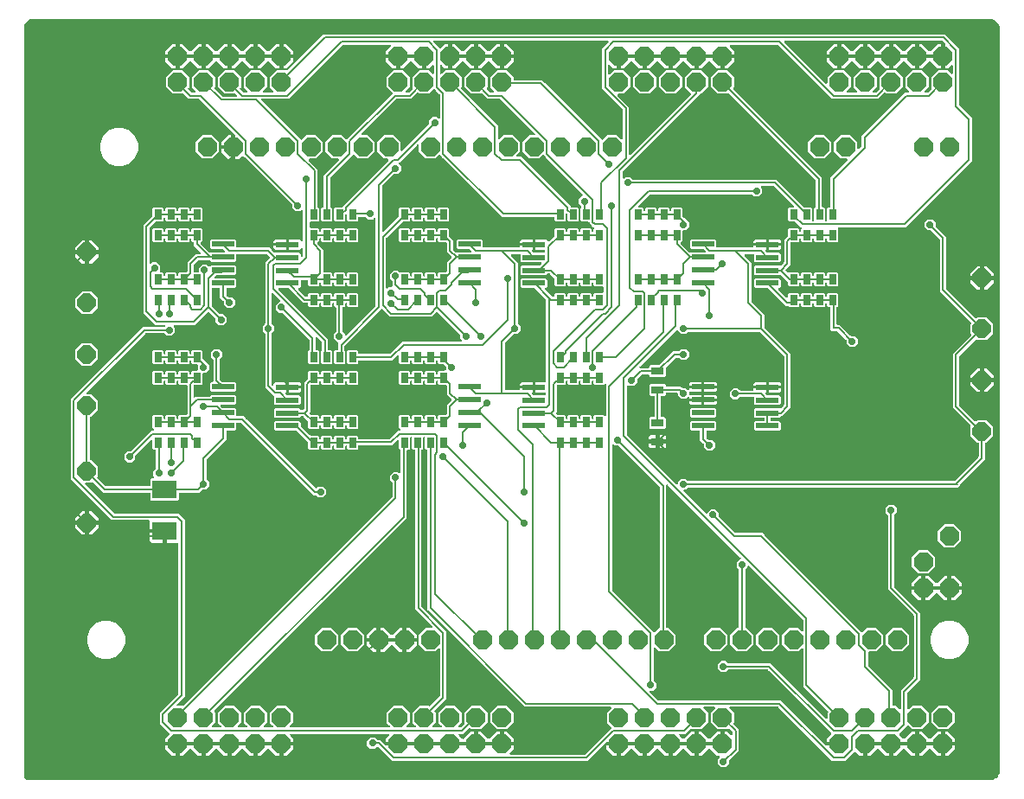
<source format=gtl>
G04 EAGLE Gerber X2 export*
%TF.Part,Single*%
%TF.FileFunction,Other,Top Copper*%
%TF.FilePolarity,Positive*%
%TF.GenerationSoftware,Autodesk,EAGLE,8.7.1*%
%TF.CreationDate,2018-04-05T21:50:13Z*%
G75*
%MOMM*%
%FSLAX34Y34*%
%LPD*%
%AMOC8*
5,1,8,0,0,1.08239X$1,22.5*%
G01*
%ADD10P,2.034460X8X112.500000*%
%ADD11P,1.938236X8X202.500000*%
%ADD12P,1.938236X8X22.500000*%
%ADD13P,2.034460X8X22.500000*%
%ADD14P,2.034460X8X202.500000*%
%ADD15R,2.400000X1.800000*%
%ADD16R,2.200000X0.500000*%
%ADD17R,0.650000X1.000000*%
%ADD18R,1.200000X0.800000*%
%ADD19C,0.203200*%
%ADD20P,0.742303X8X22.500000*%

G36*
X948734Y2549D02*
X948734Y2549D01*
X948778Y2546D01*
X950293Y2695D01*
X950569Y2762D01*
X950576Y2766D01*
X950582Y2767D01*
X953381Y3927D01*
X953408Y3942D01*
X953437Y3952D01*
X953501Y3998D01*
X953626Y4071D01*
X953670Y4118D01*
X953711Y4147D01*
X955853Y6289D01*
X955872Y6314D01*
X955895Y6334D01*
X955937Y6401D01*
X956024Y6517D01*
X956047Y6577D01*
X956073Y6619D01*
X957233Y9418D01*
X957304Y9693D01*
X957303Y9701D01*
X957305Y9707D01*
X957454Y11222D01*
X957452Y11278D01*
X957459Y11322D01*
X957459Y737773D01*
X957451Y737829D01*
X957454Y737873D01*
X957288Y739564D01*
X957221Y739840D01*
X957217Y739847D01*
X957215Y739853D01*
X955921Y742979D01*
X955905Y743005D01*
X955895Y743035D01*
X955850Y743099D01*
X955776Y743224D01*
X955729Y743268D01*
X955701Y743308D01*
X953308Y745701D01*
X953284Y745719D01*
X953264Y745743D01*
X953197Y745784D01*
X953081Y745871D01*
X953021Y745894D01*
X952979Y745921D01*
X949853Y747215D01*
X949578Y747286D01*
X949570Y747286D01*
X949564Y747288D01*
X947873Y747454D01*
X947816Y747452D01*
X947773Y747459D01*
X10032Y747459D01*
X9976Y747451D01*
X9932Y747454D01*
X8669Y747330D01*
X8393Y747263D01*
X8386Y747259D01*
X8380Y747258D01*
X6045Y746291D01*
X6019Y746275D01*
X5989Y746265D01*
X5926Y746220D01*
X5801Y746146D01*
X5756Y746099D01*
X5716Y746071D01*
X3929Y744284D01*
X3911Y744259D01*
X3887Y744239D01*
X3846Y744172D01*
X3759Y744057D01*
X3736Y743997D01*
X3709Y743955D01*
X2742Y741620D01*
X2672Y741345D01*
X2672Y741337D01*
X2670Y741331D01*
X2546Y740068D01*
X2548Y740012D01*
X2541Y739968D01*
X2541Y6350D01*
X2551Y6274D01*
X2549Y6217D01*
X2645Y5494D01*
X2653Y5465D01*
X2654Y5434D01*
X2682Y5360D01*
X2721Y5220D01*
X2755Y5166D01*
X2772Y5119D01*
X3495Y3867D01*
X3555Y3790D01*
X3608Y3709D01*
X3639Y3683D01*
X3670Y3643D01*
X3810Y3542D01*
X3867Y3495D01*
X5119Y2772D01*
X5148Y2760D01*
X5173Y2743D01*
X5248Y2720D01*
X5383Y2666D01*
X5447Y2659D01*
X5494Y2645D01*
X6217Y2549D01*
X6294Y2550D01*
X6350Y2541D01*
X948678Y2541D01*
X948734Y2549D01*
G37*
%LPC*%
G36*
X684554Y14858D02*
X684554Y14858D01*
X681354Y18058D01*
X681354Y22582D01*
X683200Y24428D01*
X683218Y24452D01*
X683240Y24471D01*
X683303Y24565D01*
X683371Y24655D01*
X683381Y24683D01*
X683398Y24707D01*
X683432Y24815D01*
X683472Y24921D01*
X683475Y24950D01*
X683483Y24978D01*
X683486Y25092D01*
X683496Y25204D01*
X683490Y25233D01*
X683491Y25262D01*
X683462Y25372D01*
X683440Y25483D01*
X683426Y25509D01*
X683419Y25537D01*
X683361Y25635D01*
X683309Y25735D01*
X683289Y25757D01*
X683274Y25782D01*
X683191Y25859D01*
X683113Y25941D01*
X683088Y25956D01*
X683066Y25976D01*
X682966Y26028D01*
X682868Y26085D01*
X682839Y26092D01*
X682813Y26106D01*
X682736Y26119D01*
X682592Y26155D01*
X682530Y26153D01*
X682482Y26161D01*
X680855Y26161D01*
X673818Y33198D01*
X673771Y33233D01*
X673731Y33276D01*
X673658Y33318D01*
X673591Y33369D01*
X673536Y33390D01*
X673486Y33419D01*
X673404Y33440D01*
X673325Y33470D01*
X673267Y33475D01*
X673210Y33490D01*
X673126Y33487D01*
X673042Y33494D01*
X672984Y33482D01*
X672926Y33481D01*
X672846Y33455D01*
X672763Y33438D01*
X672711Y33411D01*
X672655Y33393D01*
X672599Y33353D01*
X672511Y33307D01*
X672438Y33238D01*
X672382Y33198D01*
X665345Y26161D01*
X662431Y26161D01*
X662431Y36069D01*
X684784Y36069D01*
X684842Y36077D01*
X684900Y36075D01*
X684982Y36097D01*
X685065Y36109D01*
X685119Y36133D01*
X685175Y36147D01*
X685248Y36190D01*
X685325Y36225D01*
X685369Y36263D01*
X685420Y36293D01*
X685477Y36354D01*
X685542Y36409D01*
X685574Y36457D01*
X685614Y36500D01*
X685653Y36575D01*
X685699Y36645D01*
X685717Y36701D01*
X685744Y36753D01*
X685755Y36821D01*
X685785Y36916D01*
X685788Y37016D01*
X685799Y37084D01*
X685799Y38101D01*
X686816Y38101D01*
X686874Y38109D01*
X686932Y38108D01*
X687014Y38129D01*
X687097Y38141D01*
X687151Y38165D01*
X687207Y38179D01*
X687280Y38222D01*
X687357Y38257D01*
X687402Y38295D01*
X687452Y38325D01*
X687510Y38386D01*
X687574Y38441D01*
X687606Y38489D01*
X687646Y38532D01*
X687685Y38607D01*
X687731Y38677D01*
X687749Y38733D01*
X687776Y38785D01*
X687787Y38853D01*
X687817Y38948D01*
X687820Y39048D01*
X687831Y39116D01*
X687831Y50039D01*
X690745Y50039D01*
X694226Y46558D01*
X694250Y46540D01*
X694269Y46518D01*
X694363Y46455D01*
X694453Y46387D01*
X694481Y46376D01*
X694505Y46360D01*
X694613Y46326D01*
X694719Y46286D01*
X694748Y46283D01*
X694776Y46274D01*
X694890Y46271D01*
X695002Y46262D01*
X695031Y46268D01*
X695060Y46267D01*
X695170Y46296D01*
X695281Y46318D01*
X695307Y46331D01*
X695335Y46339D01*
X695433Y46397D01*
X695533Y46449D01*
X695555Y46469D01*
X695580Y46484D01*
X695657Y46567D01*
X695739Y46645D01*
X695754Y46670D01*
X695774Y46691D01*
X695826Y46792D01*
X695883Y46890D01*
X695890Y46918D01*
X695904Y46945D01*
X695917Y47022D01*
X695953Y47166D01*
X695951Y47228D01*
X695959Y47276D01*
X695959Y49117D01*
X695947Y49203D01*
X695944Y49291D01*
X695927Y49343D01*
X695919Y49398D01*
X695884Y49478D01*
X695857Y49561D01*
X695829Y49600D01*
X695803Y49658D01*
X695707Y49771D01*
X695662Y49835D01*
X692699Y52798D01*
X692652Y52833D01*
X692612Y52875D01*
X692539Y52918D01*
X692472Y52968D01*
X692417Y52989D01*
X692367Y53019D01*
X692285Y53040D01*
X692206Y53070D01*
X692148Y53075D01*
X692091Y53089D01*
X692007Y53086D01*
X691923Y53093D01*
X691865Y53082D01*
X691807Y53080D01*
X691727Y53054D01*
X691644Y53037D01*
X691592Y53010D01*
X691536Y52992D01*
X691480Y52952D01*
X691392Y52906D01*
X691319Y52838D01*
X691263Y52798D01*
X690535Y52069D01*
X681065Y52069D01*
X674369Y58765D01*
X674369Y68235D01*
X678569Y72434D01*
X678586Y72458D01*
X678609Y72477D01*
X678671Y72571D01*
X678740Y72661D01*
X678750Y72689D01*
X678766Y72713D01*
X678800Y72821D01*
X678841Y72927D01*
X678843Y72956D01*
X678852Y72984D01*
X678855Y73098D01*
X678864Y73210D01*
X678859Y73239D01*
X678859Y73268D01*
X678831Y73378D01*
X678808Y73489D01*
X678795Y73515D01*
X678788Y73543D01*
X678730Y73641D01*
X678677Y73741D01*
X678657Y73763D01*
X678642Y73788D01*
X678560Y73865D01*
X678482Y73947D01*
X678456Y73962D01*
X678435Y73982D01*
X678334Y74034D01*
X678236Y74091D01*
X678208Y74098D01*
X678182Y74112D01*
X678104Y74125D01*
X677961Y74161D01*
X677898Y74159D01*
X677851Y74167D01*
X668349Y74167D01*
X668320Y74163D01*
X668291Y74166D01*
X668180Y74143D01*
X668068Y74127D01*
X668041Y74115D01*
X668012Y74110D01*
X667912Y74058D01*
X667808Y74011D01*
X667786Y73992D01*
X667760Y73979D01*
X667678Y73901D01*
X667591Y73828D01*
X667575Y73803D01*
X667554Y73783D01*
X667497Y73685D01*
X667434Y73591D01*
X667425Y73563D01*
X667410Y73538D01*
X667382Y73428D01*
X667348Y73320D01*
X667347Y73290D01*
X667340Y73262D01*
X667344Y73149D01*
X667341Y73036D01*
X667348Y73007D01*
X667349Y72978D01*
X667384Y72870D01*
X667412Y72761D01*
X667427Y72735D01*
X667436Y72707D01*
X667482Y72644D01*
X667558Y72516D01*
X667603Y72473D01*
X667631Y72434D01*
X671831Y68235D01*
X671831Y58765D01*
X665135Y52069D01*
X655665Y52069D01*
X655445Y52290D01*
X655398Y52325D01*
X655358Y52367D01*
X655285Y52410D01*
X655218Y52460D01*
X655163Y52481D01*
X655113Y52511D01*
X655031Y52532D01*
X654952Y52562D01*
X654894Y52567D01*
X654837Y52581D01*
X654753Y52578D01*
X654669Y52585D01*
X654611Y52574D01*
X654553Y52572D01*
X654473Y52546D01*
X654390Y52529D01*
X654338Y52502D01*
X654282Y52484D01*
X654226Y52444D01*
X654138Y52398D01*
X654065Y52330D01*
X654009Y52290D01*
X649471Y47751D01*
X644684Y47751D01*
X644655Y47747D01*
X644625Y47750D01*
X644514Y47727D01*
X644402Y47711D01*
X644375Y47699D01*
X644347Y47694D01*
X644246Y47641D01*
X644143Y47595D01*
X644120Y47576D01*
X644094Y47563D01*
X644012Y47485D01*
X643926Y47412D01*
X643909Y47387D01*
X643888Y47367D01*
X643831Y47269D01*
X643768Y47175D01*
X643759Y47147D01*
X643744Y47122D01*
X643717Y47012D01*
X643682Y46904D01*
X643682Y46874D01*
X643674Y46846D01*
X643678Y46733D01*
X643675Y46620D01*
X643682Y46591D01*
X643683Y46562D01*
X643718Y46454D01*
X643747Y46345D01*
X643762Y46319D01*
X643771Y46291D01*
X643816Y46228D01*
X643892Y46100D01*
X643938Y46057D01*
X643966Y46018D01*
X646982Y43002D01*
X647029Y42967D01*
X647069Y42924D01*
X647142Y42882D01*
X647209Y42831D01*
X647264Y42810D01*
X647314Y42781D01*
X647396Y42760D01*
X647475Y42730D01*
X647533Y42725D01*
X647590Y42710D01*
X647674Y42713D01*
X647758Y42706D01*
X647816Y42718D01*
X647874Y42719D01*
X647954Y42745D01*
X648037Y42762D01*
X648089Y42789D01*
X648145Y42807D01*
X648201Y42847D01*
X648289Y42893D01*
X648362Y42962D01*
X648418Y43002D01*
X655455Y50039D01*
X658369Y50039D01*
X658369Y40131D01*
X636016Y40131D01*
X635958Y40123D01*
X635900Y40125D01*
X635818Y40103D01*
X635735Y40091D01*
X635681Y40067D01*
X635625Y40053D01*
X635552Y40010D01*
X635475Y39975D01*
X635431Y39937D01*
X635380Y39907D01*
X635323Y39846D01*
X635258Y39791D01*
X635226Y39743D01*
X635186Y39700D01*
X635147Y39625D01*
X635101Y39555D01*
X635083Y39499D01*
X635056Y39447D01*
X635045Y39379D01*
X635015Y39284D01*
X635012Y39184D01*
X635001Y39116D01*
X635001Y38099D01*
X634999Y38099D01*
X634999Y39116D01*
X634991Y39170D01*
X634992Y39206D01*
X634992Y39208D01*
X634992Y39232D01*
X634971Y39314D01*
X634959Y39397D01*
X634935Y39451D01*
X634921Y39507D01*
X634878Y39580D01*
X634843Y39657D01*
X634805Y39702D01*
X634775Y39752D01*
X634714Y39810D01*
X634659Y39874D01*
X634611Y39906D01*
X634568Y39946D01*
X634493Y39985D01*
X634423Y40031D01*
X634367Y40049D01*
X634315Y40076D01*
X634247Y40087D01*
X634152Y40117D01*
X634052Y40120D01*
X633984Y40131D01*
X610616Y40131D01*
X610558Y40123D01*
X610500Y40125D01*
X610418Y40103D01*
X610335Y40091D01*
X610281Y40067D01*
X610225Y40053D01*
X610152Y40010D01*
X610075Y39975D01*
X610031Y39937D01*
X609980Y39907D01*
X609923Y39846D01*
X609858Y39791D01*
X609826Y39743D01*
X609786Y39700D01*
X609747Y39625D01*
X609701Y39555D01*
X609683Y39499D01*
X609656Y39447D01*
X609645Y39379D01*
X609615Y39284D01*
X609612Y39184D01*
X609601Y39116D01*
X609601Y38099D01*
X609599Y38099D01*
X609599Y39116D01*
X609591Y39170D01*
X609592Y39206D01*
X609592Y39208D01*
X609592Y39232D01*
X609571Y39314D01*
X609559Y39397D01*
X609535Y39451D01*
X609521Y39507D01*
X609478Y39580D01*
X609443Y39657D01*
X609405Y39702D01*
X609375Y39752D01*
X609314Y39810D01*
X609259Y39874D01*
X609211Y39906D01*
X609168Y39946D01*
X609093Y39985D01*
X609023Y40031D01*
X608967Y40049D01*
X608915Y40076D01*
X608847Y40087D01*
X608752Y40117D01*
X608652Y40120D01*
X608584Y40131D01*
X585216Y40131D01*
X585158Y40123D01*
X585100Y40125D01*
X585018Y40103D01*
X584935Y40091D01*
X584881Y40067D01*
X584825Y40053D01*
X584752Y40010D01*
X584675Y39975D01*
X584631Y39937D01*
X584580Y39907D01*
X584523Y39846D01*
X584458Y39791D01*
X584426Y39743D01*
X584386Y39700D01*
X584347Y39625D01*
X584301Y39555D01*
X584283Y39499D01*
X584256Y39447D01*
X584245Y39379D01*
X584215Y39284D01*
X584212Y39184D01*
X584201Y39116D01*
X584201Y38099D01*
X584199Y38099D01*
X584199Y39116D01*
X584191Y39170D01*
X584192Y39206D01*
X584192Y39208D01*
X584192Y39232D01*
X584171Y39314D01*
X584159Y39397D01*
X584135Y39451D01*
X584121Y39507D01*
X584078Y39580D01*
X584043Y39657D01*
X584005Y39702D01*
X583975Y39752D01*
X583914Y39810D01*
X583859Y39874D01*
X583811Y39906D01*
X583768Y39946D01*
X583693Y39985D01*
X583623Y40031D01*
X583567Y40049D01*
X583515Y40076D01*
X583447Y40087D01*
X583352Y40117D01*
X583252Y40120D01*
X583184Y40131D01*
X573183Y40131D01*
X573097Y40119D01*
X573009Y40116D01*
X572957Y40099D01*
X572902Y40091D01*
X572822Y40056D01*
X572739Y40029D01*
X572699Y40001D01*
X572642Y39975D01*
X572529Y39879D01*
X572465Y39834D01*
X553967Y21335D01*
X362465Y21335D01*
X360382Y23418D01*
X360382Y23419D01*
X348880Y34920D01*
X348833Y34955D01*
X348793Y34998D01*
X348720Y35041D01*
X348653Y35091D01*
X348598Y35112D01*
X348548Y35142D01*
X348466Y35162D01*
X348387Y35192D01*
X348329Y35197D01*
X348272Y35212D01*
X348188Y35209D01*
X348104Y35216D01*
X348047Y35204D01*
X347988Y35203D01*
X347908Y35177D01*
X347825Y35160D01*
X347773Y35133D01*
X347718Y35115D01*
X347662Y35075D01*
X347573Y35029D01*
X347501Y34960D01*
X347444Y34920D01*
X345670Y33146D01*
X341146Y33146D01*
X337946Y36346D01*
X337946Y40870D01*
X341146Y44070D01*
X345670Y44070D01*
X347786Y41954D01*
X347856Y41902D01*
X347920Y41842D01*
X347969Y41816D01*
X348013Y41783D01*
X348095Y41752D01*
X348173Y41712D01*
X348220Y41704D01*
X348279Y41682D01*
X348427Y41670D01*
X348504Y41657D01*
X350767Y41657D01*
X356057Y36366D01*
X356127Y36314D01*
X356191Y36254D01*
X356241Y36228D01*
X356285Y36195D01*
X356366Y36164D01*
X356444Y36124D01*
X356492Y36116D01*
X356550Y36094D01*
X356698Y36082D01*
X356775Y36069D01*
X367284Y36069D01*
X367342Y36077D01*
X367400Y36075D01*
X367482Y36097D01*
X367565Y36109D01*
X367619Y36133D01*
X367675Y36147D01*
X367748Y36190D01*
X367825Y36225D01*
X367869Y36263D01*
X367920Y36293D01*
X367977Y36354D01*
X368042Y36409D01*
X368074Y36457D01*
X368114Y36500D01*
X368153Y36575D01*
X368199Y36645D01*
X368217Y36701D01*
X368244Y36753D01*
X368255Y36821D01*
X368285Y36916D01*
X368288Y37016D01*
X368299Y37084D01*
X368299Y39116D01*
X368291Y39170D01*
X368292Y39206D01*
X368292Y39208D01*
X368292Y39232D01*
X368271Y39314D01*
X368259Y39397D01*
X368235Y39451D01*
X368221Y39507D01*
X368178Y39580D01*
X368143Y39657D01*
X368105Y39702D01*
X368075Y39752D01*
X368014Y39810D01*
X367959Y39874D01*
X367911Y39906D01*
X367868Y39946D01*
X367793Y39985D01*
X367723Y40031D01*
X367667Y40049D01*
X367615Y40076D01*
X367547Y40087D01*
X367452Y40117D01*
X367352Y40120D01*
X367284Y40131D01*
X356361Y40131D01*
X356361Y43045D01*
X359334Y46018D01*
X359352Y46042D01*
X359374Y46061D01*
X359437Y46155D01*
X359505Y46245D01*
X359516Y46273D01*
X359532Y46297D01*
X359566Y46405D01*
X359606Y46511D01*
X359609Y46540D01*
X359618Y46568D01*
X359621Y46682D01*
X359630Y46794D01*
X359624Y46823D01*
X359625Y46852D01*
X359596Y46962D01*
X359574Y47073D01*
X359561Y47099D01*
X359553Y47127D01*
X359495Y47225D01*
X359443Y47325D01*
X359423Y47347D01*
X359408Y47372D01*
X359325Y47449D01*
X359247Y47531D01*
X359222Y47546D01*
X359201Y47566D01*
X359100Y47618D01*
X359002Y47675D01*
X358974Y47682D01*
X358947Y47696D01*
X358870Y47709D01*
X358726Y47745D01*
X358664Y47743D01*
X358616Y47751D01*
X263684Y47751D01*
X263655Y47747D01*
X263625Y47750D01*
X263514Y47727D01*
X263402Y47711D01*
X263375Y47699D01*
X263347Y47694D01*
X263246Y47641D01*
X263143Y47595D01*
X263120Y47576D01*
X263094Y47563D01*
X263012Y47485D01*
X262926Y47412D01*
X262909Y47387D01*
X262888Y47367D01*
X262831Y47269D01*
X262768Y47175D01*
X262759Y47147D01*
X262744Y47122D01*
X262717Y47012D01*
X262682Y46904D01*
X262682Y46874D01*
X262674Y46846D01*
X262678Y46733D01*
X262675Y46620D01*
X262682Y46591D01*
X262683Y46562D01*
X262718Y46454D01*
X262747Y46345D01*
X262762Y46319D01*
X262771Y46291D01*
X262816Y46228D01*
X262892Y46100D01*
X262938Y46057D01*
X262966Y46018D01*
X265939Y43045D01*
X265939Y40131D01*
X255016Y40131D01*
X254958Y40123D01*
X254900Y40125D01*
X254818Y40103D01*
X254735Y40091D01*
X254681Y40067D01*
X254625Y40053D01*
X254552Y40010D01*
X254475Y39975D01*
X254431Y39937D01*
X254380Y39907D01*
X254323Y39846D01*
X254258Y39791D01*
X254226Y39743D01*
X254186Y39700D01*
X254147Y39625D01*
X254101Y39555D01*
X254083Y39499D01*
X254056Y39447D01*
X254045Y39379D01*
X254015Y39284D01*
X254012Y39184D01*
X254001Y39116D01*
X254001Y38099D01*
X253999Y38099D01*
X253999Y39116D01*
X253991Y39170D01*
X253992Y39206D01*
X253992Y39208D01*
X253992Y39232D01*
X253971Y39314D01*
X253959Y39397D01*
X253935Y39451D01*
X253921Y39507D01*
X253878Y39580D01*
X253843Y39657D01*
X253805Y39702D01*
X253775Y39752D01*
X253714Y39810D01*
X253659Y39874D01*
X253611Y39906D01*
X253568Y39946D01*
X253493Y39985D01*
X253423Y40031D01*
X253367Y40049D01*
X253315Y40076D01*
X253247Y40087D01*
X253152Y40117D01*
X253052Y40120D01*
X252984Y40131D01*
X229616Y40131D01*
X229558Y40123D01*
X229500Y40125D01*
X229418Y40103D01*
X229335Y40091D01*
X229281Y40067D01*
X229225Y40053D01*
X229152Y40010D01*
X229075Y39975D01*
X229031Y39937D01*
X228980Y39907D01*
X228923Y39846D01*
X228858Y39791D01*
X228826Y39743D01*
X228786Y39700D01*
X228747Y39625D01*
X228701Y39555D01*
X228683Y39499D01*
X228656Y39447D01*
X228645Y39379D01*
X228615Y39284D01*
X228612Y39184D01*
X228601Y39116D01*
X228601Y38099D01*
X228599Y38099D01*
X228599Y39116D01*
X228591Y39170D01*
X228592Y39206D01*
X228592Y39208D01*
X228592Y39232D01*
X228571Y39314D01*
X228559Y39397D01*
X228535Y39451D01*
X228521Y39507D01*
X228478Y39580D01*
X228443Y39657D01*
X228405Y39702D01*
X228375Y39752D01*
X228314Y39810D01*
X228259Y39874D01*
X228211Y39906D01*
X228168Y39946D01*
X228093Y39985D01*
X228023Y40031D01*
X227967Y40049D01*
X227915Y40076D01*
X227847Y40087D01*
X227752Y40117D01*
X227652Y40120D01*
X227584Y40131D01*
X204216Y40131D01*
X204158Y40123D01*
X204100Y40125D01*
X204018Y40103D01*
X203935Y40091D01*
X203881Y40067D01*
X203825Y40053D01*
X203752Y40010D01*
X203675Y39975D01*
X203631Y39937D01*
X203580Y39907D01*
X203523Y39846D01*
X203458Y39791D01*
X203426Y39743D01*
X203386Y39700D01*
X203347Y39625D01*
X203301Y39555D01*
X203283Y39499D01*
X203256Y39447D01*
X203245Y39379D01*
X203215Y39284D01*
X203212Y39184D01*
X203201Y39116D01*
X203201Y38099D01*
X203199Y38099D01*
X203199Y39116D01*
X203191Y39170D01*
X203192Y39206D01*
X203192Y39208D01*
X203192Y39232D01*
X203171Y39314D01*
X203159Y39397D01*
X203135Y39451D01*
X203121Y39507D01*
X203078Y39580D01*
X203043Y39657D01*
X203005Y39702D01*
X202975Y39752D01*
X202914Y39810D01*
X202859Y39874D01*
X202811Y39906D01*
X202768Y39946D01*
X202693Y39985D01*
X202623Y40031D01*
X202567Y40049D01*
X202515Y40076D01*
X202447Y40087D01*
X202352Y40117D01*
X202252Y40120D01*
X202184Y40131D01*
X178816Y40131D01*
X178758Y40123D01*
X178700Y40125D01*
X178618Y40103D01*
X178535Y40091D01*
X178481Y40067D01*
X178425Y40053D01*
X178352Y40010D01*
X178275Y39975D01*
X178231Y39937D01*
X178180Y39907D01*
X178123Y39846D01*
X178058Y39791D01*
X178026Y39743D01*
X177986Y39700D01*
X177947Y39625D01*
X177901Y39555D01*
X177883Y39499D01*
X177856Y39447D01*
X177845Y39379D01*
X177815Y39284D01*
X177812Y39184D01*
X177801Y39116D01*
X177801Y38099D01*
X177799Y38099D01*
X177799Y39116D01*
X177791Y39170D01*
X177792Y39206D01*
X177792Y39208D01*
X177792Y39232D01*
X177771Y39314D01*
X177759Y39397D01*
X177735Y39451D01*
X177721Y39507D01*
X177678Y39580D01*
X177643Y39657D01*
X177605Y39702D01*
X177575Y39752D01*
X177514Y39810D01*
X177459Y39874D01*
X177411Y39906D01*
X177368Y39946D01*
X177293Y39985D01*
X177223Y40031D01*
X177167Y40049D01*
X177115Y40076D01*
X177047Y40087D01*
X176952Y40117D01*
X176852Y40120D01*
X176784Y40131D01*
X153416Y40131D01*
X153358Y40123D01*
X153300Y40125D01*
X153218Y40103D01*
X153135Y40091D01*
X153081Y40067D01*
X153025Y40053D01*
X152952Y40010D01*
X152875Y39975D01*
X152831Y39937D01*
X152780Y39907D01*
X152723Y39846D01*
X152658Y39791D01*
X152626Y39743D01*
X152586Y39700D01*
X152547Y39625D01*
X152501Y39555D01*
X152483Y39499D01*
X152456Y39447D01*
X152445Y39379D01*
X152415Y39284D01*
X152412Y39184D01*
X152401Y39116D01*
X152401Y38099D01*
X152399Y38099D01*
X152399Y39116D01*
X152391Y39170D01*
X152392Y39206D01*
X152392Y39208D01*
X152392Y39232D01*
X152371Y39314D01*
X152359Y39397D01*
X152335Y39451D01*
X152321Y39507D01*
X152278Y39580D01*
X152243Y39657D01*
X152205Y39702D01*
X152175Y39752D01*
X152114Y39810D01*
X152059Y39874D01*
X152011Y39906D01*
X151968Y39946D01*
X151893Y39985D01*
X151823Y40031D01*
X151767Y40049D01*
X151715Y40076D01*
X151647Y40087D01*
X151552Y40117D01*
X151452Y40120D01*
X151384Y40131D01*
X140461Y40131D01*
X140461Y43045D01*
X144386Y46970D01*
X144422Y47017D01*
X144464Y47057D01*
X144507Y47130D01*
X144557Y47197D01*
X144578Y47252D01*
X144608Y47303D01*
X144628Y47384D01*
X144659Y47463D01*
X144663Y47521D01*
X144678Y47578D01*
X144675Y47662D01*
X144682Y47746D01*
X144671Y47804D01*
X144669Y47862D01*
X144643Y47943D01*
X144626Y48025D01*
X144599Y48077D01*
X144581Y48133D01*
X144541Y48189D01*
X144495Y48277D01*
X144427Y48350D01*
X144386Y48406D01*
X142958Y49835D01*
X135127Y57665D01*
X135127Y68319D01*
X153118Y86309D01*
X153170Y86379D01*
X153230Y86443D01*
X153256Y86493D01*
X153289Y86537D01*
X153320Y86618D01*
X153360Y86696D01*
X153368Y86744D01*
X153390Y86802D01*
X153402Y86950D01*
X153415Y87027D01*
X153415Y233956D01*
X153408Y234005D01*
X153411Y234053D01*
X153389Y234145D01*
X153375Y234238D01*
X153355Y234282D01*
X153344Y234330D01*
X153298Y234411D01*
X153259Y234497D01*
X153228Y234534D01*
X153203Y234577D01*
X153136Y234642D01*
X153076Y234714D01*
X153035Y234741D01*
X153000Y234775D01*
X152917Y234820D01*
X152839Y234872D01*
X152792Y234886D01*
X152749Y234909D01*
X152657Y234929D01*
X152568Y234957D01*
X152519Y234959D01*
X152471Y234969D01*
X152397Y234962D01*
X152284Y234965D01*
X152200Y234943D01*
X152137Y234937D01*
X152034Y234909D01*
X141731Y234909D01*
X141731Y245434D01*
X141723Y245492D01*
X141724Y245550D01*
X141703Y245632D01*
X141691Y245715D01*
X141667Y245769D01*
X141653Y245825D01*
X141610Y245898D01*
X141575Y245975D01*
X141537Y246019D01*
X141507Y246070D01*
X141446Y246127D01*
X141391Y246192D01*
X141343Y246224D01*
X141300Y246264D01*
X141225Y246303D01*
X141155Y246349D01*
X141099Y246367D01*
X141047Y246394D01*
X140979Y246405D01*
X140884Y246435D01*
X140784Y246438D01*
X140716Y246449D01*
X139699Y246449D01*
X139699Y247466D01*
X139691Y247524D01*
X139692Y247582D01*
X139671Y247664D01*
X139659Y247747D01*
X139635Y247801D01*
X139621Y247857D01*
X139578Y247930D01*
X139543Y248007D01*
X139505Y248051D01*
X139475Y248102D01*
X139414Y248159D01*
X139359Y248224D01*
X139311Y248256D01*
X139268Y248296D01*
X139193Y248335D01*
X139123Y248381D01*
X139067Y248399D01*
X139015Y248426D01*
X138947Y248437D01*
X138852Y248467D01*
X138752Y248470D01*
X138684Y248481D01*
X125159Y248481D01*
X125159Y255803D01*
X125161Y255818D01*
X125176Y255864D01*
X125178Y255958D01*
X125190Y256051D01*
X125182Y256099D01*
X125183Y256148D01*
X125159Y256239D01*
X125144Y256332D01*
X125124Y256376D01*
X125111Y256423D01*
X125063Y256504D01*
X125023Y256589D01*
X124991Y256626D01*
X124966Y256668D01*
X124898Y256732D01*
X124836Y256803D01*
X124794Y256829D01*
X124759Y256862D01*
X124675Y256905D01*
X124596Y256956D01*
X124549Y256970D01*
X124506Y256992D01*
X124433Y257004D01*
X124323Y257036D01*
X124236Y257037D01*
X124175Y257047D01*
X88145Y257047D01*
X47751Y297441D01*
X47751Y375151D01*
X118625Y446025D01*
X139176Y446025D01*
X139242Y446034D01*
X139309Y446033D01*
X139370Y446052D01*
X139458Y446065D01*
X139560Y446110D01*
X139630Y446132D01*
X139671Y446160D01*
X139717Y446181D01*
X139788Y446241D01*
X139864Y446293D01*
X139896Y446332D01*
X139934Y446365D01*
X139985Y446442D01*
X140044Y446513D01*
X140064Y446559D01*
X140092Y446601D01*
X140120Y446690D01*
X140156Y446775D01*
X140162Y446824D01*
X140177Y446872D01*
X140180Y446965D01*
X140191Y447057D01*
X140183Y447106D01*
X140185Y447156D01*
X140161Y447246D01*
X140147Y447338D01*
X140126Y447383D01*
X140113Y447431D01*
X140066Y447511D01*
X140026Y447595D01*
X139993Y447633D01*
X139968Y447676D01*
X139900Y447739D01*
X139839Y447809D01*
X139797Y447836D01*
X139760Y447870D01*
X139678Y447913D01*
X139600Y447963D01*
X139552Y447977D01*
X139507Y448000D01*
X139435Y448012D01*
X139327Y448044D01*
X139239Y448045D01*
X139176Y448055D01*
X130817Y448055D01*
X118871Y460001D01*
X118871Y545839D01*
X127770Y554737D01*
X127822Y554807D01*
X127882Y554871D01*
X127908Y554920D01*
X127941Y554965D01*
X127972Y555046D01*
X128012Y555124D01*
X128020Y555172D01*
X128042Y555230D01*
X128054Y555378D01*
X128067Y555455D01*
X128067Y561942D01*
X129258Y563133D01*
X137442Y563133D01*
X138633Y561942D01*
X138633Y560164D01*
X138641Y560106D01*
X138639Y560048D01*
X138661Y559966D01*
X138673Y559882D01*
X138696Y559829D01*
X138711Y559773D01*
X138754Y559700D01*
X138789Y559623D01*
X138827Y559578D01*
X138856Y559528D01*
X138918Y559470D01*
X138972Y559406D01*
X139021Y559374D01*
X139064Y559334D01*
X139139Y559295D01*
X139209Y559248D01*
X139265Y559231D01*
X139317Y559204D01*
X139385Y559193D01*
X139480Y559163D01*
X139580Y559160D01*
X139648Y559149D01*
X139752Y559149D01*
X139810Y559157D01*
X139868Y559155D01*
X139950Y559177D01*
X140034Y559189D01*
X140087Y559212D01*
X140143Y559227D01*
X140216Y559270D01*
X140293Y559305D01*
X140338Y559343D01*
X140388Y559372D01*
X140446Y559434D01*
X140510Y559488D01*
X140542Y559537D01*
X140582Y559580D01*
X140621Y559655D01*
X140668Y559725D01*
X140685Y559781D01*
X140712Y559833D01*
X140723Y559901D01*
X140753Y559996D01*
X140756Y560096D01*
X140767Y560164D01*
X140767Y561942D01*
X141958Y563133D01*
X150142Y563133D01*
X151333Y561942D01*
X151333Y560164D01*
X151341Y560106D01*
X151339Y560048D01*
X151361Y559966D01*
X151373Y559882D01*
X151396Y559829D01*
X151411Y559773D01*
X151454Y559700D01*
X151489Y559623D01*
X151527Y559578D01*
X151556Y559528D01*
X151618Y559470D01*
X151672Y559406D01*
X151721Y559374D01*
X151764Y559334D01*
X151839Y559295D01*
X151909Y559248D01*
X151965Y559231D01*
X152017Y559204D01*
X152085Y559193D01*
X152180Y559163D01*
X152280Y559160D01*
X152348Y559149D01*
X152452Y559149D01*
X152510Y559157D01*
X152568Y559155D01*
X152650Y559177D01*
X152734Y559189D01*
X152787Y559212D01*
X152843Y559227D01*
X152916Y559270D01*
X152993Y559305D01*
X153038Y559343D01*
X153088Y559372D01*
X153146Y559434D01*
X153210Y559488D01*
X153242Y559537D01*
X153282Y559580D01*
X153321Y559655D01*
X153368Y559725D01*
X153385Y559781D01*
X153412Y559833D01*
X153423Y559901D01*
X153453Y559996D01*
X153456Y560096D01*
X153467Y560164D01*
X153467Y561942D01*
X154658Y563133D01*
X162842Y563133D01*
X164033Y561942D01*
X164033Y560164D01*
X164041Y560106D01*
X164039Y560048D01*
X164061Y559966D01*
X164073Y559882D01*
X164096Y559829D01*
X164111Y559773D01*
X164154Y559700D01*
X164189Y559623D01*
X164227Y559578D01*
X164256Y559528D01*
X164318Y559470D01*
X164372Y559406D01*
X164421Y559374D01*
X164464Y559334D01*
X164539Y559295D01*
X164609Y559248D01*
X164665Y559231D01*
X164717Y559204D01*
X164785Y559193D01*
X164880Y559163D01*
X164980Y559160D01*
X165048Y559149D01*
X165152Y559149D01*
X165210Y559157D01*
X165268Y559155D01*
X165350Y559177D01*
X165434Y559189D01*
X165487Y559212D01*
X165543Y559227D01*
X165616Y559270D01*
X165693Y559305D01*
X165738Y559343D01*
X165788Y559372D01*
X165846Y559434D01*
X165910Y559488D01*
X165942Y559537D01*
X165982Y559580D01*
X166021Y559655D01*
X166068Y559725D01*
X166085Y559781D01*
X166112Y559833D01*
X166123Y559901D01*
X166153Y559996D01*
X166156Y560096D01*
X166167Y560164D01*
X166167Y561942D01*
X167358Y563133D01*
X175542Y563133D01*
X176733Y561942D01*
X176733Y550258D01*
X175542Y549067D01*
X167358Y549067D01*
X166167Y550258D01*
X166167Y552036D01*
X166159Y552094D01*
X166161Y552152D01*
X166139Y552234D01*
X166127Y552318D01*
X166104Y552371D01*
X166089Y552427D01*
X166046Y552500D01*
X166011Y552577D01*
X165973Y552622D01*
X165944Y552672D01*
X165882Y552730D01*
X165828Y552794D01*
X165779Y552826D01*
X165736Y552866D01*
X165661Y552905D01*
X165591Y552952D01*
X165535Y552969D01*
X165483Y552996D01*
X165415Y553007D01*
X165320Y553037D01*
X165220Y553040D01*
X165152Y553051D01*
X165048Y553051D01*
X164990Y553043D01*
X164932Y553045D01*
X164850Y553023D01*
X164766Y553011D01*
X164713Y552988D01*
X164657Y552973D01*
X164584Y552930D01*
X164507Y552895D01*
X164462Y552857D01*
X164412Y552828D01*
X164354Y552766D01*
X164290Y552712D01*
X164258Y552663D01*
X164218Y552620D01*
X164179Y552545D01*
X164132Y552475D01*
X164115Y552419D01*
X164088Y552367D01*
X164077Y552299D01*
X164047Y552204D01*
X164044Y552104D01*
X164033Y552036D01*
X164033Y550258D01*
X162842Y549067D01*
X154658Y549067D01*
X153467Y550258D01*
X153467Y552036D01*
X153459Y552094D01*
X153461Y552152D01*
X153439Y552234D01*
X153427Y552318D01*
X153404Y552371D01*
X153389Y552427D01*
X153346Y552500D01*
X153311Y552577D01*
X153273Y552622D01*
X153244Y552672D01*
X153182Y552730D01*
X153128Y552794D01*
X153079Y552826D01*
X153036Y552866D01*
X152961Y552905D01*
X152891Y552952D01*
X152835Y552969D01*
X152783Y552996D01*
X152715Y553007D01*
X152620Y553037D01*
X152520Y553040D01*
X152452Y553051D01*
X152348Y553051D01*
X152290Y553043D01*
X152232Y553045D01*
X152150Y553023D01*
X152066Y553011D01*
X152013Y552988D01*
X151957Y552973D01*
X151884Y552930D01*
X151807Y552895D01*
X151762Y552857D01*
X151712Y552828D01*
X151654Y552766D01*
X151590Y552712D01*
X151558Y552663D01*
X151518Y552620D01*
X151479Y552545D01*
X151432Y552475D01*
X151415Y552419D01*
X151388Y552367D01*
X151377Y552299D01*
X151347Y552204D01*
X151344Y552104D01*
X151333Y552036D01*
X151333Y550258D01*
X150142Y549067D01*
X141958Y549067D01*
X140767Y550258D01*
X140767Y552036D01*
X140759Y552094D01*
X140761Y552152D01*
X140739Y552234D01*
X140727Y552318D01*
X140704Y552371D01*
X140689Y552427D01*
X140646Y552500D01*
X140611Y552577D01*
X140573Y552622D01*
X140544Y552672D01*
X140482Y552730D01*
X140428Y552794D01*
X140379Y552826D01*
X140336Y552866D01*
X140261Y552905D01*
X140191Y552952D01*
X140135Y552969D01*
X140083Y552996D01*
X140015Y553007D01*
X139920Y553037D01*
X139820Y553040D01*
X139752Y553051D01*
X139648Y553051D01*
X139590Y553043D01*
X139532Y553045D01*
X139450Y553023D01*
X139366Y553011D01*
X139313Y552988D01*
X139257Y552973D01*
X139184Y552930D01*
X139107Y552895D01*
X139062Y552857D01*
X139012Y552828D01*
X138954Y552766D01*
X138890Y552712D01*
X138858Y552663D01*
X138818Y552620D01*
X138779Y552545D01*
X138732Y552475D01*
X138715Y552419D01*
X138688Y552367D01*
X138677Y552299D01*
X138647Y552204D01*
X138644Y552104D01*
X138633Y552036D01*
X138633Y550258D01*
X137442Y549067D01*
X131143Y549067D01*
X131057Y549055D01*
X130969Y549052D01*
X130917Y549035D01*
X130862Y549027D01*
X130782Y548992D01*
X130699Y548965D01*
X130660Y548937D01*
X130602Y548911D01*
X130489Y548815D01*
X130425Y548770D01*
X125266Y543611D01*
X125214Y543541D01*
X125154Y543477D01*
X125128Y543427D01*
X125095Y543383D01*
X125064Y543302D01*
X125024Y543224D01*
X125016Y543176D01*
X124994Y543118D01*
X124982Y542970D01*
X124969Y542893D01*
X124969Y509032D01*
X124973Y509003D01*
X124970Y508974D01*
X124993Y508862D01*
X125009Y508750D01*
X125021Y508724D01*
X125026Y508695D01*
X125079Y508594D01*
X125125Y508491D01*
X125144Y508469D01*
X125157Y508442D01*
X125235Y508360D01*
X125308Y508274D01*
X125333Y508258D01*
X125353Y508236D01*
X125451Y508179D01*
X125545Y508116D01*
X125573Y508107D01*
X125598Y508093D01*
X125708Y508065D01*
X125816Y508031D01*
X125846Y508030D01*
X125874Y508023D01*
X125987Y508026D01*
X126100Y508023D01*
X126129Y508031D01*
X126158Y508032D01*
X126266Y508066D01*
X126375Y508095D01*
X126401Y508110D01*
X126429Y508119D01*
X126493Y508165D01*
X126620Y508240D01*
X126663Y508286D01*
X126702Y508314D01*
X127786Y509398D01*
X132310Y509398D01*
X135510Y506198D01*
X135510Y501674D01*
X135202Y501366D01*
X135184Y501342D01*
X135162Y501323D01*
X135099Y501229D01*
X135031Y501139D01*
X135021Y501111D01*
X135004Y501087D01*
X134970Y500979D01*
X134930Y500873D01*
X134927Y500844D01*
X134919Y500816D01*
X134916Y500702D01*
X134906Y500590D01*
X134912Y500561D01*
X134911Y500532D01*
X134940Y500422D01*
X134962Y500311D01*
X134976Y500285D01*
X134983Y500257D01*
X135041Y500159D01*
X135093Y500059D01*
X135113Y500037D01*
X135128Y500012D01*
X135211Y499935D01*
X135289Y499853D01*
X135314Y499838D01*
X135336Y499818D01*
X135437Y499766D01*
X135534Y499709D01*
X135563Y499702D01*
X135589Y499688D01*
X135666Y499675D01*
X135810Y499639D01*
X135872Y499641D01*
X135920Y499633D01*
X137442Y499633D01*
X138633Y498442D01*
X138633Y496664D01*
X138641Y496606D01*
X138639Y496548D01*
X138661Y496466D01*
X138673Y496382D01*
X138696Y496329D01*
X138711Y496273D01*
X138754Y496200D01*
X138789Y496123D01*
X138827Y496078D01*
X138856Y496028D01*
X138918Y495970D01*
X138972Y495906D01*
X139021Y495874D01*
X139064Y495834D01*
X139139Y495795D01*
X139209Y495748D01*
X139265Y495731D01*
X139317Y495704D01*
X139385Y495693D01*
X139480Y495663D01*
X139580Y495660D01*
X139648Y495649D01*
X139752Y495649D01*
X139810Y495657D01*
X139868Y495655D01*
X139950Y495677D01*
X140034Y495689D01*
X140087Y495712D01*
X140143Y495727D01*
X140216Y495770D01*
X140293Y495805D01*
X140338Y495843D01*
X140388Y495872D01*
X140446Y495934D01*
X140510Y495988D01*
X140542Y496037D01*
X140582Y496080D01*
X140621Y496155D01*
X140668Y496225D01*
X140685Y496281D01*
X140712Y496333D01*
X140723Y496401D01*
X140753Y496496D01*
X140756Y496596D01*
X140767Y496664D01*
X140767Y498442D01*
X141958Y499633D01*
X150142Y499633D01*
X151333Y498442D01*
X151333Y496664D01*
X151341Y496606D01*
X151339Y496548D01*
X151361Y496466D01*
X151373Y496382D01*
X151396Y496329D01*
X151411Y496273D01*
X151454Y496200D01*
X151489Y496123D01*
X151527Y496078D01*
X151556Y496028D01*
X151618Y495970D01*
X151672Y495906D01*
X151721Y495874D01*
X151764Y495834D01*
X151839Y495795D01*
X151909Y495748D01*
X151965Y495731D01*
X152017Y495704D01*
X152085Y495693D01*
X152180Y495663D01*
X152280Y495660D01*
X152348Y495649D01*
X152452Y495649D01*
X152510Y495657D01*
X152568Y495655D01*
X152650Y495677D01*
X152734Y495689D01*
X152787Y495712D01*
X152843Y495727D01*
X152916Y495770D01*
X152993Y495805D01*
X153038Y495843D01*
X153088Y495872D01*
X153146Y495934D01*
X153210Y495988D01*
X153242Y496037D01*
X153282Y496080D01*
X153321Y496155D01*
X153368Y496225D01*
X153385Y496281D01*
X153412Y496333D01*
X153423Y496401D01*
X153453Y496496D01*
X153456Y496596D01*
X153467Y496664D01*
X153467Y498442D01*
X154658Y499633D01*
X161036Y499633D01*
X161094Y499641D01*
X161152Y499639D01*
X161234Y499661D01*
X161318Y499673D01*
X161371Y499696D01*
X161427Y499711D01*
X161500Y499754D01*
X161577Y499789D01*
X161622Y499827D01*
X161672Y499856D01*
X161730Y499918D01*
X161794Y499972D01*
X161826Y500021D01*
X161866Y500064D01*
X161905Y500139D01*
X161952Y500209D01*
X161969Y500265D01*
X161996Y500317D01*
X162007Y500385D01*
X162037Y500480D01*
X162040Y500580D01*
X162051Y500648D01*
X162051Y509263D01*
X170187Y517399D01*
X174339Y517399D01*
X174368Y517403D01*
X174397Y517400D01*
X174508Y517423D01*
X174620Y517439D01*
X174647Y517451D01*
X174676Y517456D01*
X174776Y517508D01*
X174880Y517555D01*
X174902Y517574D01*
X174928Y517587D01*
X175010Y517665D01*
X175097Y517738D01*
X175113Y517763D01*
X175134Y517783D01*
X175191Y517881D01*
X175254Y517975D01*
X175263Y518003D01*
X175278Y518028D01*
X175306Y518138D01*
X175340Y518246D01*
X175341Y518276D01*
X175348Y518304D01*
X175344Y518417D01*
X175347Y518530D01*
X175340Y518559D01*
X175339Y518588D01*
X175304Y518696D01*
X175275Y518805D01*
X175260Y518831D01*
X175251Y518859D01*
X175206Y518922D01*
X175130Y519050D01*
X175085Y519093D01*
X175057Y519132D01*
X168401Y525787D01*
X168401Y528052D01*
X168393Y528110D01*
X168395Y528168D01*
X168373Y528250D01*
X168361Y528334D01*
X168338Y528387D01*
X168323Y528443D01*
X168280Y528516D01*
X168245Y528593D01*
X168207Y528638D01*
X168178Y528688D01*
X168116Y528746D01*
X168062Y528810D01*
X168013Y528842D01*
X167970Y528882D01*
X167895Y528921D01*
X167825Y528968D01*
X167769Y528985D01*
X167717Y529012D01*
X167649Y529023D01*
X167554Y529053D01*
X167454Y529056D01*
X167386Y529067D01*
X167358Y529067D01*
X166167Y530258D01*
X166167Y532036D01*
X166159Y532094D01*
X166161Y532152D01*
X166139Y532234D01*
X166127Y532318D01*
X166104Y532371D01*
X166089Y532427D01*
X166046Y532500D01*
X166011Y532577D01*
X165973Y532622D01*
X165944Y532672D01*
X165882Y532730D01*
X165828Y532794D01*
X165779Y532826D01*
X165736Y532866D01*
X165661Y532905D01*
X165591Y532952D01*
X165535Y532969D01*
X165483Y532996D01*
X165415Y533007D01*
X165320Y533037D01*
X165220Y533040D01*
X165152Y533051D01*
X165048Y533051D01*
X164990Y533043D01*
X164932Y533045D01*
X164850Y533023D01*
X164766Y533011D01*
X164713Y532988D01*
X164657Y532973D01*
X164584Y532930D01*
X164507Y532895D01*
X164462Y532857D01*
X164412Y532828D01*
X164354Y532766D01*
X164290Y532712D01*
X164258Y532663D01*
X164218Y532620D01*
X164179Y532545D01*
X164132Y532475D01*
X164115Y532419D01*
X164088Y532367D01*
X164077Y532299D01*
X164047Y532204D01*
X164044Y532104D01*
X164033Y532036D01*
X164033Y530258D01*
X162842Y529067D01*
X154658Y529067D01*
X153467Y530258D01*
X153467Y532036D01*
X153459Y532094D01*
X153461Y532152D01*
X153439Y532234D01*
X153427Y532318D01*
X153404Y532371D01*
X153389Y532427D01*
X153346Y532500D01*
X153311Y532577D01*
X153273Y532622D01*
X153244Y532672D01*
X153182Y532730D01*
X153128Y532794D01*
X153079Y532826D01*
X153036Y532866D01*
X152961Y532905D01*
X152891Y532952D01*
X152835Y532969D01*
X152783Y532996D01*
X152715Y533007D01*
X152620Y533037D01*
X152520Y533040D01*
X152452Y533051D01*
X152348Y533051D01*
X152290Y533043D01*
X152232Y533045D01*
X152150Y533023D01*
X152066Y533011D01*
X152013Y532988D01*
X151957Y532973D01*
X151884Y532930D01*
X151807Y532895D01*
X151762Y532857D01*
X151712Y532828D01*
X151654Y532766D01*
X151590Y532712D01*
X151558Y532663D01*
X151518Y532620D01*
X151479Y532545D01*
X151432Y532475D01*
X151415Y532419D01*
X151388Y532367D01*
X151377Y532299D01*
X151347Y532204D01*
X151344Y532104D01*
X151333Y532036D01*
X151333Y530258D01*
X150142Y529067D01*
X141958Y529067D01*
X140767Y530258D01*
X140767Y532036D01*
X140759Y532094D01*
X140761Y532152D01*
X140739Y532234D01*
X140727Y532318D01*
X140704Y532371D01*
X140689Y532427D01*
X140646Y532500D01*
X140611Y532577D01*
X140573Y532622D01*
X140544Y532672D01*
X140482Y532730D01*
X140428Y532794D01*
X140379Y532826D01*
X140336Y532866D01*
X140261Y532905D01*
X140191Y532952D01*
X140135Y532969D01*
X140083Y532996D01*
X140015Y533007D01*
X139920Y533037D01*
X139820Y533040D01*
X139752Y533051D01*
X139648Y533051D01*
X139590Y533043D01*
X139532Y533045D01*
X139450Y533023D01*
X139366Y533011D01*
X139313Y532988D01*
X139257Y532973D01*
X139184Y532930D01*
X139107Y532895D01*
X139062Y532857D01*
X139012Y532828D01*
X138954Y532766D01*
X138890Y532712D01*
X138858Y532663D01*
X138818Y532620D01*
X138779Y532545D01*
X138732Y532475D01*
X138715Y532419D01*
X138688Y532367D01*
X138677Y532299D01*
X138647Y532204D01*
X138644Y532104D01*
X138633Y532036D01*
X138633Y530258D01*
X137442Y529067D01*
X129258Y529067D01*
X128067Y530258D01*
X128067Y541942D01*
X129258Y543133D01*
X137442Y543133D01*
X138633Y541942D01*
X138633Y540164D01*
X138641Y540106D01*
X138639Y540048D01*
X138661Y539966D01*
X138673Y539882D01*
X138696Y539829D01*
X138711Y539773D01*
X138754Y539700D01*
X138789Y539623D01*
X138827Y539578D01*
X138856Y539528D01*
X138918Y539470D01*
X138972Y539406D01*
X139021Y539374D01*
X139064Y539334D01*
X139139Y539295D01*
X139209Y539248D01*
X139265Y539231D01*
X139317Y539204D01*
X139385Y539193D01*
X139480Y539163D01*
X139580Y539160D01*
X139648Y539149D01*
X139752Y539149D01*
X139810Y539157D01*
X139868Y539155D01*
X139950Y539177D01*
X140034Y539189D01*
X140087Y539212D01*
X140143Y539227D01*
X140216Y539270D01*
X140293Y539305D01*
X140338Y539343D01*
X140388Y539372D01*
X140446Y539434D01*
X140510Y539488D01*
X140542Y539537D01*
X140582Y539580D01*
X140621Y539655D01*
X140668Y539725D01*
X140685Y539781D01*
X140712Y539833D01*
X140723Y539901D01*
X140753Y539996D01*
X140756Y540096D01*
X140767Y540164D01*
X140767Y541942D01*
X141958Y543133D01*
X150142Y543133D01*
X151333Y541942D01*
X151333Y540164D01*
X151341Y540106D01*
X151339Y540048D01*
X151361Y539966D01*
X151373Y539882D01*
X151396Y539829D01*
X151411Y539773D01*
X151454Y539700D01*
X151489Y539623D01*
X151527Y539578D01*
X151556Y539528D01*
X151618Y539470D01*
X151672Y539406D01*
X151721Y539374D01*
X151764Y539334D01*
X151839Y539295D01*
X151909Y539248D01*
X151965Y539231D01*
X152017Y539204D01*
X152085Y539193D01*
X152180Y539163D01*
X152280Y539160D01*
X152348Y539149D01*
X152452Y539149D01*
X152510Y539157D01*
X152568Y539155D01*
X152650Y539177D01*
X152734Y539189D01*
X152787Y539212D01*
X152843Y539227D01*
X152916Y539270D01*
X152993Y539305D01*
X153038Y539343D01*
X153088Y539372D01*
X153146Y539434D01*
X153210Y539488D01*
X153242Y539537D01*
X153282Y539580D01*
X153321Y539655D01*
X153368Y539725D01*
X153385Y539781D01*
X153412Y539833D01*
X153423Y539901D01*
X153453Y539996D01*
X153456Y540096D01*
X153467Y540164D01*
X153467Y541942D01*
X154658Y543133D01*
X162842Y543133D01*
X164033Y541942D01*
X164033Y540164D01*
X164041Y540106D01*
X164039Y540048D01*
X164061Y539966D01*
X164073Y539882D01*
X164096Y539829D01*
X164111Y539773D01*
X164154Y539700D01*
X164189Y539623D01*
X164227Y539578D01*
X164256Y539528D01*
X164318Y539470D01*
X164372Y539406D01*
X164421Y539374D01*
X164464Y539334D01*
X164539Y539295D01*
X164609Y539248D01*
X164665Y539231D01*
X164717Y539204D01*
X164785Y539193D01*
X164880Y539163D01*
X164980Y539160D01*
X165048Y539149D01*
X165152Y539149D01*
X165210Y539157D01*
X165268Y539155D01*
X165350Y539177D01*
X165434Y539189D01*
X165487Y539212D01*
X165543Y539227D01*
X165616Y539270D01*
X165693Y539305D01*
X165738Y539343D01*
X165788Y539372D01*
X165846Y539434D01*
X165910Y539488D01*
X165942Y539537D01*
X165982Y539580D01*
X166021Y539655D01*
X166068Y539725D01*
X166085Y539781D01*
X166112Y539833D01*
X166123Y539901D01*
X166153Y539996D01*
X166156Y540096D01*
X166167Y540164D01*
X166167Y541942D01*
X167358Y543133D01*
X175542Y543133D01*
X176733Y541942D01*
X176733Y530258D01*
X175361Y528886D01*
X175326Y528840D01*
X175283Y528799D01*
X175241Y528726D01*
X175190Y528659D01*
X175169Y528604D01*
X175140Y528554D01*
X175119Y528472D01*
X175089Y528393D01*
X175084Y528335D01*
X175070Y528279D01*
X175072Y528194D01*
X175065Y528110D01*
X175077Y528053D01*
X175079Y527994D01*
X175105Y527914D01*
X175121Y527831D01*
X175148Y527779D01*
X175166Y527724D01*
X175206Y527668D01*
X175252Y527579D01*
X175321Y527507D01*
X175361Y527451D01*
X183856Y518956D01*
X183902Y518921D01*
X183943Y518878D01*
X184015Y518836D01*
X184083Y518785D01*
X184137Y518764D01*
X184188Y518735D01*
X184270Y518714D01*
X184348Y518684D01*
X184407Y518679D01*
X184463Y518665D01*
X184548Y518667D01*
X184632Y518660D01*
X184689Y518672D01*
X184748Y518674D01*
X184828Y518700D01*
X184910Y518716D01*
X184962Y518743D01*
X185018Y518761D01*
X185074Y518801D01*
X185163Y518847D01*
X185200Y518883D01*
X198255Y518883D01*
X198284Y518887D01*
X198313Y518884D01*
X198424Y518907D01*
X198536Y518923D01*
X198563Y518935D01*
X198592Y518940D01*
X198692Y518992D01*
X198796Y519039D01*
X198818Y519058D01*
X198844Y519071D01*
X198926Y519149D01*
X199013Y519222D01*
X199029Y519247D01*
X199050Y519267D01*
X199107Y519365D01*
X199170Y519459D01*
X199179Y519487D01*
X199194Y519512D01*
X199222Y519622D01*
X199256Y519730D01*
X199257Y519760D01*
X199264Y519788D01*
X199260Y519901D01*
X199263Y520014D01*
X199256Y520043D01*
X199255Y520072D01*
X199220Y520180D01*
X199191Y520289D01*
X199176Y520315D01*
X199167Y520343D01*
X199122Y520406D01*
X199046Y520534D01*
X199001Y520577D01*
X198973Y520616D01*
X197369Y522220D01*
X197299Y522272D01*
X197235Y522332D01*
X197185Y522358D01*
X197141Y522391D01*
X197060Y522422D01*
X196982Y522462D01*
X196934Y522470D01*
X196876Y522492D01*
X196728Y522504D01*
X196651Y522517D01*
X185218Y522517D01*
X184027Y523708D01*
X184027Y530392D01*
X185218Y531583D01*
X208902Y531583D01*
X210093Y530392D01*
X210093Y524764D01*
X210101Y524706D01*
X210099Y524648D01*
X210121Y524566D01*
X210133Y524482D01*
X210156Y524429D01*
X210171Y524373D01*
X210214Y524300D01*
X210249Y524223D01*
X210287Y524178D01*
X210316Y524128D01*
X210378Y524070D01*
X210432Y524006D01*
X210481Y523974D01*
X210524Y523934D01*
X210599Y523895D01*
X210669Y523848D01*
X210725Y523831D01*
X210777Y523804D01*
X210845Y523793D01*
X210940Y523763D01*
X211040Y523760D01*
X211108Y523749D01*
X242563Y523749D01*
X244646Y521666D01*
X244646Y521665D01*
X247231Y519080D01*
X247301Y519028D01*
X247365Y518968D01*
X247414Y518942D01*
X247459Y518909D01*
X247540Y518878D01*
X247618Y518838D01*
X247666Y518830D01*
X247724Y518808D01*
X247872Y518796D01*
X247949Y518783D01*
X271982Y518783D01*
X273173Y517592D01*
X273173Y515647D01*
X273177Y515618D01*
X273174Y515589D01*
X273197Y515478D01*
X273213Y515366D01*
X273225Y515339D01*
X273230Y515310D01*
X273283Y515210D01*
X273329Y515106D01*
X273348Y515084D01*
X273361Y515058D01*
X273439Y514976D01*
X273512Y514889D01*
X273537Y514873D01*
X273557Y514852D01*
X273655Y514795D01*
X273749Y514732D01*
X273777Y514723D01*
X273802Y514708D01*
X273912Y514680D01*
X274020Y514646D01*
X274049Y514645D01*
X274078Y514638D01*
X274191Y514642D01*
X274304Y514639D01*
X274333Y514646D01*
X274362Y514647D01*
X274470Y514682D01*
X274579Y514711D01*
X274605Y514726D01*
X274633Y514735D01*
X274697Y514780D01*
X274824Y514856D01*
X274867Y514901D01*
X274906Y514929D01*
X275038Y515062D01*
X275091Y515131D01*
X275150Y515195D01*
X275176Y515245D01*
X275209Y515289D01*
X275240Y515370D01*
X275280Y515448D01*
X275288Y515496D01*
X275310Y515554D01*
X275322Y515702D01*
X275335Y515779D01*
X275335Y522846D01*
X275333Y522865D01*
X275335Y522885D01*
X275313Y523006D01*
X275295Y523128D01*
X275287Y523145D01*
X275284Y523165D01*
X275229Y523275D01*
X275179Y523387D01*
X275167Y523402D01*
X275158Y523419D01*
X275075Y523510D01*
X274996Y523604D01*
X274979Y523615D01*
X274966Y523629D01*
X274861Y523693D01*
X274759Y523762D01*
X274740Y523767D01*
X274724Y523778D01*
X274605Y523810D01*
X274488Y523847D01*
X274468Y523848D01*
X274449Y523853D01*
X274327Y523851D01*
X274204Y523855D01*
X274185Y523850D01*
X274165Y523849D01*
X274047Y523814D01*
X273929Y523783D01*
X273912Y523773D01*
X273893Y523767D01*
X273789Y523700D01*
X273684Y523638D01*
X273671Y523623D01*
X273654Y523613D01*
X273608Y523556D01*
X273490Y523430D01*
X273466Y523385D01*
X273441Y523354D01*
X273173Y522890D01*
X272700Y522417D01*
X272121Y522082D01*
X271474Y521909D01*
X261389Y521909D01*
X261389Y526716D01*
X261381Y526774D01*
X261383Y526832D01*
X261361Y526914D01*
X261356Y526954D01*
X261375Y527016D01*
X261378Y527116D01*
X261389Y527184D01*
X261389Y531991D01*
X271474Y531991D01*
X272121Y531818D01*
X272700Y531483D01*
X273173Y531010D01*
X273441Y530546D01*
X273453Y530531D01*
X273461Y530513D01*
X273540Y530419D01*
X273616Y530322D01*
X273632Y530311D01*
X273645Y530296D01*
X273747Y530228D01*
X273846Y530156D01*
X273865Y530149D01*
X273881Y530138D01*
X273998Y530101D01*
X274114Y530060D01*
X274134Y530059D01*
X274152Y530053D01*
X274275Y530050D01*
X274398Y530042D01*
X274417Y530046D01*
X274436Y530045D01*
X274555Y530076D01*
X274675Y530103D01*
X274693Y530112D01*
X274711Y530117D01*
X274817Y530180D01*
X274925Y530239D01*
X274939Y530252D01*
X274956Y530262D01*
X275040Y530352D01*
X275127Y530438D01*
X275137Y530455D01*
X275150Y530470D01*
X275206Y530579D01*
X275266Y530686D01*
X275271Y530705D01*
X275280Y530723D01*
X275292Y530795D01*
X275331Y530963D01*
X275329Y531014D01*
X275335Y531054D01*
X275335Y559800D01*
X275331Y559829D01*
X275334Y559858D01*
X275311Y559970D01*
X275295Y560082D01*
X275283Y560108D01*
X275278Y560137D01*
X275225Y560238D01*
X275179Y560341D01*
X275160Y560363D01*
X275147Y560390D01*
X275069Y560472D01*
X274996Y560558D01*
X274971Y560574D01*
X274951Y560596D01*
X274853Y560653D01*
X274759Y560716D01*
X274731Y560725D01*
X274706Y560739D01*
X274596Y560767D01*
X274488Y560801D01*
X274458Y560802D01*
X274430Y560809D01*
X274317Y560806D01*
X274204Y560809D01*
X274175Y560801D01*
X274146Y560800D01*
X274038Y560766D01*
X273929Y560737D01*
X273903Y560722D01*
X273875Y560713D01*
X273811Y560667D01*
X273684Y560592D01*
X273641Y560546D01*
X273602Y560518D01*
X272518Y559434D01*
X267994Y559434D01*
X264794Y562634D01*
X264794Y565626D01*
X264782Y565712D01*
X264779Y565800D01*
X264762Y565852D01*
X264754Y565907D01*
X264719Y565987D01*
X264692Y566070D01*
X264664Y566109D01*
X264638Y566167D01*
X264542Y566280D01*
X264497Y566344D01*
X218491Y612350D01*
X216935Y613905D01*
X216888Y613941D01*
X216848Y613983D01*
X216775Y614026D01*
X216708Y614076D01*
X216653Y614097D01*
X216603Y614127D01*
X216521Y614147D01*
X216442Y614178D01*
X216384Y614182D01*
X216327Y614197D01*
X216243Y614194D01*
X216159Y614201D01*
X216102Y614190D01*
X216043Y614188D01*
X215963Y614162D01*
X215880Y614145D01*
X215828Y614118D01*
X215773Y614100D01*
X215716Y614060D01*
X215628Y614014D01*
X215555Y613945D01*
X215499Y613905D01*
X211955Y610361D01*
X209041Y610361D01*
X209041Y621284D01*
X209033Y621342D01*
X209035Y621400D01*
X209013Y621482D01*
X209001Y621565D01*
X208977Y621619D01*
X208963Y621675D01*
X208920Y621748D01*
X208885Y621825D01*
X208847Y621869D01*
X208817Y621920D01*
X208756Y621977D01*
X208701Y622042D01*
X208653Y622074D01*
X208610Y622114D01*
X208535Y622153D01*
X208465Y622199D01*
X208409Y622217D01*
X208357Y622244D01*
X208289Y622255D01*
X208194Y622285D01*
X208094Y622288D01*
X208026Y622299D01*
X207009Y622299D01*
X207009Y622301D01*
X208026Y622301D01*
X208084Y622309D01*
X208142Y622308D01*
X208224Y622329D01*
X208307Y622341D01*
X208361Y622365D01*
X208417Y622379D01*
X208490Y622422D01*
X208567Y622457D01*
X208612Y622495D01*
X208662Y622525D01*
X208720Y622586D01*
X208784Y622641D01*
X208816Y622689D01*
X208856Y622732D01*
X208895Y622807D01*
X208941Y622877D01*
X208959Y622933D01*
X208986Y622985D01*
X208997Y623053D01*
X209027Y623148D01*
X209030Y623248D01*
X209041Y623316D01*
X209041Y633571D01*
X209029Y633657D01*
X209026Y633745D01*
X209009Y633797D01*
X209001Y633852D01*
X208966Y633932D01*
X208939Y634015D01*
X208911Y634055D01*
X208885Y634112D01*
X208789Y634225D01*
X208744Y634289D01*
X173787Y669246D01*
X173717Y669298D01*
X173653Y669358D01*
X173603Y669384D01*
X173559Y669417D01*
X173478Y669448D01*
X173400Y669488D01*
X173352Y669496D01*
X173294Y669518D01*
X173146Y669530D01*
X173069Y669543D01*
X163329Y669543D01*
X158537Y674336D01*
X158490Y674371D01*
X158450Y674413D01*
X158377Y674456D01*
X158310Y674506D01*
X158255Y674527D01*
X158205Y674557D01*
X158123Y674578D01*
X158044Y674608D01*
X157986Y674613D01*
X157929Y674627D01*
X157845Y674624D01*
X157761Y674631D01*
X157703Y674620D01*
X157645Y674618D01*
X157565Y674592D01*
X157482Y674575D01*
X157430Y674548D01*
X157374Y674530D01*
X157318Y674490D01*
X157230Y674444D01*
X157157Y674376D01*
X157148Y674369D01*
X147665Y674369D01*
X140969Y681065D01*
X140969Y690535D01*
X147665Y697231D01*
X157135Y697231D01*
X163831Y690535D01*
X163831Y681065D01*
X162848Y680083D01*
X162813Y680036D01*
X162771Y679996D01*
X162728Y679923D01*
X162678Y679856D01*
X162657Y679801D01*
X162627Y679751D01*
X162606Y679669D01*
X162576Y679590D01*
X162571Y679532D01*
X162557Y679475D01*
X162560Y679391D01*
X162553Y679307D01*
X162564Y679249D01*
X162566Y679191D01*
X162592Y679111D01*
X162609Y679028D01*
X162636Y678976D01*
X162654Y678920D01*
X162694Y678864D01*
X162740Y678776D01*
X162808Y678703D01*
X162848Y678647D01*
X165557Y675938D01*
X165627Y675886D01*
X165691Y675826D01*
X165741Y675800D01*
X165785Y675767D01*
X165866Y675736D01*
X165944Y675696D01*
X165992Y675688D01*
X166050Y675666D01*
X166198Y675654D01*
X166275Y675641D01*
X169343Y675641D01*
X169372Y675645D01*
X169401Y675642D01*
X169512Y675665D01*
X169624Y675681D01*
X169651Y675693D01*
X169680Y675698D01*
X169780Y675750D01*
X169884Y675797D01*
X169906Y675816D01*
X169932Y675829D01*
X170014Y675907D01*
X170101Y675980D01*
X170117Y676005D01*
X170138Y676025D01*
X170195Y676123D01*
X170258Y676217D01*
X170267Y676245D01*
X170282Y676270D01*
X170310Y676380D01*
X170344Y676488D01*
X170345Y676518D01*
X170352Y676546D01*
X170348Y676659D01*
X170351Y676772D01*
X170344Y676801D01*
X170343Y676830D01*
X170308Y676938D01*
X170280Y677047D01*
X170265Y677073D01*
X170256Y677101D01*
X170210Y677164D01*
X170134Y677292D01*
X170124Y677301D01*
X170123Y677303D01*
X170087Y677337D01*
X170061Y677374D01*
X166369Y681065D01*
X166369Y690535D01*
X173065Y697231D01*
X182535Y697231D01*
X189231Y690535D01*
X189231Y681065D01*
X188756Y680591D01*
X188721Y680544D01*
X188679Y680504D01*
X188636Y680431D01*
X188586Y680364D01*
X188565Y680309D01*
X188535Y680259D01*
X188514Y680177D01*
X188484Y680098D01*
X188479Y680040D01*
X188465Y679983D01*
X188468Y679899D01*
X188461Y679815D01*
X188472Y679757D01*
X188474Y679699D01*
X188500Y679619D01*
X188517Y679536D01*
X188544Y679484D01*
X188562Y679428D01*
X188602Y679372D01*
X188648Y679284D01*
X188716Y679211D01*
X188756Y679155D01*
X196037Y671874D01*
X196107Y671822D01*
X196171Y671762D01*
X196221Y671736D01*
X196265Y671703D01*
X196346Y671672D01*
X196424Y671632D01*
X196472Y671624D01*
X196530Y671602D01*
X196678Y671590D01*
X196755Y671577D01*
X209645Y671577D01*
X209674Y671581D01*
X209703Y671578D01*
X209814Y671601D01*
X209926Y671617D01*
X209953Y671629D01*
X209982Y671634D01*
X210082Y671687D01*
X210186Y671733D01*
X210208Y671752D01*
X210234Y671765D01*
X210316Y671843D01*
X210403Y671916D01*
X210419Y671941D01*
X210440Y671961D01*
X210497Y672059D01*
X210560Y672153D01*
X210569Y672181D01*
X210584Y672206D01*
X210612Y672316D01*
X210646Y672424D01*
X210647Y672454D01*
X210654Y672482D01*
X210650Y672595D01*
X210653Y672708D01*
X210646Y672737D01*
X210645Y672766D01*
X210610Y672874D01*
X210581Y672983D01*
X210567Y673009D01*
X210557Y673037D01*
X210512Y673101D01*
X210436Y673228D01*
X210424Y673240D01*
X210422Y673242D01*
X210389Y673273D01*
X210363Y673310D01*
X209337Y674336D01*
X209290Y674371D01*
X209250Y674413D01*
X209177Y674456D01*
X209110Y674506D01*
X209055Y674527D01*
X209005Y674557D01*
X208923Y674578D01*
X208844Y674608D01*
X208786Y674613D01*
X208729Y674627D01*
X208645Y674624D01*
X208561Y674631D01*
X208503Y674620D01*
X208445Y674618D01*
X208365Y674592D01*
X208282Y674575D01*
X208230Y674548D01*
X208174Y674530D01*
X208118Y674490D01*
X208030Y674444D01*
X207957Y674376D01*
X207948Y674369D01*
X198465Y674369D01*
X191769Y681065D01*
X191769Y690535D01*
X198465Y697231D01*
X207935Y697231D01*
X214631Y690535D01*
X214631Y681065D01*
X213648Y680083D01*
X213613Y680036D01*
X213571Y679996D01*
X213528Y679923D01*
X213478Y679856D01*
X213457Y679801D01*
X213427Y679751D01*
X213406Y679669D01*
X213376Y679590D01*
X213371Y679532D01*
X213357Y679475D01*
X213360Y679391D01*
X213353Y679307D01*
X213364Y679250D01*
X213366Y679191D01*
X213392Y679111D01*
X213409Y679028D01*
X213436Y678976D01*
X213454Y678921D01*
X213494Y678864D01*
X213540Y678776D01*
X213608Y678703D01*
X213648Y678647D01*
X216357Y675938D01*
X216427Y675886D01*
X216491Y675826D01*
X216541Y675800D01*
X216585Y675767D01*
X216666Y675736D01*
X216744Y675696D01*
X216792Y675688D01*
X216850Y675666D01*
X216998Y675654D01*
X217075Y675641D01*
X220143Y675641D01*
X220172Y675645D01*
X220201Y675642D01*
X220312Y675665D01*
X220424Y675681D01*
X220451Y675693D01*
X220480Y675698D01*
X220580Y675750D01*
X220684Y675797D01*
X220706Y675816D01*
X220732Y675829D01*
X220814Y675907D01*
X220901Y675980D01*
X220917Y676005D01*
X220938Y676025D01*
X220995Y676123D01*
X221058Y676217D01*
X221067Y676245D01*
X221082Y676270D01*
X221110Y676380D01*
X221144Y676488D01*
X221145Y676518D01*
X221152Y676546D01*
X221148Y676659D01*
X221151Y676772D01*
X221144Y676801D01*
X221143Y676830D01*
X221108Y676938D01*
X221080Y677047D01*
X221065Y677073D01*
X221056Y677101D01*
X221010Y677164D01*
X220934Y677292D01*
X220924Y677301D01*
X220923Y677303D01*
X220887Y677337D01*
X220861Y677374D01*
X217169Y681065D01*
X217169Y690535D01*
X223865Y697231D01*
X233335Y697231D01*
X240031Y690535D01*
X240031Y681065D01*
X236339Y677374D01*
X236325Y677355D01*
X236310Y677342D01*
X236308Y677338D01*
X236299Y677331D01*
X236237Y677237D01*
X236168Y677147D01*
X236158Y677119D01*
X236142Y677095D01*
X236108Y676987D01*
X236067Y676881D01*
X236065Y676852D01*
X236056Y676824D01*
X236053Y676710D01*
X236044Y676598D01*
X236049Y676569D01*
X236049Y676540D01*
X236077Y676430D01*
X236100Y676319D01*
X236113Y676293D01*
X236120Y676265D01*
X236178Y676167D01*
X236231Y676067D01*
X236251Y676045D01*
X236266Y676020D01*
X236348Y675943D01*
X236426Y675861D01*
X236452Y675846D01*
X236473Y675826D01*
X236574Y675774D01*
X236672Y675717D01*
X236700Y675710D01*
X236726Y675696D01*
X236804Y675683D01*
X236947Y675647D01*
X237010Y675649D01*
X237057Y675641D01*
X245543Y675641D01*
X245572Y675645D01*
X245601Y675642D01*
X245712Y675665D01*
X245824Y675681D01*
X245851Y675693D01*
X245880Y675698D01*
X245980Y675750D01*
X246084Y675797D01*
X246106Y675816D01*
X246132Y675829D01*
X246214Y675907D01*
X246301Y675980D01*
X246317Y676005D01*
X246338Y676025D01*
X246395Y676123D01*
X246458Y676217D01*
X246467Y676245D01*
X246482Y676270D01*
X246510Y676380D01*
X246544Y676488D01*
X246545Y676518D01*
X246552Y676546D01*
X246548Y676659D01*
X246551Y676772D01*
X246544Y676801D01*
X246543Y676830D01*
X246508Y676938D01*
X246480Y677047D01*
X246465Y677073D01*
X246456Y677101D01*
X246410Y677164D01*
X246334Y677292D01*
X246324Y677301D01*
X246323Y677303D01*
X246287Y677337D01*
X246261Y677374D01*
X242569Y681065D01*
X242569Y690535D01*
X249265Y697231D01*
X258746Y697231D01*
X258748Y697229D01*
X258788Y697187D01*
X258814Y697172D01*
X258830Y697157D01*
X258875Y697134D01*
X258928Y697094D01*
X258983Y697073D01*
X259033Y697043D01*
X259071Y697034D01*
X259083Y697027D01*
X259117Y697022D01*
X259194Y696992D01*
X259252Y696987D01*
X259309Y696973D01*
X259391Y696976D01*
X259414Y696972D01*
X259424Y696972D01*
X259430Y696973D01*
X259477Y696969D01*
X259535Y696980D01*
X259593Y696982D01*
X259668Y697006D01*
X259705Y697012D01*
X259717Y697017D01*
X259756Y697025D01*
X259808Y697052D01*
X259864Y697070D01*
X259913Y697105D01*
X259965Y697128D01*
X259980Y697141D01*
X260008Y697156D01*
X260081Y697224D01*
X260137Y697264D01*
X295409Y732537D01*
X903471Y732537D01*
X917449Y718559D01*
X917449Y664115D01*
X917461Y664029D01*
X917464Y663941D01*
X917481Y663889D01*
X917489Y663834D01*
X917524Y663754D01*
X917551Y663671D01*
X917579Y663632D01*
X917605Y663574D01*
X917701Y663461D01*
X917746Y663397D01*
X930149Y650995D01*
X930149Y608337D01*
X865371Y543559D01*
X799866Y543559D01*
X799837Y543555D01*
X799808Y543558D01*
X799697Y543535D01*
X799585Y543519D01*
X799558Y543507D01*
X799529Y543502D01*
X799429Y543449D01*
X799326Y543403D01*
X799303Y543384D01*
X799277Y543371D01*
X799195Y543293D01*
X799109Y543220D01*
X799092Y543195D01*
X799071Y543175D01*
X799014Y543077D01*
X798951Y542983D01*
X798942Y542955D01*
X798927Y542930D01*
X798899Y542820D01*
X798865Y542712D01*
X798864Y542683D01*
X798857Y542654D01*
X798861Y542541D01*
X798858Y542428D01*
X798865Y542399D01*
X798866Y542370D01*
X798901Y542262D01*
X798930Y542153D01*
X798945Y542127D01*
X798954Y542099D01*
X798999Y542035D01*
X799033Y541979D01*
X799033Y530258D01*
X797842Y529067D01*
X789658Y529067D01*
X788467Y530258D01*
X788467Y532036D01*
X788459Y532094D01*
X788461Y532152D01*
X788439Y532234D01*
X788427Y532318D01*
X788404Y532371D01*
X788389Y532427D01*
X788346Y532500D01*
X788311Y532577D01*
X788273Y532622D01*
X788244Y532672D01*
X788182Y532730D01*
X788128Y532794D01*
X788079Y532826D01*
X788036Y532866D01*
X787961Y532905D01*
X787891Y532952D01*
X787835Y532969D01*
X787783Y532996D01*
X787715Y533007D01*
X787620Y533037D01*
X787520Y533040D01*
X787452Y533051D01*
X787348Y533051D01*
X787290Y533043D01*
X787232Y533045D01*
X787150Y533023D01*
X787066Y533011D01*
X787013Y532988D01*
X786957Y532973D01*
X786884Y532930D01*
X786807Y532895D01*
X786762Y532857D01*
X786712Y532828D01*
X786654Y532766D01*
X786590Y532712D01*
X786558Y532663D01*
X786518Y532620D01*
X786479Y532545D01*
X786432Y532475D01*
X786415Y532419D01*
X786388Y532367D01*
X786377Y532299D01*
X786347Y532204D01*
X786344Y532104D01*
X786333Y532036D01*
X786333Y530258D01*
X785142Y529067D01*
X776958Y529067D01*
X775767Y530258D01*
X775767Y532036D01*
X775759Y532094D01*
X775761Y532152D01*
X775739Y532234D01*
X775727Y532318D01*
X775704Y532371D01*
X775689Y532427D01*
X775646Y532500D01*
X775611Y532577D01*
X775573Y532622D01*
X775544Y532672D01*
X775482Y532730D01*
X775428Y532794D01*
X775379Y532826D01*
X775336Y532866D01*
X775261Y532905D01*
X775191Y532952D01*
X775135Y532969D01*
X775083Y532996D01*
X775015Y533007D01*
X774920Y533037D01*
X774820Y533040D01*
X774752Y533051D01*
X774648Y533051D01*
X774590Y533043D01*
X774532Y533045D01*
X774450Y533023D01*
X774366Y533011D01*
X774313Y532988D01*
X774257Y532973D01*
X774184Y532930D01*
X774107Y532895D01*
X774062Y532857D01*
X774012Y532828D01*
X773954Y532766D01*
X773890Y532712D01*
X773858Y532663D01*
X773818Y532620D01*
X773779Y532545D01*
X773732Y532475D01*
X773715Y532419D01*
X773688Y532367D01*
X773677Y532299D01*
X773647Y532204D01*
X773644Y532104D01*
X773633Y532036D01*
X773633Y530258D01*
X772442Y529067D01*
X764258Y529067D01*
X763067Y530258D01*
X763067Y532036D01*
X763059Y532094D01*
X763061Y532152D01*
X763039Y532234D01*
X763027Y532318D01*
X763004Y532371D01*
X762989Y532427D01*
X762946Y532500D01*
X762911Y532577D01*
X762873Y532622D01*
X762844Y532672D01*
X762782Y532730D01*
X762728Y532794D01*
X762679Y532826D01*
X762636Y532866D01*
X762561Y532905D01*
X762491Y532952D01*
X762435Y532969D01*
X762383Y532996D01*
X762315Y533007D01*
X762220Y533037D01*
X762120Y533040D01*
X762052Y533051D01*
X761948Y533051D01*
X761890Y533043D01*
X761832Y533045D01*
X761750Y533023D01*
X761666Y533011D01*
X761613Y532988D01*
X761557Y532973D01*
X761484Y532930D01*
X761407Y532895D01*
X761362Y532857D01*
X761312Y532828D01*
X761254Y532766D01*
X761190Y532712D01*
X761158Y532663D01*
X761118Y532620D01*
X761079Y532545D01*
X761032Y532475D01*
X761015Y532419D01*
X760988Y532367D01*
X760977Y532299D01*
X760947Y532204D01*
X760944Y532104D01*
X760933Y532036D01*
X760933Y530258D01*
X759742Y529067D01*
X753364Y529067D01*
X753306Y529059D01*
X753248Y529061D01*
X753166Y529039D01*
X753082Y529027D01*
X753029Y529004D01*
X752973Y528989D01*
X752900Y528946D01*
X752823Y528911D01*
X752778Y528873D01*
X752728Y528844D01*
X752670Y528782D01*
X752606Y528728D01*
X752574Y528679D01*
X752534Y528636D01*
X752495Y528561D01*
X752448Y528491D01*
X752431Y528435D01*
X752404Y528383D01*
X752393Y528315D01*
X752363Y528220D01*
X752360Y528120D01*
X752349Y528052D01*
X752349Y506737D01*
X747979Y502368D01*
X747944Y502321D01*
X747902Y502281D01*
X747859Y502208D01*
X747809Y502141D01*
X747788Y502086D01*
X747758Y502036D01*
X747737Y501954D01*
X747707Y501875D01*
X747702Y501817D01*
X747688Y501760D01*
X747691Y501676D01*
X747684Y501592D01*
X747695Y501534D01*
X747697Y501476D01*
X747723Y501396D01*
X747740Y501313D01*
X747767Y501261D01*
X747785Y501205D01*
X747825Y501149D01*
X747871Y501061D01*
X747939Y500988D01*
X747979Y500932D01*
X749701Y499211D01*
X749747Y499176D01*
X749788Y499133D01*
X749860Y499091D01*
X749928Y499040D01*
X749982Y499019D01*
X750033Y498990D01*
X750115Y498969D01*
X750193Y498939D01*
X750252Y498934D01*
X750308Y498920D01*
X750393Y498922D01*
X750477Y498915D01*
X750534Y498927D01*
X750592Y498929D01*
X750673Y498955D01*
X750755Y498971D01*
X750807Y498998D01*
X750863Y499016D01*
X750919Y499056D01*
X751008Y499102D01*
X751080Y499171D01*
X751136Y499211D01*
X751558Y499633D01*
X759742Y499633D01*
X760933Y498442D01*
X760933Y496664D01*
X760941Y496606D01*
X760939Y496548D01*
X760961Y496466D01*
X760973Y496382D01*
X760996Y496329D01*
X761011Y496273D01*
X761054Y496200D01*
X761089Y496123D01*
X761127Y496078D01*
X761156Y496028D01*
X761218Y495970D01*
X761272Y495906D01*
X761321Y495874D01*
X761364Y495834D01*
X761439Y495795D01*
X761509Y495748D01*
X761565Y495731D01*
X761617Y495704D01*
X761685Y495693D01*
X761780Y495663D01*
X761880Y495660D01*
X761948Y495649D01*
X762052Y495649D01*
X762110Y495657D01*
X762168Y495655D01*
X762250Y495677D01*
X762334Y495689D01*
X762387Y495712D01*
X762443Y495727D01*
X762516Y495770D01*
X762593Y495805D01*
X762638Y495843D01*
X762688Y495872D01*
X762746Y495934D01*
X762810Y495988D01*
X762842Y496037D01*
X762882Y496080D01*
X762921Y496155D01*
X762968Y496225D01*
X762985Y496281D01*
X763012Y496333D01*
X763023Y496401D01*
X763053Y496496D01*
X763056Y496596D01*
X763067Y496664D01*
X763067Y498442D01*
X764258Y499633D01*
X772442Y499633D01*
X773633Y498442D01*
X773633Y496664D01*
X773641Y496606D01*
X773639Y496548D01*
X773661Y496466D01*
X773673Y496382D01*
X773696Y496329D01*
X773711Y496273D01*
X773754Y496200D01*
X773789Y496123D01*
X773827Y496078D01*
X773856Y496028D01*
X773918Y495970D01*
X773972Y495906D01*
X774021Y495874D01*
X774064Y495834D01*
X774139Y495795D01*
X774209Y495748D01*
X774265Y495731D01*
X774317Y495704D01*
X774385Y495693D01*
X774480Y495663D01*
X774580Y495660D01*
X774648Y495649D01*
X774752Y495649D01*
X774810Y495657D01*
X774868Y495655D01*
X774950Y495677D01*
X775034Y495689D01*
X775087Y495712D01*
X775143Y495727D01*
X775216Y495770D01*
X775293Y495805D01*
X775338Y495843D01*
X775388Y495872D01*
X775446Y495934D01*
X775510Y495988D01*
X775542Y496037D01*
X775582Y496080D01*
X775621Y496155D01*
X775668Y496225D01*
X775685Y496281D01*
X775712Y496333D01*
X775723Y496401D01*
X775753Y496496D01*
X775756Y496596D01*
X775767Y496664D01*
X775767Y498442D01*
X776958Y499633D01*
X785142Y499633D01*
X786333Y498442D01*
X786333Y496664D01*
X786341Y496606D01*
X786339Y496548D01*
X786361Y496466D01*
X786373Y496382D01*
X786396Y496329D01*
X786411Y496273D01*
X786454Y496200D01*
X786489Y496123D01*
X786527Y496078D01*
X786556Y496028D01*
X786618Y495970D01*
X786672Y495906D01*
X786721Y495874D01*
X786764Y495834D01*
X786839Y495795D01*
X786909Y495748D01*
X786965Y495731D01*
X787017Y495704D01*
X787085Y495693D01*
X787180Y495663D01*
X787280Y495660D01*
X787348Y495649D01*
X787452Y495649D01*
X787510Y495657D01*
X787568Y495655D01*
X787650Y495677D01*
X787734Y495689D01*
X787787Y495712D01*
X787843Y495727D01*
X787916Y495770D01*
X787993Y495805D01*
X788038Y495843D01*
X788088Y495872D01*
X788146Y495934D01*
X788210Y495988D01*
X788242Y496037D01*
X788282Y496080D01*
X788321Y496155D01*
X788368Y496225D01*
X788385Y496281D01*
X788412Y496333D01*
X788423Y496401D01*
X788453Y496496D01*
X788456Y496596D01*
X788467Y496664D01*
X788467Y498442D01*
X789658Y499633D01*
X797842Y499633D01*
X799033Y498442D01*
X799033Y486758D01*
X797842Y485567D01*
X789658Y485567D01*
X788467Y486758D01*
X788467Y488536D01*
X788459Y488594D01*
X788461Y488652D01*
X788439Y488734D01*
X788427Y488818D01*
X788404Y488871D01*
X788389Y488927D01*
X788346Y489000D01*
X788311Y489077D01*
X788273Y489122D01*
X788244Y489172D01*
X788182Y489230D01*
X788128Y489294D01*
X788079Y489326D01*
X788036Y489366D01*
X787961Y489405D01*
X787891Y489452D01*
X787835Y489469D01*
X787783Y489496D01*
X787715Y489507D01*
X787620Y489537D01*
X787520Y489540D01*
X787452Y489551D01*
X787348Y489551D01*
X787290Y489543D01*
X787232Y489545D01*
X787150Y489523D01*
X787066Y489511D01*
X787013Y489488D01*
X786957Y489473D01*
X786884Y489430D01*
X786807Y489395D01*
X786762Y489357D01*
X786712Y489328D01*
X786654Y489266D01*
X786590Y489212D01*
X786558Y489163D01*
X786518Y489120D01*
X786479Y489045D01*
X786432Y488975D01*
X786415Y488919D01*
X786388Y488867D01*
X786377Y488799D01*
X786347Y488704D01*
X786344Y488604D01*
X786333Y488536D01*
X786333Y486758D01*
X785142Y485567D01*
X776958Y485567D01*
X775767Y486758D01*
X775767Y488536D01*
X775759Y488594D01*
X775761Y488652D01*
X775739Y488734D01*
X775727Y488818D01*
X775704Y488871D01*
X775689Y488927D01*
X775646Y489000D01*
X775611Y489077D01*
X775573Y489122D01*
X775544Y489172D01*
X775482Y489230D01*
X775428Y489294D01*
X775379Y489326D01*
X775336Y489366D01*
X775261Y489405D01*
X775191Y489452D01*
X775135Y489469D01*
X775083Y489496D01*
X775015Y489507D01*
X774920Y489537D01*
X774820Y489540D01*
X774752Y489551D01*
X774648Y489551D01*
X774590Y489543D01*
X774532Y489545D01*
X774450Y489523D01*
X774366Y489511D01*
X774313Y489488D01*
X774257Y489473D01*
X774184Y489430D01*
X774107Y489395D01*
X774062Y489357D01*
X774012Y489328D01*
X773954Y489266D01*
X773890Y489212D01*
X773858Y489163D01*
X773818Y489120D01*
X773779Y489045D01*
X773732Y488975D01*
X773715Y488919D01*
X773688Y488867D01*
X773677Y488799D01*
X773647Y488704D01*
X773644Y488604D01*
X773633Y488536D01*
X773633Y486758D01*
X772442Y485567D01*
X764258Y485567D01*
X763067Y486758D01*
X763067Y488536D01*
X763059Y488594D01*
X763061Y488652D01*
X763039Y488734D01*
X763027Y488818D01*
X763004Y488871D01*
X762989Y488927D01*
X762946Y489000D01*
X762911Y489077D01*
X762873Y489122D01*
X762844Y489172D01*
X762782Y489230D01*
X762728Y489294D01*
X762679Y489326D01*
X762636Y489366D01*
X762561Y489405D01*
X762491Y489452D01*
X762435Y489469D01*
X762383Y489496D01*
X762315Y489507D01*
X762220Y489537D01*
X762120Y489540D01*
X762052Y489551D01*
X761948Y489551D01*
X761890Y489543D01*
X761832Y489545D01*
X761750Y489523D01*
X761666Y489511D01*
X761613Y489488D01*
X761557Y489473D01*
X761484Y489430D01*
X761407Y489395D01*
X761362Y489357D01*
X761312Y489328D01*
X761254Y489266D01*
X761190Y489212D01*
X761158Y489163D01*
X761118Y489120D01*
X761079Y489045D01*
X761032Y488975D01*
X761015Y488919D01*
X760988Y488867D01*
X760977Y488799D01*
X760947Y488704D01*
X760944Y488604D01*
X760933Y488536D01*
X760933Y486758D01*
X759742Y485567D01*
X751558Y485567D01*
X750367Y486758D01*
X750367Y489501D01*
X750355Y489587D01*
X750352Y489675D01*
X750335Y489727D01*
X750327Y489782D01*
X750292Y489862D01*
X750265Y489945D01*
X750237Y489984D01*
X750211Y490042D01*
X750115Y490155D01*
X750070Y490219D01*
X743294Y496994D01*
X743248Y497029D01*
X743207Y497072D01*
X743135Y497114D01*
X743067Y497165D01*
X743013Y497186D01*
X742962Y497215D01*
X742880Y497236D01*
X742802Y497266D01*
X742743Y497271D01*
X742687Y497285D01*
X742602Y497283D01*
X742518Y497290D01*
X742461Y497278D01*
X742402Y497276D01*
X742322Y497250D01*
X742240Y497234D01*
X742188Y497207D01*
X742132Y497189D01*
X742076Y497149D01*
X741987Y497103D01*
X741915Y497034D01*
X741891Y497017D01*
X718198Y497017D01*
X717007Y498208D01*
X717007Y504892D01*
X718198Y506083D01*
X741923Y506083D01*
X741986Y506035D01*
X742041Y506014D01*
X742091Y505985D01*
X742173Y505964D01*
X742251Y505934D01*
X742310Y505929D01*
X742366Y505915D01*
X742451Y505917D01*
X742535Y505910D01*
X742592Y505922D01*
X742651Y505924D01*
X742731Y505950D01*
X742814Y505966D01*
X742866Y505993D01*
X742921Y506011D01*
X742977Y506051D01*
X743066Y506097D01*
X743138Y506166D01*
X743194Y506206D01*
X745954Y508965D01*
X746006Y509035D01*
X746066Y509099D01*
X746092Y509149D01*
X746125Y509193D01*
X746156Y509274D01*
X746196Y509352D01*
X746204Y509400D01*
X746226Y509458D01*
X746238Y509606D01*
X746251Y509683D01*
X746251Y531013D01*
X748334Y533096D01*
X748335Y533096D01*
X750070Y534831D01*
X750087Y534854D01*
X750108Y534871D01*
X750140Y534920D01*
X750182Y534965D01*
X750208Y535014D01*
X750241Y535059D01*
X750252Y535089D01*
X750265Y535108D01*
X750281Y535158D01*
X750312Y535218D01*
X750320Y535266D01*
X750342Y535324D01*
X750345Y535360D01*
X750351Y535379D01*
X750353Y535455D01*
X750354Y535472D01*
X750367Y535549D01*
X750367Y541942D01*
X751558Y543133D01*
X759742Y543133D01*
X760933Y541942D01*
X760933Y540164D01*
X760941Y540106D01*
X760939Y540048D01*
X760961Y539966D01*
X760973Y539882D01*
X760996Y539829D01*
X761011Y539773D01*
X761054Y539700D01*
X761089Y539623D01*
X761127Y539578D01*
X761156Y539528D01*
X761218Y539470D01*
X761272Y539406D01*
X761321Y539374D01*
X761364Y539334D01*
X761439Y539295D01*
X761509Y539248D01*
X761565Y539231D01*
X761617Y539204D01*
X761685Y539193D01*
X761780Y539163D01*
X761880Y539160D01*
X761948Y539149D01*
X762052Y539149D01*
X762110Y539157D01*
X762168Y539155D01*
X762250Y539177D01*
X762334Y539189D01*
X762387Y539212D01*
X762443Y539227D01*
X762516Y539270D01*
X762593Y539305D01*
X762638Y539343D01*
X762688Y539372D01*
X762746Y539434D01*
X762810Y539488D01*
X762842Y539537D01*
X762882Y539580D01*
X762921Y539655D01*
X762968Y539725D01*
X762985Y539781D01*
X763012Y539833D01*
X763023Y539901D01*
X763053Y539996D01*
X763056Y540096D01*
X763067Y540164D01*
X763067Y541952D01*
X763087Y541971D01*
X763129Y542043D01*
X763180Y542111D01*
X763201Y542165D01*
X763230Y542216D01*
X763251Y542298D01*
X763281Y542376D01*
X763286Y542435D01*
X763300Y542491D01*
X763298Y542576D01*
X763305Y542660D01*
X763293Y542717D01*
X763291Y542776D01*
X763265Y542856D01*
X763249Y542939D01*
X763222Y542991D01*
X763204Y543046D01*
X763164Y543102D01*
X763118Y543191D01*
X763049Y543263D01*
X763031Y543289D01*
X763030Y543290D01*
X763009Y543319D01*
X757559Y548770D01*
X757489Y548822D01*
X757425Y548882D01*
X757375Y548908D01*
X757331Y548941D01*
X757250Y548972D01*
X757172Y549012D01*
X757124Y549020D01*
X757066Y549042D01*
X756918Y549054D01*
X756841Y549067D01*
X751558Y549067D01*
X750367Y550258D01*
X750367Y561942D01*
X751558Y563133D01*
X754969Y563133D01*
X754998Y563137D01*
X755027Y563134D01*
X755138Y563157D01*
X755250Y563173D01*
X755277Y563185D01*
X755306Y563190D01*
X755406Y563242D01*
X755510Y563289D01*
X755532Y563308D01*
X755558Y563321D01*
X755640Y563399D01*
X755727Y563472D01*
X755743Y563497D01*
X755764Y563517D01*
X755821Y563615D01*
X755884Y563709D01*
X755893Y563737D01*
X755908Y563762D01*
X755936Y563872D01*
X755970Y563980D01*
X755971Y564010D01*
X755978Y564038D01*
X755974Y564151D01*
X755977Y564264D01*
X755970Y564293D01*
X755969Y564322D01*
X755934Y564430D01*
X755905Y564539D01*
X755890Y564565D01*
X755881Y564593D01*
X755836Y564656D01*
X755760Y564784D01*
X755715Y564827D01*
X755687Y564866D01*
X736651Y583902D01*
X736581Y583954D01*
X736517Y584014D01*
X736467Y584040D01*
X736423Y584073D01*
X736342Y584104D01*
X736264Y584144D01*
X736216Y584152D01*
X736158Y584174D01*
X736010Y584186D01*
X735933Y584199D01*
X724424Y584199D01*
X724395Y584195D01*
X724366Y584198D01*
X724254Y584175D01*
X724142Y584159D01*
X724116Y584147D01*
X724087Y584142D01*
X723986Y584089D01*
X723883Y584043D01*
X723861Y584024D01*
X723834Y584011D01*
X723752Y583933D01*
X723666Y583860D01*
X723650Y583835D01*
X723628Y583815D01*
X723571Y583717D01*
X723508Y583623D01*
X723499Y583595D01*
X723485Y583570D01*
X723457Y583460D01*
X723423Y583352D01*
X723422Y583322D01*
X723415Y583294D01*
X723418Y583181D01*
X723415Y583068D01*
X723423Y583039D01*
X723424Y583010D01*
X723458Y582902D01*
X723487Y582793D01*
X723502Y582767D01*
X723511Y582739D01*
X723557Y582675D01*
X723632Y582548D01*
X723678Y582505D01*
X723706Y582466D01*
X724790Y581382D01*
X724790Y576858D01*
X721590Y573658D01*
X717066Y573658D01*
X714950Y575774D01*
X714880Y575826D01*
X714816Y575886D01*
X714767Y575912D01*
X714723Y575945D01*
X714641Y575976D01*
X714563Y576016D01*
X714516Y576024D01*
X714457Y576046D01*
X714309Y576058D01*
X714232Y576071D01*
X615347Y576071D01*
X615261Y576059D01*
X615173Y576056D01*
X615121Y576039D01*
X615066Y576031D01*
X614986Y575996D01*
X614903Y575969D01*
X614864Y575941D01*
X614806Y575915D01*
X614693Y575819D01*
X614629Y575774D01*
X603721Y564866D01*
X603704Y564842D01*
X603681Y564823D01*
X603619Y564729D01*
X603551Y564639D01*
X603540Y564611D01*
X603524Y564587D01*
X603490Y564479D01*
X603449Y564373D01*
X603447Y564344D01*
X603438Y564316D01*
X603435Y564202D01*
X603426Y564090D01*
X603431Y564061D01*
X603431Y564032D01*
X603459Y563922D01*
X603482Y563811D01*
X603495Y563785D01*
X603503Y563757D01*
X603560Y563659D01*
X603613Y563559D01*
X603633Y563537D01*
X603648Y563512D01*
X603730Y563435D01*
X603808Y563353D01*
X603834Y563338D01*
X603855Y563318D01*
X603956Y563266D01*
X604054Y563209D01*
X604082Y563202D01*
X604108Y563188D01*
X604186Y563175D01*
X604329Y563139D01*
X604392Y563141D01*
X604439Y563133D01*
X607342Y563133D01*
X608533Y561942D01*
X608533Y560164D01*
X608541Y560106D01*
X608539Y560048D01*
X608561Y559966D01*
X608573Y559882D01*
X608596Y559829D01*
X608611Y559773D01*
X608654Y559700D01*
X608689Y559623D01*
X608727Y559578D01*
X608756Y559528D01*
X608818Y559470D01*
X608872Y559406D01*
X608921Y559374D01*
X608964Y559334D01*
X609039Y559295D01*
X609109Y559248D01*
X609165Y559231D01*
X609217Y559204D01*
X609285Y559193D01*
X609380Y559163D01*
X609480Y559160D01*
X609548Y559149D01*
X609652Y559149D01*
X609710Y559157D01*
X609768Y559155D01*
X609850Y559177D01*
X609934Y559189D01*
X609987Y559212D01*
X610043Y559227D01*
X610116Y559270D01*
X610193Y559305D01*
X610238Y559343D01*
X610288Y559372D01*
X610346Y559434D01*
X610410Y559488D01*
X610442Y559537D01*
X610482Y559580D01*
X610521Y559655D01*
X610568Y559725D01*
X610585Y559781D01*
X610612Y559833D01*
X610623Y559901D01*
X610653Y559996D01*
X610656Y560096D01*
X610667Y560164D01*
X610667Y561942D01*
X611858Y563133D01*
X620042Y563133D01*
X621233Y561942D01*
X621233Y560164D01*
X621241Y560106D01*
X621239Y560048D01*
X621261Y559966D01*
X621273Y559882D01*
X621296Y559829D01*
X621311Y559773D01*
X621354Y559700D01*
X621389Y559623D01*
X621427Y559578D01*
X621456Y559528D01*
X621518Y559470D01*
X621572Y559406D01*
X621621Y559374D01*
X621664Y559334D01*
X621739Y559295D01*
X621809Y559248D01*
X621865Y559231D01*
X621917Y559204D01*
X621985Y559193D01*
X622080Y559163D01*
X622180Y559160D01*
X622248Y559149D01*
X622352Y559149D01*
X622410Y559157D01*
X622468Y559155D01*
X622550Y559177D01*
X622634Y559189D01*
X622687Y559212D01*
X622743Y559227D01*
X622816Y559270D01*
X622893Y559305D01*
X622938Y559343D01*
X622988Y559372D01*
X623046Y559434D01*
X623110Y559488D01*
X623142Y559537D01*
X623182Y559580D01*
X623221Y559655D01*
X623268Y559725D01*
X623285Y559781D01*
X623312Y559833D01*
X623323Y559901D01*
X623353Y559996D01*
X623356Y560096D01*
X623367Y560164D01*
X623367Y561942D01*
X624558Y563133D01*
X632742Y563133D01*
X633933Y561942D01*
X633933Y560164D01*
X633941Y560106D01*
X633939Y560048D01*
X633961Y559966D01*
X633973Y559882D01*
X633996Y559829D01*
X634011Y559773D01*
X634054Y559700D01*
X634089Y559623D01*
X634127Y559578D01*
X634156Y559528D01*
X634218Y559470D01*
X634272Y559406D01*
X634321Y559374D01*
X634364Y559334D01*
X634439Y559295D01*
X634509Y559248D01*
X634565Y559231D01*
X634617Y559204D01*
X634685Y559193D01*
X634780Y559163D01*
X634880Y559160D01*
X634948Y559149D01*
X635052Y559149D01*
X635110Y559157D01*
X635168Y559155D01*
X635250Y559177D01*
X635334Y559189D01*
X635387Y559212D01*
X635443Y559227D01*
X635516Y559270D01*
X635593Y559305D01*
X635638Y559343D01*
X635688Y559372D01*
X635746Y559434D01*
X635810Y559488D01*
X635842Y559537D01*
X635882Y559580D01*
X635921Y559655D01*
X635968Y559725D01*
X635985Y559781D01*
X636012Y559833D01*
X636023Y559901D01*
X636053Y559996D01*
X636056Y560096D01*
X636067Y560164D01*
X636067Y561942D01*
X637258Y563133D01*
X645442Y563133D01*
X646633Y561942D01*
X646633Y555549D01*
X646645Y555463D01*
X646648Y555375D01*
X646665Y555323D01*
X646673Y555268D01*
X646708Y555188D01*
X646735Y555105D01*
X646763Y555066D01*
X646789Y555008D01*
X646885Y554895D01*
X646930Y554831D01*
X648665Y553096D01*
X648666Y553096D01*
X650775Y550986D01*
X650781Y550969D01*
X650789Y550914D01*
X650824Y550835D01*
X650851Y550751D01*
X650879Y550712D01*
X650905Y550655D01*
X651001Y550542D01*
X651046Y550478D01*
X653162Y548362D01*
X653162Y543838D01*
X649962Y540638D01*
X647648Y540638D01*
X647590Y540630D01*
X647532Y540632D01*
X647450Y540610D01*
X647366Y540598D01*
X647313Y540575D01*
X647257Y540560D01*
X647184Y540517D01*
X647107Y540482D01*
X647062Y540444D01*
X647012Y540415D01*
X646954Y540353D01*
X646890Y540299D01*
X646858Y540250D01*
X646818Y540207D01*
X646779Y540132D01*
X646732Y540062D01*
X646715Y540006D01*
X646688Y539954D01*
X646677Y539886D01*
X646647Y539791D01*
X646644Y539691D01*
X646633Y539623D01*
X646633Y530258D01*
X645261Y528886D01*
X645226Y528840D01*
X645183Y528799D01*
X645141Y528726D01*
X645090Y528659D01*
X645069Y528604D01*
X645040Y528554D01*
X645019Y528472D01*
X644989Y528393D01*
X644984Y528335D01*
X644970Y528279D01*
X644972Y528194D01*
X644965Y528110D01*
X644977Y528053D01*
X644979Y527994D01*
X645005Y527914D01*
X645021Y527831D01*
X645048Y527779D01*
X645066Y527724D01*
X645106Y527668D01*
X645152Y527579D01*
X645221Y527507D01*
X645261Y527451D01*
X653756Y518956D01*
X653802Y518921D01*
X653843Y518878D01*
X653915Y518836D01*
X653983Y518785D01*
X654037Y518764D01*
X654088Y518735D01*
X654170Y518714D01*
X654248Y518684D01*
X654307Y518679D01*
X654363Y518665D01*
X654448Y518667D01*
X654532Y518660D01*
X654589Y518672D01*
X654648Y518674D01*
X654728Y518700D01*
X654810Y518716D01*
X654862Y518743D01*
X654918Y518761D01*
X654974Y518801D01*
X655063Y518847D01*
X655100Y518883D01*
X668365Y518883D01*
X668394Y518887D01*
X668423Y518884D01*
X668534Y518907D01*
X668646Y518923D01*
X668673Y518935D01*
X668702Y518940D01*
X668802Y518993D01*
X668906Y519039D01*
X668928Y519058D01*
X668954Y519071D01*
X669036Y519149D01*
X669123Y519222D01*
X669139Y519247D01*
X669160Y519267D01*
X669217Y519365D01*
X669280Y519459D01*
X669289Y519487D01*
X669304Y519512D01*
X669332Y519622D01*
X669366Y519730D01*
X669367Y519760D01*
X669374Y519788D01*
X669370Y519901D01*
X669373Y520014D01*
X669366Y520043D01*
X669365Y520072D01*
X669330Y520180D01*
X669301Y520289D01*
X669287Y520315D01*
X669277Y520343D01*
X669232Y520407D01*
X669156Y520534D01*
X669111Y520577D01*
X669083Y520616D01*
X667479Y522220D01*
X667409Y522272D01*
X667345Y522332D01*
X667295Y522358D01*
X667251Y522391D01*
X667170Y522422D01*
X667092Y522462D01*
X667044Y522470D01*
X666986Y522492D01*
X666838Y522504D01*
X666761Y522517D01*
X655118Y522517D01*
X653927Y523708D01*
X653927Y530392D01*
X655118Y531583D01*
X678802Y531583D01*
X679993Y530392D01*
X679993Y524764D01*
X680001Y524706D01*
X679999Y524648D01*
X680021Y524566D01*
X680033Y524482D01*
X680056Y524429D01*
X680071Y524373D01*
X680114Y524300D01*
X680149Y524223D01*
X680187Y524178D01*
X680216Y524128D01*
X680278Y524070D01*
X680332Y524006D01*
X680381Y523974D01*
X680424Y523934D01*
X680499Y523895D01*
X680569Y523848D01*
X680625Y523831D01*
X680677Y523804D01*
X680745Y523793D01*
X680840Y523763D01*
X680940Y523760D01*
X681008Y523749D01*
X715484Y523749D01*
X715542Y523757D01*
X715600Y523755D01*
X715682Y523777D01*
X715766Y523789D01*
X715819Y523812D01*
X715875Y523827D01*
X715948Y523870D01*
X716025Y523905D01*
X716070Y523943D01*
X716120Y523972D01*
X716178Y524034D01*
X716242Y524088D01*
X716274Y524137D01*
X716314Y524180D01*
X716353Y524255D01*
X716400Y524325D01*
X716417Y524381D01*
X716444Y524433D01*
X716455Y524501D01*
X716485Y524596D01*
X716488Y524696D01*
X716499Y524764D01*
X716499Y525701D01*
X728791Y525701D01*
X728791Y521844D01*
X728706Y521799D01*
X728602Y521753D01*
X728580Y521734D01*
X728554Y521721D01*
X728472Y521643D01*
X728385Y521569D01*
X728369Y521545D01*
X728348Y521525D01*
X728291Y521427D01*
X728228Y521333D01*
X728219Y521305D01*
X728204Y521280D01*
X728176Y521170D01*
X728142Y521062D01*
X728141Y521032D01*
X728134Y521004D01*
X728138Y520891D01*
X728135Y520778D01*
X728142Y520749D01*
X728143Y520720D01*
X728178Y520612D01*
X728207Y520503D01*
X728222Y520477D01*
X728231Y520449D01*
X728276Y520385D01*
X728352Y520258D01*
X728397Y520215D01*
X728425Y520176D01*
X729521Y519080D01*
X729591Y519028D01*
X729655Y518968D01*
X729705Y518942D01*
X729749Y518909D01*
X729830Y518878D01*
X729908Y518838D01*
X729956Y518830D01*
X730014Y518808D01*
X730162Y518796D01*
X730239Y518783D01*
X741882Y518783D01*
X743073Y517592D01*
X743073Y510908D01*
X741882Y509717D01*
X718198Y509717D01*
X717007Y510908D01*
X717007Y516636D01*
X716999Y516694D01*
X717001Y516752D01*
X716979Y516834D01*
X716967Y516918D01*
X716944Y516971D01*
X716929Y517027D01*
X716886Y517100D01*
X716851Y517177D01*
X716813Y517222D01*
X716784Y517272D01*
X716722Y517330D01*
X716668Y517394D01*
X716619Y517426D01*
X716576Y517466D01*
X716501Y517505D01*
X716431Y517552D01*
X716375Y517569D01*
X716323Y517596D01*
X716255Y517607D01*
X716160Y517637D01*
X716060Y517640D01*
X715992Y517651D01*
X708311Y517651D01*
X708282Y517647D01*
X708253Y517650D01*
X708142Y517627D01*
X708030Y517611D01*
X708003Y517599D01*
X707974Y517594D01*
X707874Y517542D01*
X707770Y517495D01*
X707748Y517476D01*
X707722Y517463D01*
X707640Y517385D01*
X707553Y517312D01*
X707537Y517287D01*
X707516Y517267D01*
X707459Y517169D01*
X707396Y517075D01*
X707387Y517047D01*
X707372Y517022D01*
X707344Y516912D01*
X707310Y516804D01*
X707309Y516774D01*
X707302Y516746D01*
X707306Y516633D01*
X707303Y516520D01*
X707310Y516491D01*
X707311Y516462D01*
X707346Y516354D01*
X707375Y516245D01*
X707390Y516219D01*
X707399Y516191D01*
X707444Y516128D01*
X707520Y516000D01*
X707565Y515957D01*
X707593Y515918D01*
X714249Y509263D01*
X714249Y471583D01*
X714257Y471526D01*
X714255Y471470D01*
X714263Y471442D01*
X714264Y471409D01*
X714281Y471357D01*
X714289Y471302D01*
X714314Y471244D01*
X714327Y471195D01*
X714340Y471173D01*
X714351Y471139D01*
X714379Y471100D01*
X714405Y471042D01*
X714448Y470991D01*
X714472Y470950D01*
X714512Y470913D01*
X714546Y470865D01*
X726949Y458463D01*
X726949Y446183D01*
X726956Y446129D01*
X726955Y446089D01*
X726962Y446063D01*
X726964Y446009D01*
X726981Y445957D01*
X726989Y445902D01*
X727024Y445822D01*
X727051Y445739D01*
X727079Y445700D01*
X727105Y445642D01*
X727201Y445529D01*
X727246Y445465D01*
X752349Y420363D01*
X752349Y367037D01*
X744113Y358801D01*
X743786Y358801D01*
X743700Y358789D01*
X743612Y358786D01*
X743560Y358769D01*
X743505Y358761D01*
X743425Y358726D01*
X743342Y358699D01*
X743303Y358671D01*
X743246Y358645D01*
X743132Y358549D01*
X743069Y358504D01*
X741882Y357317D01*
X734104Y357317D01*
X734046Y357309D01*
X733988Y357311D01*
X733906Y357289D01*
X733822Y357277D01*
X733769Y357254D01*
X733713Y357239D01*
X733640Y357196D01*
X733563Y357161D01*
X733518Y357123D01*
X733468Y357094D01*
X733410Y357032D01*
X733346Y356978D01*
X733314Y356929D01*
X733274Y356886D01*
X733235Y356811D01*
X733188Y356741D01*
X733171Y356685D01*
X733144Y356633D01*
X733133Y356565D01*
X733103Y356470D01*
X733100Y356370D01*
X733089Y356302D01*
X733089Y354798D01*
X733096Y354745D01*
X733095Y354716D01*
X733096Y354713D01*
X733095Y354682D01*
X733117Y354600D01*
X733129Y354516D01*
X733152Y354463D01*
X733167Y354407D01*
X733210Y354334D01*
X733245Y354257D01*
X733283Y354212D01*
X733312Y354162D01*
X733374Y354104D01*
X733428Y354040D01*
X733477Y354008D01*
X733520Y353968D01*
X733595Y353929D01*
X733665Y353882D01*
X733721Y353865D01*
X733773Y353838D01*
X733841Y353827D01*
X733936Y353797D01*
X734036Y353794D01*
X734104Y353783D01*
X741882Y353783D01*
X743073Y352592D01*
X743073Y345908D01*
X741882Y344717D01*
X718198Y344717D01*
X717007Y345908D01*
X717007Y352592D01*
X718198Y353783D01*
X725976Y353783D01*
X726034Y353791D01*
X726092Y353789D01*
X726174Y353811D01*
X726258Y353823D01*
X726311Y353846D01*
X726367Y353861D01*
X726440Y353904D01*
X726517Y353939D01*
X726562Y353977D01*
X726612Y354006D01*
X726670Y354068D01*
X726734Y354122D01*
X726766Y354171D01*
X726806Y354214D01*
X726845Y354289D01*
X726892Y354359D01*
X726909Y354415D01*
X726936Y354467D01*
X726947Y354535D01*
X726977Y354630D01*
X726980Y354730D01*
X726991Y354798D01*
X726991Y356302D01*
X726983Y356360D01*
X726985Y356418D01*
X726963Y356500D01*
X726951Y356584D01*
X726928Y356637D01*
X726913Y356693D01*
X726870Y356766D01*
X726835Y356843D01*
X726797Y356888D01*
X726768Y356938D01*
X726706Y356996D01*
X726652Y357060D01*
X726603Y357092D01*
X726560Y357132D01*
X726485Y357171D01*
X726415Y357218D01*
X726359Y357235D01*
X726307Y357262D01*
X726239Y357273D01*
X726144Y357303D01*
X726044Y357306D01*
X725976Y357317D01*
X718198Y357317D01*
X717007Y358508D01*
X717007Y365192D01*
X718198Y366383D01*
X741923Y366383D01*
X741986Y366335D01*
X742041Y366314D01*
X742091Y366285D01*
X742173Y366264D01*
X742251Y366234D01*
X742310Y366229D01*
X742366Y366215D01*
X742451Y366217D01*
X742535Y366210D01*
X742592Y366222D01*
X742651Y366224D01*
X742731Y366250D01*
X742814Y366266D01*
X742866Y366293D01*
X742921Y366311D01*
X742977Y366351D01*
X743066Y366397D01*
X743138Y366466D01*
X743194Y366506D01*
X745954Y369265D01*
X746006Y369335D01*
X746066Y369399D01*
X746092Y369449D01*
X746125Y369493D01*
X746156Y369574D01*
X746196Y369652D01*
X746204Y369700D01*
X746226Y369758D01*
X746237Y369893D01*
X746237Y369894D01*
X746238Y369906D01*
X746251Y369983D01*
X746251Y417417D01*
X746239Y417503D01*
X746236Y417591D01*
X746219Y417643D01*
X746211Y417698D01*
X746176Y417778D01*
X746149Y417861D01*
X746121Y417900D01*
X746095Y417958D01*
X745999Y418071D01*
X745954Y418135D01*
X722935Y441154D01*
X722865Y441206D01*
X722801Y441266D01*
X722751Y441292D01*
X722707Y441325D01*
X722626Y441356D01*
X722548Y441396D01*
X722500Y441404D01*
X722442Y441426D01*
X722294Y441438D01*
X722217Y441451D01*
X652796Y441451D01*
X652709Y441439D01*
X652622Y441436D01*
X652569Y441419D01*
X652514Y441411D01*
X652435Y441376D01*
X652351Y441349D01*
X652312Y441321D01*
X652255Y441295D01*
X652142Y441199D01*
X652078Y441154D01*
X649962Y439038D01*
X645438Y439038D01*
X642238Y442238D01*
X642238Y442436D01*
X642234Y442465D01*
X642237Y442494D01*
X642214Y442605D01*
X642198Y442717D01*
X642186Y442744D01*
X642181Y442773D01*
X642129Y442873D01*
X642082Y442977D01*
X642063Y442999D01*
X642050Y443025D01*
X641972Y443107D01*
X641899Y443194D01*
X641874Y443210D01*
X641854Y443231D01*
X641756Y443288D01*
X641662Y443351D01*
X641634Y443360D01*
X641609Y443375D01*
X641499Y443403D01*
X641391Y443437D01*
X641361Y443438D01*
X641333Y443445D01*
X641220Y443441D01*
X641107Y443444D01*
X641078Y443437D01*
X641049Y443436D01*
X640941Y443401D01*
X640832Y443372D01*
X640806Y443357D01*
X640778Y443348D01*
X640715Y443303D01*
X640587Y443227D01*
X640544Y443182D01*
X640505Y443154D01*
X604833Y407482D01*
X604816Y407458D01*
X604793Y407439D01*
X604730Y407345D01*
X604663Y407255D01*
X604652Y407227D01*
X604636Y407203D01*
X604602Y407095D01*
X604561Y406989D01*
X604559Y406960D01*
X604550Y406932D01*
X604547Y406818D01*
X604538Y406706D01*
X604543Y406677D01*
X604543Y406648D01*
X604571Y406538D01*
X604594Y406427D01*
X604607Y406401D01*
X604615Y406373D01*
X604672Y406275D01*
X604725Y406175D01*
X604745Y406153D01*
X604760Y406128D01*
X604842Y406051D01*
X604920Y405969D01*
X604946Y405954D01*
X604967Y405934D01*
X605068Y405882D01*
X605166Y405825D01*
X605194Y405818D01*
X605220Y405804D01*
X605298Y405791D01*
X605441Y405755D01*
X605504Y405757D01*
X605551Y405749D01*
X613252Y405749D01*
X613310Y405757D01*
X613368Y405755D01*
X613450Y405777D01*
X613534Y405789D01*
X613587Y405812D01*
X613643Y405827D01*
X613716Y405870D01*
X613793Y405905D01*
X613838Y405943D01*
X613888Y405972D01*
X613946Y406034D01*
X614010Y406088D01*
X614042Y406137D01*
X614082Y406180D01*
X614121Y406255D01*
X614168Y406325D01*
X614185Y406381D01*
X614212Y406433D01*
X614223Y406501D01*
X614253Y406596D01*
X614256Y406696D01*
X614267Y406764D01*
X614267Y407542D01*
X615458Y408733D01*
X623601Y408733D01*
X623687Y408745D01*
X623775Y408748D01*
X623827Y408765D01*
X623882Y408773D01*
X623962Y408808D01*
X624045Y408835D01*
X624084Y408863D01*
X624142Y408889D01*
X624255Y408985D01*
X624319Y409030D01*
X637437Y422149D01*
X642604Y422149D01*
X642691Y422161D01*
X642778Y422164D01*
X642831Y422181D01*
X642886Y422189D01*
X642965Y422224D01*
X643049Y422251D01*
X643088Y422279D01*
X643145Y422305D01*
X643258Y422401D01*
X643322Y422446D01*
X645438Y424562D01*
X649962Y424562D01*
X653162Y421362D01*
X653162Y416838D01*
X649962Y413638D01*
X645438Y413638D01*
X643322Y415754D01*
X643252Y415806D01*
X643188Y415866D01*
X643139Y415892D01*
X643095Y415925D01*
X643013Y415956D01*
X642935Y415996D01*
X642888Y416004D01*
X642829Y416026D01*
X642681Y416038D01*
X642604Y416051D01*
X640383Y416051D01*
X640297Y416039D01*
X640209Y416036D01*
X640157Y416019D01*
X640102Y416011D01*
X640022Y415976D01*
X639939Y415949D01*
X639900Y415921D01*
X639842Y415895D01*
X639729Y415799D01*
X639665Y415754D01*
X630630Y406719D01*
X630578Y406649D01*
X630518Y406585D01*
X630492Y406535D01*
X630459Y406491D01*
X630428Y406410D01*
X630388Y406332D01*
X630380Y406284D01*
X630358Y406226D01*
X630346Y406078D01*
X630333Y406001D01*
X630333Y397858D01*
X629142Y396667D01*
X615458Y396667D01*
X614267Y397858D01*
X614267Y398636D01*
X614259Y398694D01*
X614261Y398752D01*
X614239Y398834D01*
X614227Y398918D01*
X614204Y398971D01*
X614189Y399027D01*
X614146Y399100D01*
X614111Y399177D01*
X614073Y399222D01*
X614044Y399272D01*
X613982Y399330D01*
X613928Y399394D01*
X613879Y399426D01*
X613836Y399466D01*
X613761Y399505D01*
X613691Y399552D01*
X613635Y399569D01*
X613583Y399596D01*
X613515Y399607D01*
X613420Y399637D01*
X613320Y399640D01*
X613252Y399651D01*
X607583Y399651D01*
X607497Y399639D01*
X607409Y399636D01*
X607357Y399619D01*
X607302Y399611D01*
X607222Y399576D01*
X607139Y399549D01*
X607100Y399521D01*
X607042Y399495D01*
X606929Y399399D01*
X606865Y399354D01*
X602659Y395148D01*
X602637Y395118D01*
X602619Y395103D01*
X602592Y395062D01*
X602547Y395014D01*
X602521Y394964D01*
X602488Y394920D01*
X602476Y394887D01*
X602461Y394866D01*
X602446Y394817D01*
X602417Y394761D01*
X602409Y394713D01*
X602387Y394655D01*
X602384Y394622D01*
X602376Y394595D01*
X602373Y394498D01*
X602362Y394430D01*
X602362Y391438D01*
X599162Y388238D01*
X594638Y388238D01*
X594062Y388814D01*
X594038Y388832D01*
X594019Y388854D01*
X593925Y388917D01*
X593835Y388985D01*
X593807Y388995D01*
X593783Y389012D01*
X593675Y389046D01*
X593569Y389086D01*
X593540Y389089D01*
X593512Y389097D01*
X593398Y389100D01*
X593286Y389110D01*
X593257Y389104D01*
X593228Y389105D01*
X593118Y389076D01*
X593007Y389054D01*
X592981Y389040D01*
X592953Y389033D01*
X592855Y388975D01*
X592755Y388923D01*
X592733Y388903D01*
X592708Y388888D01*
X592631Y388805D01*
X592549Y388727D01*
X592534Y388702D01*
X592514Y388680D01*
X592462Y388579D01*
X592405Y388482D01*
X592398Y388453D01*
X592384Y388427D01*
X592371Y388350D01*
X592335Y388206D01*
X592337Y388144D01*
X592329Y388096D01*
X592329Y341027D01*
X592341Y340941D01*
X592344Y340853D01*
X592361Y340801D01*
X592369Y340746D01*
X592404Y340666D01*
X592431Y340583D01*
X592459Y340544D01*
X592485Y340486D01*
X592581Y340373D01*
X592626Y340309D01*
X640505Y292430D01*
X640529Y292413D01*
X640548Y292390D01*
X640642Y292327D01*
X640732Y292260D01*
X640760Y292249D01*
X640784Y292233D01*
X640892Y292199D01*
X640998Y292158D01*
X641027Y292156D01*
X641055Y292147D01*
X641169Y292144D01*
X641281Y292135D01*
X641310Y292140D01*
X641339Y292140D01*
X641449Y292168D01*
X641560Y292191D01*
X641586Y292204D01*
X641614Y292212D01*
X641712Y292269D01*
X641812Y292322D01*
X641834Y292342D01*
X641859Y292357D01*
X641936Y292439D01*
X642018Y292517D01*
X642033Y292543D01*
X642053Y292564D01*
X642105Y292665D01*
X642162Y292763D01*
X642169Y292791D01*
X642183Y292817D01*
X642196Y292895D01*
X642232Y293038D01*
X642230Y293101D01*
X642238Y293148D01*
X642238Y294362D01*
X645438Y297562D01*
X649962Y297562D01*
X652078Y295446D01*
X652148Y295394D01*
X652212Y295334D01*
X652261Y295308D01*
X652305Y295275D01*
X652387Y295244D01*
X652465Y295204D01*
X652512Y295196D01*
X652571Y295174D01*
X652718Y295162D01*
X652796Y295149D01*
X912717Y295149D01*
X912803Y295161D01*
X912891Y295164D01*
X912943Y295181D01*
X912998Y295189D01*
X913078Y295224D01*
X913161Y295251D01*
X913200Y295279D01*
X913258Y295305D01*
X913371Y295401D01*
X913435Y295446D01*
X936454Y318465D01*
X936506Y318535D01*
X936566Y318599D01*
X936592Y318649D01*
X936625Y318693D01*
X936656Y318774D01*
X936696Y318852D01*
X936704Y318900D01*
X936726Y318958D01*
X936738Y319106D01*
X936751Y319183D01*
X936751Y332099D01*
X936743Y332156D01*
X936745Y332215D01*
X936723Y332296D01*
X936711Y332380D01*
X936688Y332433D01*
X936673Y332490D01*
X936630Y332562D01*
X936595Y332639D01*
X936557Y332684D01*
X936528Y332734D01*
X936466Y332792D01*
X936412Y332856D01*
X936363Y332889D01*
X936320Y332929D01*
X936245Y332967D01*
X936175Y333014D01*
X936119Y333032D01*
X936067Y333058D01*
X935999Y333070D01*
X935904Y333100D01*
X935804Y333102D01*
X935736Y333114D01*
X935249Y333114D01*
X928814Y339549D01*
X928814Y348845D01*
X928830Y348888D01*
X928835Y348946D01*
X928849Y349003D01*
X928847Y349087D01*
X928854Y349171D01*
X928842Y349228D01*
X928840Y349287D01*
X928814Y349367D01*
X928798Y349450D01*
X928771Y349502D01*
X928753Y349557D01*
X928713Y349613D01*
X928667Y349702D01*
X928598Y349774D01*
X928558Y349831D01*
X911351Y367037D01*
X911351Y419963D01*
X913434Y422046D01*
X913435Y422046D01*
X929158Y437769D01*
X929193Y437816D01*
X929235Y437856D01*
X929278Y437929D01*
X929329Y437997D01*
X929350Y438051D01*
X929379Y438102D01*
X929400Y438183D01*
X929430Y438262D01*
X929435Y438321D01*
X929449Y438377D01*
X929447Y438462D01*
X929454Y438546D01*
X929442Y438603D01*
X929440Y438661D01*
X929414Y438742D01*
X929398Y438824D01*
X929371Y438876D01*
X929353Y438932D01*
X929313Y438988D01*
X929267Y439077D01*
X929198Y439149D01*
X929158Y439205D01*
X928814Y439549D01*
X928814Y448651D01*
X929158Y448995D01*
X929193Y449041D01*
X929235Y449082D01*
X929278Y449155D01*
X929329Y449222D01*
X929350Y449277D01*
X929379Y449327D01*
X929400Y449409D01*
X929430Y449488D01*
X929435Y449546D01*
X929449Y449603D01*
X929447Y449687D01*
X929454Y449771D01*
X929442Y449828D01*
X929440Y449887D01*
X929414Y449967D01*
X929398Y450050D01*
X929371Y450102D01*
X929353Y450157D01*
X929313Y450213D01*
X929267Y450302D01*
X929198Y450374D01*
X929158Y450431D01*
X900735Y478854D01*
X900734Y478854D01*
X898651Y480937D01*
X898651Y531717D01*
X898639Y531803D01*
X898636Y531891D01*
X898619Y531943D01*
X898611Y531998D01*
X898576Y532078D01*
X898549Y532161D01*
X898521Y532200D01*
X898495Y532258D01*
X898399Y532371D01*
X898354Y532435D01*
X890448Y540341D01*
X890378Y540393D01*
X890314Y540453D01*
X890264Y540479D01*
X890220Y540512D01*
X890139Y540543D01*
X890061Y540583D01*
X890013Y540591D01*
X889955Y540613D01*
X889807Y540625D01*
X889730Y540638D01*
X886738Y540638D01*
X883538Y543838D01*
X883538Y548362D01*
X886738Y551562D01*
X891262Y551562D01*
X894462Y548362D01*
X894462Y545370D01*
X894474Y545284D01*
X894477Y545196D01*
X894494Y545144D01*
X894502Y545089D01*
X894537Y545009D01*
X894564Y544926D01*
X894592Y544887D01*
X894618Y544829D01*
X894714Y544716D01*
X894759Y544652D01*
X904749Y534663D01*
X904749Y483883D01*
X904761Y483797D01*
X904764Y483709D01*
X904781Y483657D01*
X904789Y483602D01*
X904824Y483522D01*
X904851Y483439D01*
X904879Y483400D01*
X904905Y483342D01*
X905001Y483229D01*
X905046Y483165D01*
X933469Y454742D01*
X933516Y454707D01*
X933556Y454665D01*
X933629Y454622D01*
X933697Y454571D01*
X933751Y454550D01*
X933802Y454521D01*
X933883Y454500D01*
X933962Y454470D01*
X934021Y454465D01*
X934077Y454451D01*
X934162Y454453D01*
X934246Y454446D01*
X934303Y454458D01*
X934361Y454460D01*
X934442Y454486D01*
X934524Y454502D01*
X934576Y454529D01*
X934632Y454547D01*
X934688Y454587D01*
X934777Y454633D01*
X934849Y454702D01*
X934905Y454742D01*
X935249Y455086D01*
X944351Y455086D01*
X950786Y448651D01*
X950786Y439549D01*
X944351Y433114D01*
X935249Y433114D01*
X934905Y433458D01*
X934859Y433493D01*
X934818Y433535D01*
X934745Y433578D01*
X934678Y433629D01*
X934623Y433650D01*
X934573Y433679D01*
X934491Y433700D01*
X934412Y433730D01*
X934354Y433735D01*
X934297Y433749D01*
X934213Y433747D01*
X934129Y433754D01*
X934072Y433742D01*
X934013Y433740D01*
X933933Y433714D01*
X933850Y433698D01*
X933798Y433671D01*
X933743Y433653D01*
X933687Y433613D01*
X933598Y433567D01*
X933526Y433498D01*
X933469Y433458D01*
X917746Y417735D01*
X917694Y417665D01*
X917634Y417601D01*
X917608Y417551D01*
X917575Y417507D01*
X917544Y417426D01*
X917504Y417348D01*
X917496Y417300D01*
X917474Y417242D01*
X917462Y417094D01*
X917449Y417017D01*
X917449Y369983D01*
X917461Y369897D01*
X917464Y369809D01*
X917481Y369757D01*
X917489Y369702D01*
X917524Y369622D01*
X917551Y369539D01*
X917579Y369500D01*
X917605Y369442D01*
X917701Y369329D01*
X917746Y369265D01*
X932869Y354142D01*
X932916Y354107D01*
X932956Y354065D01*
X933029Y354022D01*
X933097Y353971D01*
X933151Y353950D01*
X933202Y353921D01*
X933283Y353900D01*
X933362Y353870D01*
X933421Y353865D01*
X933477Y353851D01*
X933562Y353853D01*
X933646Y353846D01*
X933703Y353858D01*
X933761Y353860D01*
X933842Y353886D01*
X933924Y353902D01*
X933976Y353929D01*
X934032Y353947D01*
X934088Y353987D01*
X934177Y354033D01*
X934249Y354102D01*
X934305Y354142D01*
X935249Y355086D01*
X944351Y355086D01*
X950786Y348651D01*
X950786Y339549D01*
X944351Y333114D01*
X943864Y333114D01*
X943806Y333106D01*
X943748Y333107D01*
X943666Y333086D01*
X943582Y333074D01*
X943529Y333050D01*
X943473Y333035D01*
X943400Y332992D01*
X943323Y332958D01*
X943278Y332920D01*
X943228Y332890D01*
X943170Y332828D01*
X943106Y332774D01*
X943074Y332725D01*
X943034Y332683D01*
X942995Y332608D01*
X942948Y332537D01*
X942931Y332482D01*
X942904Y332430D01*
X942893Y332362D01*
X942863Y332266D01*
X942860Y332167D01*
X942849Y332099D01*
X942849Y316237D01*
X918946Y292335D01*
X918894Y292265D01*
X918834Y292201D01*
X918808Y292151D01*
X918775Y292107D01*
X918744Y292026D01*
X918704Y291948D01*
X918696Y291900D01*
X918674Y291842D01*
X918662Y291694D01*
X918649Y291617D01*
X918649Y290837D01*
X916863Y289051D01*
X652796Y289051D01*
X652709Y289039D01*
X652622Y289036D01*
X652569Y289019D01*
X652514Y289011D01*
X652435Y288976D01*
X652351Y288949D01*
X652312Y288921D01*
X652255Y288895D01*
X652142Y288799D01*
X652078Y288754D01*
X649962Y286638D01*
X648748Y286638D01*
X648719Y286634D01*
X648690Y286637D01*
X648579Y286614D01*
X648467Y286598D01*
X648440Y286586D01*
X648411Y286581D01*
X648311Y286529D01*
X648207Y286482D01*
X648185Y286463D01*
X648159Y286450D01*
X648077Y286372D01*
X647990Y286299D01*
X647974Y286274D01*
X647953Y286254D01*
X647896Y286156D01*
X647833Y286062D01*
X647824Y286034D01*
X647809Y286009D01*
X647781Y285899D01*
X647747Y285791D01*
X647746Y285761D01*
X647739Y285733D01*
X647743Y285620D01*
X647740Y285507D01*
X647747Y285478D01*
X647748Y285449D01*
X647783Y285341D01*
X647812Y285232D01*
X647827Y285206D01*
X647836Y285178D01*
X647881Y285115D01*
X647957Y284987D01*
X648002Y284944D01*
X648030Y284905D01*
X669461Y263474D01*
X669485Y263457D01*
X669504Y263434D01*
X669598Y263371D01*
X669688Y263304D01*
X669716Y263293D01*
X669740Y263277D01*
X669848Y263243D01*
X669954Y263202D01*
X669983Y263200D01*
X670011Y263191D01*
X670125Y263188D01*
X670237Y263179D01*
X670266Y263184D01*
X670295Y263184D01*
X670405Y263212D01*
X670516Y263235D01*
X670542Y263248D01*
X670570Y263256D01*
X670668Y263313D01*
X670768Y263366D01*
X670790Y263386D01*
X670815Y263401D01*
X670892Y263483D01*
X670974Y263561D01*
X670989Y263587D01*
X671009Y263608D01*
X671061Y263709D01*
X671118Y263807D01*
X671125Y263835D01*
X671139Y263861D01*
X671152Y263939D01*
X671188Y264082D01*
X671186Y264145D01*
X671194Y264192D01*
X671194Y264390D01*
X674394Y267590D01*
X678918Y267590D01*
X682118Y264390D01*
X682118Y261398D01*
X682125Y261345D01*
X682124Y261313D01*
X682131Y261289D01*
X682133Y261224D01*
X682150Y261172D01*
X682158Y261117D01*
X682193Y261037D01*
X682220Y260954D01*
X682248Y260915D01*
X682274Y260857D01*
X682370Y260744D01*
X682415Y260680D01*
X698449Y244646D01*
X698519Y244594D01*
X698583Y244534D01*
X698633Y244508D01*
X698677Y244475D01*
X698758Y244444D01*
X698836Y244404D01*
X698884Y244396D01*
X698942Y244374D01*
X699090Y244362D01*
X699167Y244349D01*
X725163Y244349D01*
X727246Y242265D01*
X822030Y147481D01*
X822077Y147446D01*
X822117Y147404D01*
X822190Y147361D01*
X822257Y147311D01*
X822312Y147290D01*
X822362Y147260D01*
X822444Y147239D01*
X822523Y147209D01*
X822581Y147204D01*
X822638Y147190D01*
X822722Y147193D01*
X822806Y147186D01*
X822864Y147197D01*
X822922Y147199D01*
X823002Y147225D01*
X823085Y147242D01*
X823137Y147269D01*
X823193Y147287D01*
X823249Y147327D01*
X823337Y147373D01*
X823410Y147441D01*
X823466Y147481D01*
X827115Y151131D01*
X836585Y151131D01*
X843281Y144435D01*
X843281Y134965D01*
X836585Y128269D01*
X829564Y128269D01*
X829506Y128261D01*
X829448Y128263D01*
X829366Y128241D01*
X829282Y128229D01*
X829229Y128206D01*
X829173Y128191D01*
X829100Y128148D01*
X829023Y128113D01*
X828978Y128075D01*
X828928Y128046D01*
X828870Y127984D01*
X828806Y127930D01*
X828774Y127881D01*
X828734Y127838D01*
X828695Y127763D01*
X828648Y127693D01*
X828631Y127637D01*
X828604Y127585D01*
X828593Y127517D01*
X828563Y127422D01*
X828560Y127322D01*
X828549Y127254D01*
X828549Y114967D01*
X828561Y114881D01*
X828564Y114793D01*
X828581Y114741D01*
X828589Y114686D01*
X828624Y114606D01*
X828651Y114523D01*
X828679Y114484D01*
X828705Y114426D01*
X828801Y114313D01*
X828846Y114249D01*
X852425Y90671D01*
X852425Y75946D01*
X852433Y75888D01*
X852431Y75830D01*
X852453Y75748D01*
X852465Y75664D01*
X852488Y75611D01*
X852503Y75555D01*
X852546Y75482D01*
X852581Y75405D01*
X852619Y75360D01*
X852648Y75310D01*
X852710Y75252D01*
X852764Y75188D01*
X852813Y75156D01*
X852856Y75116D01*
X852931Y75077D01*
X853001Y75030D01*
X853057Y75013D01*
X853109Y74986D01*
X853177Y74975D01*
X853272Y74945D01*
X853372Y74942D01*
X853440Y74931D01*
X855635Y74931D01*
X858818Y71747D01*
X858842Y71730D01*
X858861Y71707D01*
X858955Y71645D01*
X859045Y71576D01*
X859073Y71566D01*
X859097Y71550D01*
X859205Y71516D01*
X859311Y71475D01*
X859340Y71473D01*
X859368Y71464D01*
X859482Y71461D01*
X859594Y71452D01*
X859623Y71457D01*
X859652Y71457D01*
X859762Y71485D01*
X859873Y71508D01*
X859899Y71521D01*
X859927Y71528D01*
X860025Y71586D01*
X860125Y71639D01*
X860147Y71659D01*
X860172Y71674D01*
X860249Y71756D01*
X860331Y71834D01*
X860346Y71860D01*
X860366Y71881D01*
X860418Y71982D01*
X860475Y72080D01*
X860482Y72108D01*
X860496Y72134D01*
X860509Y72212D01*
X860545Y72355D01*
X860543Y72418D01*
X860551Y72465D01*
X860551Y90163D01*
X872954Y102565D01*
X873006Y102635D01*
X873066Y102699D01*
X873092Y102749D01*
X873125Y102793D01*
X873156Y102874D01*
X873196Y102952D01*
X873204Y103000D01*
X873226Y103058D01*
X873238Y103206D01*
X873251Y103283D01*
X873251Y163417D01*
X873239Y163503D01*
X873236Y163591D01*
X873219Y163643D01*
X873211Y163698D01*
X873176Y163778D01*
X873149Y163861D01*
X873121Y163900D01*
X873095Y163958D01*
X872999Y164071D01*
X872954Y164135D01*
X847851Y189237D01*
X847851Y261604D01*
X847839Y261691D01*
X847836Y261778D01*
X847819Y261831D01*
X847811Y261886D01*
X847776Y261965D01*
X847749Y262049D01*
X847721Y262088D01*
X847695Y262145D01*
X847599Y262258D01*
X847554Y262322D01*
X845438Y264438D01*
X845438Y268962D01*
X848638Y272162D01*
X853162Y272162D01*
X856362Y268962D01*
X856362Y264438D01*
X854246Y262322D01*
X854194Y262252D01*
X854134Y262188D01*
X854108Y262139D01*
X854075Y262095D01*
X854044Y262013D01*
X854004Y261935D01*
X853996Y261888D01*
X853974Y261829D01*
X853962Y261681D01*
X853949Y261604D01*
X853949Y192183D01*
X853961Y192097D01*
X853964Y192009D01*
X853981Y191957D01*
X853989Y191902D01*
X854024Y191822D01*
X854051Y191739D01*
X854079Y191700D01*
X854105Y191642D01*
X854201Y191529D01*
X854246Y191465D01*
X879349Y166363D01*
X879349Y100337D01*
X866946Y87935D01*
X866894Y87865D01*
X866834Y87801D01*
X866808Y87751D01*
X866775Y87707D01*
X866744Y87626D01*
X866704Y87548D01*
X866696Y87500D01*
X866674Y87442D01*
X866662Y87294D01*
X866649Y87217D01*
X866649Y72465D01*
X866653Y72436D01*
X866650Y72407D01*
X866673Y72296D01*
X866689Y72184D01*
X866701Y72157D01*
X866706Y72128D01*
X866758Y72028D01*
X866805Y71924D01*
X866824Y71902D01*
X866837Y71876D01*
X866915Y71794D01*
X866988Y71707D01*
X867013Y71691D01*
X867033Y71670D01*
X867131Y71613D01*
X867225Y71550D01*
X867253Y71541D01*
X867278Y71526D01*
X867388Y71498D01*
X867496Y71464D01*
X867526Y71463D01*
X867554Y71456D01*
X867667Y71460D01*
X867780Y71457D01*
X867809Y71464D01*
X867838Y71465D01*
X867946Y71500D01*
X868055Y71528D01*
X868081Y71543D01*
X868109Y71552D01*
X868172Y71598D01*
X868300Y71674D01*
X868343Y71719D01*
X868382Y71747D01*
X871565Y74931D01*
X881035Y74931D01*
X887731Y68235D01*
X887731Y58765D01*
X881035Y52069D01*
X871565Y52069D01*
X868043Y55592D01*
X867996Y55627D01*
X867956Y55669D01*
X867883Y55712D01*
X867816Y55762D01*
X867761Y55783D01*
X867711Y55813D01*
X867629Y55834D01*
X867550Y55864D01*
X867492Y55869D01*
X867435Y55883D01*
X867351Y55880D01*
X867267Y55887D01*
X867210Y55876D01*
X867151Y55874D01*
X867071Y55848D01*
X866988Y55831D01*
X866936Y55804D01*
X866881Y55786D01*
X866824Y55746D01*
X866736Y55700D01*
X866663Y55632D01*
X866607Y55592D01*
X864566Y53550D01*
X864565Y53550D01*
X859168Y48152D01*
X859132Y48105D01*
X859090Y48065D01*
X859047Y47992D01*
X858997Y47925D01*
X858976Y47870D01*
X858946Y47820D01*
X858926Y47738D01*
X858895Y47659D01*
X858891Y47601D01*
X858876Y47544D01*
X858879Y47460D01*
X858872Y47376D01*
X858883Y47319D01*
X858885Y47260D01*
X858911Y47180D01*
X858928Y47097D01*
X858955Y47045D01*
X858973Y46990D01*
X859013Y46933D01*
X859059Y46845D01*
X859128Y46773D01*
X859168Y46716D01*
X862882Y43002D01*
X862929Y42967D01*
X862969Y42924D01*
X863042Y42882D01*
X863109Y42831D01*
X863164Y42810D01*
X863214Y42781D01*
X863296Y42760D01*
X863375Y42730D01*
X863433Y42725D01*
X863490Y42710D01*
X863574Y42713D01*
X863658Y42706D01*
X863716Y42718D01*
X863774Y42719D01*
X863854Y42745D01*
X863937Y42762D01*
X863989Y42789D01*
X864045Y42807D01*
X864101Y42847D01*
X864189Y42893D01*
X864262Y42962D01*
X864318Y43002D01*
X871355Y50039D01*
X874269Y50039D01*
X874269Y40131D01*
X851916Y40131D01*
X851858Y40123D01*
X851800Y40125D01*
X851718Y40103D01*
X851635Y40091D01*
X851581Y40067D01*
X851525Y40053D01*
X851452Y40010D01*
X851375Y39975D01*
X851331Y39937D01*
X851280Y39907D01*
X851223Y39846D01*
X851158Y39791D01*
X851126Y39743D01*
X851086Y39700D01*
X851047Y39625D01*
X851001Y39555D01*
X850983Y39499D01*
X850956Y39447D01*
X850945Y39379D01*
X850915Y39284D01*
X850912Y39184D01*
X850901Y39116D01*
X850901Y38099D01*
X850899Y38099D01*
X850899Y39116D01*
X850891Y39170D01*
X850892Y39206D01*
X850892Y39208D01*
X850892Y39232D01*
X850871Y39314D01*
X850859Y39397D01*
X850835Y39451D01*
X850821Y39507D01*
X850778Y39580D01*
X850743Y39657D01*
X850705Y39702D01*
X850675Y39752D01*
X850614Y39810D01*
X850559Y39874D01*
X850511Y39906D01*
X850468Y39946D01*
X850393Y39985D01*
X850323Y40031D01*
X850267Y40049D01*
X850215Y40076D01*
X850147Y40087D01*
X850052Y40117D01*
X849952Y40120D01*
X849884Y40131D01*
X826516Y40131D01*
X826458Y40123D01*
X826400Y40125D01*
X826318Y40103D01*
X826235Y40091D01*
X826181Y40067D01*
X826125Y40053D01*
X826052Y40010D01*
X825975Y39975D01*
X825931Y39937D01*
X825880Y39907D01*
X825823Y39846D01*
X825758Y39791D01*
X825726Y39743D01*
X825686Y39700D01*
X825647Y39625D01*
X825601Y39555D01*
X825583Y39499D01*
X825556Y39447D01*
X825545Y39379D01*
X825515Y39284D01*
X825512Y39184D01*
X825501Y39116D01*
X825501Y38099D01*
X824484Y38099D01*
X824426Y38091D01*
X824368Y38092D01*
X824286Y38071D01*
X824203Y38059D01*
X824149Y38035D01*
X824093Y38021D01*
X824020Y37978D01*
X823943Y37943D01*
X823898Y37905D01*
X823848Y37875D01*
X823790Y37814D01*
X823726Y37759D01*
X823694Y37711D01*
X823654Y37668D01*
X823615Y37593D01*
X823569Y37523D01*
X823551Y37467D01*
X823524Y37415D01*
X823513Y37347D01*
X823483Y37252D01*
X823480Y37152D01*
X823469Y37084D01*
X823469Y26161D01*
X820555Y26161D01*
X816376Y30340D01*
X816329Y30376D01*
X816289Y30418D01*
X816216Y30461D01*
X816149Y30511D01*
X816094Y30532D01*
X816043Y30562D01*
X815962Y30582D01*
X815883Y30613D01*
X815825Y30617D01*
X815768Y30632D01*
X815684Y30629D01*
X815600Y30636D01*
X815542Y30625D01*
X815484Y30623D01*
X815403Y30597D01*
X815321Y30580D01*
X815269Y30553D01*
X815213Y30535D01*
X815157Y30495D01*
X815069Y30449D01*
X814996Y30381D01*
X814940Y30340D01*
X813765Y29166D01*
X805935Y21335D01*
X793249Y21335D01*
X740715Y73870D01*
X740645Y73922D01*
X740581Y73982D01*
X740531Y74008D01*
X740487Y74041D01*
X740406Y74072D01*
X740328Y74112D01*
X740280Y74120D01*
X740222Y74142D01*
X740074Y74154D01*
X739997Y74167D01*
X693749Y74167D01*
X693720Y74163D01*
X693691Y74166D01*
X693580Y74143D01*
X693468Y74127D01*
X693441Y74115D01*
X693412Y74110D01*
X693312Y74058D01*
X693208Y74011D01*
X693186Y73992D01*
X693160Y73979D01*
X693078Y73901D01*
X692991Y73828D01*
X692975Y73803D01*
X692954Y73783D01*
X692897Y73685D01*
X692834Y73591D01*
X692825Y73563D01*
X692810Y73538D01*
X692782Y73428D01*
X692748Y73320D01*
X692747Y73290D01*
X692740Y73262D01*
X692744Y73149D01*
X692741Y73036D01*
X692748Y73007D01*
X692749Y72978D01*
X692784Y72870D01*
X692812Y72761D01*
X692827Y72735D01*
X692836Y72707D01*
X692882Y72644D01*
X692958Y72516D01*
X693003Y72473D01*
X693031Y72434D01*
X697231Y68235D01*
X697231Y58765D01*
X697010Y58545D01*
X696975Y58498D01*
X696933Y58458D01*
X696890Y58385D01*
X696840Y58318D01*
X696819Y58263D01*
X696789Y58213D01*
X696768Y58131D01*
X696738Y58052D01*
X696733Y57994D01*
X696719Y57937D01*
X696722Y57853D01*
X696715Y57769D01*
X696726Y57711D01*
X696728Y57653D01*
X696754Y57573D01*
X696771Y57490D01*
X696798Y57438D01*
X696816Y57382D01*
X696856Y57326D01*
X696902Y57238D01*
X696970Y57165D01*
X697010Y57109D01*
X699973Y54146D01*
X699974Y54146D01*
X702057Y52063D01*
X702057Y31249D01*
X692575Y21768D01*
X692523Y21698D01*
X692463Y21634D01*
X692437Y21584D01*
X692404Y21540D01*
X692373Y21459D01*
X692333Y21381D01*
X692325Y21333D01*
X692303Y21275D01*
X692291Y21127D01*
X692278Y21050D01*
X692278Y18058D01*
X689078Y14858D01*
X684554Y14858D01*
G37*
%LPD*%
G36*
X157681Y74934D02*
X157681Y74934D01*
X157739Y74936D01*
X157819Y74962D01*
X157902Y74979D01*
X157954Y75006D01*
X158010Y75024D01*
X158066Y75064D01*
X158154Y75110D01*
X158227Y75178D01*
X158283Y75218D01*
X362414Y279349D01*
X362466Y279419D01*
X362526Y279483D01*
X362552Y279533D01*
X362585Y279577D01*
X362616Y279658D01*
X362656Y279736D01*
X362664Y279784D01*
X362686Y279842D01*
X362698Y279990D01*
X362711Y280067D01*
X362711Y293608D01*
X362699Y293695D01*
X362696Y293782D01*
X362679Y293835D01*
X362671Y293890D01*
X362636Y293969D01*
X362609Y294053D01*
X362581Y294092D01*
X362555Y294149D01*
X362459Y294262D01*
X362414Y294326D01*
X360298Y296442D01*
X360298Y300966D01*
X363498Y304166D01*
X368022Y304166D01*
X369106Y303082D01*
X369130Y303064D01*
X369149Y303042D01*
X369243Y302979D01*
X369333Y302911D01*
X369361Y302901D01*
X369385Y302884D01*
X369493Y302850D01*
X369599Y302810D01*
X369628Y302807D01*
X369656Y302799D01*
X369770Y302796D01*
X369882Y302786D01*
X369911Y302792D01*
X369940Y302791D01*
X370050Y302820D01*
X370161Y302842D01*
X370187Y302856D01*
X370215Y302863D01*
X370313Y302921D01*
X370413Y302973D01*
X370435Y302993D01*
X370460Y303008D01*
X370537Y303091D01*
X370619Y303169D01*
X370634Y303194D01*
X370654Y303216D01*
X370706Y303316D01*
X370763Y303414D01*
X370770Y303443D01*
X370784Y303469D01*
X370797Y303546D01*
X370833Y303690D01*
X370831Y303752D01*
X370839Y303800D01*
X370839Y325165D01*
X370827Y325252D01*
X370824Y325340D01*
X370807Y325392D01*
X370799Y325447D01*
X370764Y325527D01*
X370737Y325610D01*
X370709Y325649D01*
X370683Y325706D01*
X370587Y325820D01*
X370542Y325883D01*
X369367Y327058D01*
X369367Y334157D01*
X369363Y334186D01*
X369366Y334215D01*
X369343Y334326D01*
X369327Y334438D01*
X369315Y334465D01*
X369310Y334494D01*
X369258Y334594D01*
X369211Y334698D01*
X369192Y334720D01*
X369179Y334746D01*
X369101Y334828D01*
X369028Y334915D01*
X369003Y334931D01*
X368983Y334952D01*
X368885Y335009D01*
X368791Y335072D01*
X368763Y335081D01*
X368738Y335096D01*
X368628Y335124D01*
X368520Y335158D01*
X368490Y335159D01*
X368462Y335166D01*
X368349Y335162D01*
X368236Y335165D01*
X368207Y335158D01*
X368178Y335157D01*
X368070Y335122D01*
X367961Y335093D01*
X367935Y335078D01*
X367907Y335069D01*
X367844Y335024D01*
X367716Y334948D01*
X367673Y334903D01*
X367634Y334875D01*
X362959Y330199D01*
X330148Y330199D01*
X330090Y330191D01*
X330032Y330193D01*
X329950Y330171D01*
X329866Y330159D01*
X329813Y330136D01*
X329757Y330121D01*
X329684Y330078D01*
X329607Y330043D01*
X329562Y330005D01*
X329512Y329976D01*
X329454Y329914D01*
X329390Y329860D01*
X329358Y329811D01*
X329318Y329768D01*
X329279Y329693D01*
X329232Y329623D01*
X329215Y329567D01*
X329188Y329515D01*
X329177Y329447D01*
X329147Y329352D01*
X329144Y329252D01*
X329133Y329184D01*
X329133Y327058D01*
X327942Y325867D01*
X319758Y325867D01*
X318567Y327058D01*
X318567Y328836D01*
X318559Y328894D01*
X318561Y328952D01*
X318539Y329034D01*
X318527Y329118D01*
X318504Y329171D01*
X318489Y329227D01*
X318446Y329300D01*
X318411Y329377D01*
X318373Y329422D01*
X318344Y329472D01*
X318282Y329530D01*
X318228Y329594D01*
X318179Y329626D01*
X318136Y329666D01*
X318061Y329705D01*
X317991Y329752D01*
X317935Y329769D01*
X317883Y329796D01*
X317815Y329807D01*
X317720Y329837D01*
X317620Y329840D01*
X317552Y329851D01*
X317448Y329851D01*
X317390Y329843D01*
X317332Y329845D01*
X317250Y329823D01*
X317166Y329811D01*
X317113Y329788D01*
X317057Y329773D01*
X316984Y329730D01*
X316907Y329695D01*
X316862Y329657D01*
X316812Y329628D01*
X316754Y329566D01*
X316690Y329512D01*
X316658Y329463D01*
X316618Y329420D01*
X316579Y329345D01*
X316532Y329275D01*
X316515Y329219D01*
X316488Y329167D01*
X316477Y329099D01*
X316447Y329004D01*
X316444Y328904D01*
X316433Y328836D01*
X316433Y327058D01*
X315242Y325867D01*
X307058Y325867D01*
X305867Y327058D01*
X305867Y328836D01*
X305859Y328894D01*
X305861Y328952D01*
X305839Y329034D01*
X305827Y329118D01*
X305804Y329171D01*
X305789Y329227D01*
X305746Y329300D01*
X305711Y329377D01*
X305673Y329422D01*
X305644Y329472D01*
X305582Y329530D01*
X305528Y329594D01*
X305479Y329626D01*
X305436Y329666D01*
X305361Y329705D01*
X305291Y329752D01*
X305235Y329769D01*
X305183Y329796D01*
X305115Y329807D01*
X305020Y329837D01*
X304920Y329840D01*
X304852Y329851D01*
X304748Y329851D01*
X304690Y329843D01*
X304632Y329845D01*
X304550Y329823D01*
X304466Y329811D01*
X304413Y329788D01*
X304357Y329773D01*
X304284Y329730D01*
X304207Y329695D01*
X304162Y329657D01*
X304112Y329628D01*
X304054Y329566D01*
X303990Y329512D01*
X303958Y329463D01*
X303918Y329420D01*
X303879Y329345D01*
X303832Y329275D01*
X303815Y329219D01*
X303788Y329167D01*
X303777Y329099D01*
X303747Y329004D01*
X303744Y328904D01*
X303733Y328836D01*
X303733Y327058D01*
X302542Y325867D01*
X294358Y325867D01*
X293167Y327058D01*
X293167Y328836D01*
X293159Y328894D01*
X293161Y328952D01*
X293139Y329034D01*
X293127Y329118D01*
X293104Y329171D01*
X293089Y329227D01*
X293046Y329300D01*
X293011Y329377D01*
X292973Y329422D01*
X292944Y329472D01*
X292882Y329530D01*
X292828Y329594D01*
X292779Y329626D01*
X292736Y329666D01*
X292661Y329705D01*
X292591Y329752D01*
X292535Y329769D01*
X292483Y329796D01*
X292415Y329807D01*
X292320Y329837D01*
X292220Y329840D01*
X292152Y329851D01*
X292048Y329851D01*
X291990Y329843D01*
X291932Y329845D01*
X291850Y329823D01*
X291766Y329811D01*
X291713Y329788D01*
X291657Y329773D01*
X291584Y329730D01*
X291507Y329695D01*
X291462Y329657D01*
X291412Y329628D01*
X291354Y329566D01*
X291290Y329512D01*
X291258Y329463D01*
X291218Y329420D01*
X291179Y329345D01*
X291132Y329275D01*
X291115Y329219D01*
X291088Y329167D01*
X291077Y329099D01*
X291047Y329004D01*
X291044Y328904D01*
X291033Y328836D01*
X291033Y327058D01*
X289842Y325867D01*
X281658Y325867D01*
X280467Y327058D01*
X280467Y332529D01*
X280460Y332582D01*
X280461Y332613D01*
X280454Y332637D01*
X280452Y332703D01*
X280435Y332755D01*
X280427Y332810D01*
X280392Y332890D01*
X280365Y332973D01*
X280337Y333012D01*
X280311Y333070D01*
X280215Y333183D01*
X280170Y333247D01*
X273768Y339648D01*
X273768Y339649D01*
X268997Y344420D01*
X268927Y344472D01*
X268863Y344532D01*
X268814Y344558D01*
X268769Y344591D01*
X268688Y344622D01*
X268610Y344662D01*
X268562Y344670D01*
X268504Y344692D01*
X268356Y344704D01*
X268279Y344717D01*
X248298Y344717D01*
X247107Y345908D01*
X247107Y352592D01*
X248298Y353783D01*
X271982Y353783D01*
X273173Y352592D01*
X273173Y349287D01*
X273185Y349201D01*
X273188Y349113D01*
X273205Y349061D01*
X273213Y349006D01*
X273248Y348926D01*
X273275Y348843D01*
X273303Y348804D01*
X273329Y348746D01*
X273425Y348633D01*
X273470Y348569D01*
X278079Y343960D01*
X278080Y343960D01*
X281809Y340230D01*
X281879Y340178D01*
X281943Y340118D01*
X281993Y340092D01*
X282037Y340059D01*
X282118Y340028D01*
X282196Y339988D01*
X282244Y339980D01*
X282302Y339958D01*
X282450Y339946D01*
X282527Y339933D01*
X289842Y339933D01*
X291033Y338742D01*
X291033Y336964D01*
X291041Y336906D01*
X291039Y336848D01*
X291061Y336766D01*
X291073Y336682D01*
X291096Y336629D01*
X291111Y336573D01*
X291154Y336500D01*
X291189Y336423D01*
X291227Y336378D01*
X291256Y336328D01*
X291318Y336270D01*
X291372Y336206D01*
X291421Y336174D01*
X291464Y336134D01*
X291539Y336095D01*
X291609Y336048D01*
X291665Y336031D01*
X291717Y336004D01*
X291785Y335993D01*
X291880Y335963D01*
X291980Y335960D01*
X292048Y335949D01*
X292152Y335949D01*
X292210Y335957D01*
X292268Y335955D01*
X292350Y335977D01*
X292434Y335989D01*
X292487Y336012D01*
X292543Y336027D01*
X292616Y336070D01*
X292693Y336105D01*
X292738Y336143D01*
X292788Y336172D01*
X292846Y336234D01*
X292910Y336288D01*
X292942Y336337D01*
X292982Y336380D01*
X293021Y336455D01*
X293068Y336525D01*
X293085Y336581D01*
X293112Y336633D01*
X293123Y336701D01*
X293153Y336796D01*
X293156Y336896D01*
X293167Y336964D01*
X293167Y338742D01*
X294358Y339933D01*
X302542Y339933D01*
X303733Y338742D01*
X303733Y336964D01*
X303741Y336906D01*
X303739Y336848D01*
X303761Y336766D01*
X303773Y336682D01*
X303796Y336629D01*
X303811Y336573D01*
X303854Y336500D01*
X303889Y336423D01*
X303927Y336378D01*
X303956Y336328D01*
X304018Y336270D01*
X304072Y336206D01*
X304121Y336174D01*
X304164Y336134D01*
X304239Y336095D01*
X304309Y336048D01*
X304365Y336031D01*
X304417Y336004D01*
X304485Y335993D01*
X304580Y335963D01*
X304680Y335960D01*
X304748Y335949D01*
X304852Y335949D01*
X304910Y335957D01*
X304968Y335955D01*
X305050Y335977D01*
X305134Y335989D01*
X305187Y336012D01*
X305243Y336027D01*
X305316Y336070D01*
X305393Y336105D01*
X305438Y336143D01*
X305488Y336172D01*
X305546Y336234D01*
X305610Y336288D01*
X305642Y336337D01*
X305682Y336380D01*
X305721Y336455D01*
X305768Y336525D01*
X305785Y336581D01*
X305812Y336633D01*
X305823Y336701D01*
X305853Y336796D01*
X305856Y336896D01*
X305867Y336964D01*
X305867Y338742D01*
X307058Y339933D01*
X315242Y339933D01*
X316433Y338742D01*
X316433Y336964D01*
X316441Y336906D01*
X316439Y336848D01*
X316461Y336766D01*
X316473Y336682D01*
X316496Y336629D01*
X316511Y336573D01*
X316554Y336500D01*
X316589Y336423D01*
X316627Y336378D01*
X316656Y336328D01*
X316718Y336270D01*
X316772Y336206D01*
X316821Y336174D01*
X316864Y336134D01*
X316939Y336095D01*
X317009Y336048D01*
X317065Y336031D01*
X317117Y336004D01*
X317185Y335993D01*
X317280Y335963D01*
X317380Y335960D01*
X317448Y335949D01*
X317552Y335949D01*
X317610Y335957D01*
X317668Y335955D01*
X317750Y335977D01*
X317834Y335989D01*
X317887Y336012D01*
X317943Y336027D01*
X318016Y336070D01*
X318093Y336105D01*
X318138Y336143D01*
X318188Y336172D01*
X318246Y336234D01*
X318310Y336288D01*
X318342Y336337D01*
X318382Y336380D01*
X318421Y336455D01*
X318468Y336525D01*
X318485Y336581D01*
X318512Y336633D01*
X318523Y336701D01*
X318553Y336796D01*
X318556Y336896D01*
X318567Y336964D01*
X318567Y338742D01*
X319758Y339933D01*
X327942Y339933D01*
X329133Y338742D01*
X329133Y337312D01*
X329141Y337254D01*
X329139Y337196D01*
X329161Y337114D01*
X329173Y337030D01*
X329196Y336977D01*
X329211Y336921D01*
X329254Y336848D01*
X329289Y336771D01*
X329327Y336726D01*
X329356Y336676D01*
X329418Y336618D01*
X329472Y336554D01*
X329521Y336522D01*
X329564Y336482D01*
X329639Y336443D01*
X329709Y336396D01*
X329765Y336379D01*
X329817Y336352D01*
X329885Y336341D01*
X329980Y336311D01*
X330080Y336308D01*
X330148Y336297D01*
X360013Y336297D01*
X360099Y336309D01*
X360187Y336312D01*
X360239Y336329D01*
X360294Y336337D01*
X360374Y336372D01*
X360457Y336399D01*
X360496Y336427D01*
X360554Y336453D01*
X360667Y336549D01*
X360731Y336594D01*
X368561Y344425D01*
X369550Y344425D01*
X369579Y344429D01*
X369608Y344426D01*
X369719Y344449D01*
X369831Y344465D01*
X369858Y344477D01*
X369887Y344482D01*
X369987Y344535D01*
X370090Y344581D01*
X370113Y344600D01*
X370139Y344613D01*
X370221Y344691D01*
X370307Y344764D01*
X370324Y344789D01*
X370345Y344809D01*
X370402Y344907D01*
X370465Y345001D01*
X370474Y345029D01*
X370489Y345054D01*
X370517Y345164D01*
X370551Y345272D01*
X370552Y345302D01*
X370559Y345330D01*
X370555Y345443D01*
X370558Y345556D01*
X370551Y345585D01*
X370550Y345614D01*
X370515Y345722D01*
X370486Y345831D01*
X370471Y345857D01*
X370462Y345885D01*
X370417Y345949D01*
X370341Y346076D01*
X370295Y346119D01*
X370267Y346158D01*
X369367Y347058D01*
X369367Y358742D01*
X370558Y359933D01*
X378742Y359933D01*
X379933Y358742D01*
X379933Y356964D01*
X379941Y356906D01*
X379939Y356848D01*
X379961Y356766D01*
X379973Y356682D01*
X379996Y356629D01*
X380011Y356573D01*
X380054Y356500D01*
X380089Y356423D01*
X380127Y356378D01*
X380156Y356328D01*
X380218Y356270D01*
X380272Y356206D01*
X380321Y356174D01*
X380364Y356134D01*
X380439Y356095D01*
X380509Y356048D01*
X380565Y356031D01*
X380617Y356004D01*
X380685Y355993D01*
X380780Y355963D01*
X380880Y355960D01*
X380948Y355949D01*
X381052Y355949D01*
X381110Y355957D01*
X381168Y355955D01*
X381250Y355977D01*
X381334Y355989D01*
X381387Y356012D01*
X381443Y356027D01*
X381516Y356070D01*
X381593Y356105D01*
X381638Y356143D01*
X381688Y356172D01*
X381746Y356234D01*
X381810Y356288D01*
X381842Y356337D01*
X381882Y356380D01*
X381921Y356455D01*
X381968Y356525D01*
X381985Y356581D01*
X382012Y356633D01*
X382023Y356701D01*
X382053Y356796D01*
X382056Y356896D01*
X382067Y356964D01*
X382067Y358742D01*
X383258Y359933D01*
X391442Y359933D01*
X392633Y358742D01*
X392633Y356964D01*
X392641Y356906D01*
X392639Y356848D01*
X392661Y356766D01*
X392673Y356682D01*
X392696Y356629D01*
X392711Y356573D01*
X392754Y356500D01*
X392789Y356423D01*
X392827Y356378D01*
X392856Y356328D01*
X392918Y356270D01*
X392972Y356206D01*
X393021Y356174D01*
X393064Y356134D01*
X393139Y356095D01*
X393209Y356048D01*
X393265Y356031D01*
X393317Y356004D01*
X393385Y355993D01*
X393480Y355963D01*
X393580Y355960D01*
X393648Y355949D01*
X393752Y355949D01*
X393810Y355957D01*
X393868Y355955D01*
X393950Y355977D01*
X394034Y355989D01*
X394087Y356012D01*
X394143Y356027D01*
X394216Y356070D01*
X394293Y356105D01*
X394338Y356143D01*
X394388Y356172D01*
X394446Y356234D01*
X394510Y356288D01*
X394542Y356337D01*
X394582Y356380D01*
X394621Y356455D01*
X394668Y356525D01*
X394685Y356581D01*
X394712Y356633D01*
X394723Y356701D01*
X394753Y356796D01*
X394756Y356896D01*
X394767Y356964D01*
X394767Y358742D01*
X395958Y359933D01*
X404142Y359933D01*
X405333Y358742D01*
X405333Y356964D01*
X405341Y356906D01*
X405339Y356848D01*
X405361Y356766D01*
X405373Y356682D01*
X405396Y356629D01*
X405411Y356573D01*
X405454Y356500D01*
X405489Y356423D01*
X405527Y356378D01*
X405556Y356328D01*
X405618Y356270D01*
X405672Y356206D01*
X405721Y356174D01*
X405764Y356134D01*
X405839Y356095D01*
X405909Y356048D01*
X405965Y356031D01*
X406017Y356004D01*
X406085Y355993D01*
X406180Y355963D01*
X406280Y355960D01*
X406348Y355949D01*
X406452Y355949D01*
X406510Y355957D01*
X406568Y355955D01*
X406650Y355977D01*
X406734Y355989D01*
X406787Y356012D01*
X406843Y356027D01*
X406916Y356070D01*
X406993Y356105D01*
X407038Y356143D01*
X407088Y356172D01*
X407146Y356234D01*
X407210Y356288D01*
X407242Y356337D01*
X407282Y356380D01*
X407321Y356455D01*
X407368Y356525D01*
X407385Y356581D01*
X407412Y356633D01*
X407423Y356701D01*
X407453Y356796D01*
X407456Y356896D01*
X407467Y356964D01*
X407467Y358742D01*
X408658Y359933D01*
X415036Y359933D01*
X415094Y359941D01*
X415152Y359939D01*
X415234Y359961D01*
X415318Y359973D01*
X415371Y359996D01*
X415427Y360011D01*
X415500Y360054D01*
X415577Y360089D01*
X415622Y360127D01*
X415672Y360156D01*
X415730Y360218D01*
X415794Y360272D01*
X415826Y360321D01*
X415866Y360364D01*
X415905Y360439D01*
X415952Y360509D01*
X415969Y360565D01*
X415996Y360617D01*
X416007Y360685D01*
X416037Y360780D01*
X416040Y360880D01*
X416051Y360948D01*
X416051Y369563D01*
X420421Y373932D01*
X420456Y373979D01*
X420498Y374019D01*
X420541Y374092D01*
X420591Y374159D01*
X420612Y374214D01*
X420642Y374264D01*
X420663Y374346D01*
X420693Y374425D01*
X420698Y374483D01*
X420712Y374540D01*
X420709Y374624D01*
X420716Y374708D01*
X420705Y374766D01*
X420703Y374824D01*
X420677Y374904D01*
X420660Y374987D01*
X420633Y375039D01*
X420615Y375095D01*
X420575Y375151D01*
X420529Y375239D01*
X420461Y375312D01*
X420421Y375368D01*
X416051Y379737D01*
X416051Y388352D01*
X416043Y388407D01*
X416045Y388452D01*
X416044Y388454D01*
X416045Y388468D01*
X416023Y388550D01*
X416011Y388634D01*
X415988Y388687D01*
X415973Y388743D01*
X415930Y388816D01*
X415895Y388893D01*
X415857Y388938D01*
X415828Y388988D01*
X415766Y389046D01*
X415712Y389110D01*
X415663Y389142D01*
X415620Y389182D01*
X415545Y389221D01*
X415475Y389268D01*
X415419Y389285D01*
X415367Y389312D01*
X415299Y389323D01*
X415204Y389353D01*
X415104Y389356D01*
X415036Y389367D01*
X408658Y389367D01*
X407467Y390558D01*
X407467Y392336D01*
X407459Y392394D01*
X407461Y392452D01*
X407439Y392534D01*
X407427Y392618D01*
X407404Y392671D01*
X407389Y392727D01*
X407346Y392800D01*
X407311Y392877D01*
X407273Y392922D01*
X407244Y392972D01*
X407182Y393030D01*
X407128Y393094D01*
X407079Y393126D01*
X407036Y393166D01*
X406961Y393205D01*
X406891Y393252D01*
X406835Y393269D01*
X406783Y393296D01*
X406715Y393307D01*
X406620Y393337D01*
X406520Y393340D01*
X406452Y393351D01*
X406348Y393351D01*
X406290Y393343D01*
X406232Y393345D01*
X406150Y393323D01*
X406066Y393311D01*
X406013Y393288D01*
X405957Y393273D01*
X405884Y393230D01*
X405807Y393195D01*
X405762Y393157D01*
X405712Y393128D01*
X405654Y393066D01*
X405590Y393012D01*
X405558Y392963D01*
X405518Y392920D01*
X405479Y392845D01*
X405432Y392775D01*
X405415Y392719D01*
X405388Y392667D01*
X405377Y392599D01*
X405347Y392504D01*
X405344Y392404D01*
X405333Y392336D01*
X405333Y390558D01*
X404142Y389367D01*
X395958Y389367D01*
X394767Y390558D01*
X394767Y392336D01*
X394759Y392394D01*
X394761Y392452D01*
X394739Y392534D01*
X394727Y392618D01*
X394704Y392671D01*
X394689Y392727D01*
X394646Y392800D01*
X394611Y392877D01*
X394573Y392922D01*
X394544Y392972D01*
X394482Y393030D01*
X394428Y393094D01*
X394379Y393126D01*
X394336Y393166D01*
X394261Y393205D01*
X394191Y393252D01*
X394135Y393269D01*
X394083Y393296D01*
X394015Y393307D01*
X393920Y393337D01*
X393820Y393340D01*
X393752Y393351D01*
X393648Y393351D01*
X393590Y393343D01*
X393532Y393345D01*
X393450Y393323D01*
X393366Y393311D01*
X393313Y393288D01*
X393257Y393273D01*
X393184Y393230D01*
X393107Y393195D01*
X393062Y393157D01*
X393012Y393128D01*
X392954Y393066D01*
X392890Y393012D01*
X392858Y392963D01*
X392818Y392920D01*
X392779Y392845D01*
X392732Y392775D01*
X392715Y392719D01*
X392688Y392667D01*
X392677Y392599D01*
X392647Y392504D01*
X392644Y392404D01*
X392633Y392336D01*
X392633Y390558D01*
X391442Y389367D01*
X383258Y389367D01*
X382067Y390558D01*
X382067Y392336D01*
X382059Y392394D01*
X382061Y392452D01*
X382039Y392534D01*
X382027Y392618D01*
X382004Y392671D01*
X381989Y392727D01*
X381946Y392800D01*
X381911Y392877D01*
X381873Y392922D01*
X381844Y392972D01*
X381782Y393030D01*
X381728Y393094D01*
X381679Y393126D01*
X381636Y393166D01*
X381561Y393205D01*
X381491Y393252D01*
X381435Y393269D01*
X381383Y393296D01*
X381315Y393307D01*
X381220Y393337D01*
X381120Y393340D01*
X381052Y393351D01*
X380948Y393351D01*
X380890Y393343D01*
X380832Y393345D01*
X380750Y393323D01*
X380666Y393311D01*
X380613Y393288D01*
X380557Y393273D01*
X380484Y393230D01*
X380407Y393195D01*
X380362Y393157D01*
X380312Y393128D01*
X380254Y393066D01*
X380190Y393012D01*
X380158Y392963D01*
X380118Y392920D01*
X380079Y392845D01*
X380032Y392775D01*
X380015Y392719D01*
X379988Y392667D01*
X379977Y392599D01*
X379947Y392504D01*
X379944Y392404D01*
X379933Y392336D01*
X379933Y390558D01*
X378742Y389367D01*
X370558Y389367D01*
X369367Y390558D01*
X369367Y402242D01*
X370558Y403433D01*
X378742Y403433D01*
X379933Y402242D01*
X379933Y400464D01*
X379940Y400415D01*
X379939Y400402D01*
X379941Y400397D01*
X379939Y400348D01*
X379961Y400266D01*
X379973Y400182D01*
X379996Y400129D01*
X380011Y400073D01*
X380054Y400000D01*
X380089Y399923D01*
X380127Y399878D01*
X380156Y399828D01*
X380218Y399770D01*
X380272Y399706D01*
X380321Y399674D01*
X380364Y399634D01*
X380439Y399595D01*
X380509Y399548D01*
X380565Y399531D01*
X380617Y399504D01*
X380685Y399493D01*
X380780Y399463D01*
X380880Y399460D01*
X380948Y399449D01*
X381052Y399449D01*
X381110Y399457D01*
X381168Y399455D01*
X381250Y399477D01*
X381334Y399489D01*
X381387Y399512D01*
X381443Y399527D01*
X381516Y399570D01*
X381593Y399605D01*
X381638Y399643D01*
X381688Y399672D01*
X381746Y399734D01*
X381810Y399788D01*
X381842Y399837D01*
X381882Y399880D01*
X381921Y399955D01*
X381968Y400025D01*
X381985Y400081D01*
X382012Y400133D01*
X382023Y400201D01*
X382053Y400296D01*
X382056Y400396D01*
X382067Y400464D01*
X382067Y402242D01*
X383258Y403433D01*
X391442Y403433D01*
X392633Y402242D01*
X392633Y400464D01*
X392640Y400415D01*
X392639Y400402D01*
X392641Y400397D01*
X392639Y400348D01*
X392661Y400266D01*
X392673Y400182D01*
X392696Y400129D01*
X392711Y400073D01*
X392754Y400000D01*
X392789Y399923D01*
X392827Y399878D01*
X392856Y399828D01*
X392918Y399770D01*
X392972Y399706D01*
X393021Y399674D01*
X393064Y399634D01*
X393139Y399595D01*
X393209Y399548D01*
X393265Y399531D01*
X393317Y399504D01*
X393385Y399493D01*
X393480Y399463D01*
X393580Y399460D01*
X393648Y399449D01*
X393752Y399449D01*
X393810Y399457D01*
X393868Y399455D01*
X393950Y399477D01*
X394034Y399489D01*
X394087Y399512D01*
X394143Y399527D01*
X394216Y399570D01*
X394293Y399605D01*
X394338Y399643D01*
X394388Y399672D01*
X394446Y399734D01*
X394510Y399788D01*
X394542Y399837D01*
X394582Y399880D01*
X394621Y399955D01*
X394668Y400025D01*
X394685Y400081D01*
X394712Y400133D01*
X394723Y400201D01*
X394753Y400296D01*
X394756Y400396D01*
X394767Y400464D01*
X394767Y402242D01*
X395958Y403433D01*
X404142Y403433D01*
X405333Y402242D01*
X405333Y400464D01*
X405340Y400415D01*
X405339Y400402D01*
X405341Y400397D01*
X405339Y400348D01*
X405361Y400266D01*
X405373Y400182D01*
X405396Y400129D01*
X405411Y400073D01*
X405454Y400000D01*
X405489Y399923D01*
X405527Y399878D01*
X405556Y399828D01*
X405618Y399770D01*
X405672Y399706D01*
X405721Y399674D01*
X405764Y399634D01*
X405839Y399595D01*
X405909Y399548D01*
X405965Y399531D01*
X406017Y399504D01*
X406085Y399493D01*
X406180Y399463D01*
X406280Y399460D01*
X406348Y399449D01*
X406452Y399449D01*
X406510Y399457D01*
X406568Y399455D01*
X406650Y399477D01*
X406734Y399489D01*
X406787Y399512D01*
X406843Y399527D01*
X406916Y399570D01*
X406993Y399605D01*
X407038Y399643D01*
X407088Y399672D01*
X407146Y399734D01*
X407210Y399788D01*
X407242Y399837D01*
X407282Y399880D01*
X407321Y399955D01*
X407368Y400025D01*
X407385Y400081D01*
X407412Y400133D01*
X407423Y400201D01*
X407453Y400296D01*
X407456Y400396D01*
X407467Y400464D01*
X407467Y402242D01*
X408658Y403433D01*
X414147Y403433D01*
X414205Y403441D01*
X414263Y403439D01*
X414345Y403461D01*
X414429Y403473D01*
X414482Y403496D01*
X414538Y403511D01*
X414611Y403554D01*
X414688Y403589D01*
X414733Y403627D01*
X414783Y403656D01*
X414841Y403718D01*
X414905Y403772D01*
X414937Y403821D01*
X414977Y403864D01*
X415016Y403939D01*
X415063Y404009D01*
X415080Y404065D01*
X415107Y404117D01*
X415118Y404185D01*
X415148Y404280D01*
X415151Y404380D01*
X415162Y404448D01*
X415162Y407130D01*
X415150Y407216D01*
X415147Y407304D01*
X415130Y407356D01*
X415122Y407411D01*
X415087Y407491D01*
X415060Y407574D01*
X415032Y407613D01*
X415006Y407671D01*
X414910Y407784D01*
X414865Y407848D01*
X413643Y409070D01*
X413573Y409122D01*
X413509Y409182D01*
X413459Y409208D01*
X413415Y409241D01*
X413334Y409272D01*
X413256Y409312D01*
X413208Y409320D01*
X413150Y409342D01*
X413002Y409354D01*
X412925Y409367D01*
X408658Y409367D01*
X407467Y410558D01*
X407467Y412336D01*
X407459Y412394D01*
X407461Y412452D01*
X407439Y412534D01*
X407427Y412618D01*
X407404Y412671D01*
X407389Y412727D01*
X407346Y412800D01*
X407311Y412877D01*
X407273Y412922D01*
X407244Y412972D01*
X407182Y413030D01*
X407128Y413094D01*
X407079Y413126D01*
X407036Y413166D01*
X406961Y413205D01*
X406891Y413252D01*
X406835Y413269D01*
X406783Y413296D01*
X406715Y413307D01*
X406620Y413337D01*
X406520Y413340D01*
X406452Y413351D01*
X406348Y413351D01*
X406290Y413343D01*
X406232Y413345D01*
X406150Y413323D01*
X406066Y413311D01*
X406013Y413288D01*
X405957Y413273D01*
X405884Y413230D01*
X405807Y413195D01*
X405762Y413157D01*
X405712Y413128D01*
X405654Y413066D01*
X405590Y413012D01*
X405558Y412963D01*
X405518Y412920D01*
X405479Y412845D01*
X405432Y412775D01*
X405415Y412719D01*
X405388Y412667D01*
X405377Y412599D01*
X405347Y412504D01*
X405344Y412404D01*
X405333Y412336D01*
X405333Y410558D01*
X404142Y409367D01*
X395958Y409367D01*
X394767Y410558D01*
X394767Y412336D01*
X394759Y412394D01*
X394761Y412452D01*
X394739Y412534D01*
X394727Y412618D01*
X394704Y412671D01*
X394689Y412727D01*
X394646Y412800D01*
X394611Y412877D01*
X394573Y412922D01*
X394544Y412972D01*
X394482Y413030D01*
X394428Y413094D01*
X394379Y413126D01*
X394336Y413166D01*
X394261Y413205D01*
X394191Y413252D01*
X394135Y413269D01*
X394083Y413296D01*
X394015Y413307D01*
X393920Y413337D01*
X393820Y413340D01*
X393752Y413351D01*
X393648Y413351D01*
X393590Y413343D01*
X393532Y413345D01*
X393450Y413323D01*
X393366Y413311D01*
X393313Y413288D01*
X393257Y413273D01*
X393184Y413230D01*
X393107Y413195D01*
X393062Y413157D01*
X393012Y413128D01*
X392954Y413066D01*
X392890Y413012D01*
X392858Y412963D01*
X392818Y412920D01*
X392779Y412845D01*
X392732Y412775D01*
X392715Y412719D01*
X392688Y412667D01*
X392677Y412599D01*
X392647Y412504D01*
X392644Y412404D01*
X392633Y412336D01*
X392633Y410558D01*
X391442Y409367D01*
X383258Y409367D01*
X382067Y410558D01*
X382067Y412336D01*
X382059Y412394D01*
X382061Y412452D01*
X382039Y412534D01*
X382027Y412618D01*
X382004Y412671D01*
X381989Y412727D01*
X381946Y412800D01*
X381911Y412877D01*
X381873Y412922D01*
X381844Y412972D01*
X381782Y413030D01*
X381728Y413094D01*
X381679Y413126D01*
X381636Y413166D01*
X381561Y413205D01*
X381491Y413252D01*
X381435Y413269D01*
X381383Y413296D01*
X381315Y413307D01*
X381220Y413337D01*
X381120Y413340D01*
X381052Y413351D01*
X380948Y413351D01*
X380890Y413343D01*
X380832Y413345D01*
X380750Y413323D01*
X380666Y413311D01*
X380613Y413288D01*
X380557Y413273D01*
X380484Y413230D01*
X380407Y413195D01*
X380362Y413157D01*
X380312Y413128D01*
X380254Y413066D01*
X380190Y413012D01*
X380158Y412963D01*
X380118Y412920D01*
X380079Y412845D01*
X380032Y412775D01*
X380015Y412719D01*
X379988Y412667D01*
X379977Y412599D01*
X379947Y412504D01*
X379944Y412404D01*
X379933Y412336D01*
X379933Y410558D01*
X378742Y409367D01*
X370558Y409367D01*
X369367Y410558D01*
X369367Y417469D01*
X369363Y417498D01*
X369366Y417527D01*
X369343Y417638D01*
X369327Y417750D01*
X369315Y417777D01*
X369310Y417806D01*
X369258Y417906D01*
X369211Y418010D01*
X369192Y418032D01*
X369179Y418058D01*
X369101Y418140D01*
X369028Y418227D01*
X369003Y418243D01*
X368983Y418264D01*
X368885Y418321D01*
X368791Y418384D01*
X368763Y418393D01*
X368738Y418408D01*
X368628Y418436D01*
X368520Y418470D01*
X368490Y418471D01*
X368462Y418478D01*
X368349Y418474D01*
X368236Y418477D01*
X368207Y418470D01*
X368178Y418469D01*
X368070Y418434D01*
X367961Y418405D01*
X367935Y418390D01*
X367907Y418381D01*
X367844Y418336D01*
X367716Y418260D01*
X367673Y418215D01*
X367634Y418187D01*
X362959Y413511D01*
X330148Y413511D01*
X330090Y413503D01*
X330032Y413505D01*
X329950Y413483D01*
X329866Y413471D01*
X329813Y413448D01*
X329757Y413433D01*
X329684Y413390D01*
X329607Y413355D01*
X329562Y413317D01*
X329512Y413288D01*
X329454Y413226D01*
X329390Y413172D01*
X329358Y413123D01*
X329318Y413080D01*
X329279Y413005D01*
X329232Y412935D01*
X329215Y412879D01*
X329188Y412827D01*
X329177Y412759D01*
X329147Y412664D01*
X329144Y412564D01*
X329133Y412496D01*
X329133Y410558D01*
X327942Y409367D01*
X319758Y409367D01*
X318567Y410558D01*
X318567Y422242D01*
X319758Y423433D01*
X327942Y423433D01*
X329133Y422242D01*
X329133Y420624D01*
X329141Y420566D01*
X329139Y420508D01*
X329161Y420426D01*
X329173Y420342D01*
X329196Y420289D01*
X329211Y420233D01*
X329254Y420160D01*
X329289Y420083D01*
X329327Y420038D01*
X329356Y419988D01*
X329418Y419930D01*
X329472Y419866D01*
X329521Y419834D01*
X329564Y419794D01*
X329639Y419755D01*
X329709Y419708D01*
X329765Y419691D01*
X329817Y419664D01*
X329885Y419653D01*
X329980Y419623D01*
X330080Y419620D01*
X330148Y419609D01*
X360013Y419609D01*
X360099Y419621D01*
X360187Y419624D01*
X360239Y419641D01*
X360294Y419649D01*
X360374Y419684D01*
X360457Y419711D01*
X360496Y419739D01*
X360554Y419765D01*
X360667Y419861D01*
X360731Y419906D01*
X372625Y431801D01*
X429752Y431801D01*
X429781Y431805D01*
X429810Y431802D01*
X429922Y431825D01*
X430034Y431841D01*
X430060Y431853D01*
X430089Y431858D01*
X430190Y431911D01*
X430293Y431957D01*
X430315Y431976D01*
X430342Y431989D01*
X430424Y432067D01*
X430510Y432140D01*
X430526Y432165D01*
X430548Y432185D01*
X430605Y432283D01*
X430668Y432377D01*
X430677Y432405D01*
X430691Y432430D01*
X430719Y432540D01*
X430753Y432648D01*
X430754Y432678D01*
X430761Y432706D01*
X430758Y432819D01*
X430761Y432932D01*
X430753Y432961D01*
X430752Y432990D01*
X430718Y433098D01*
X430689Y433207D01*
X430674Y433233D01*
X430665Y433261D01*
X430619Y433325D01*
X430544Y433452D01*
X430498Y433495D01*
X430470Y433534D01*
X429386Y434618D01*
X429386Y437610D01*
X429374Y437696D01*
X429371Y437784D01*
X429354Y437836D01*
X429346Y437891D01*
X429311Y437971D01*
X429284Y438054D01*
X429256Y438093D01*
X429230Y438151D01*
X429134Y438264D01*
X429089Y438328D01*
X407118Y460299D01*
X407071Y460334D01*
X407031Y460376D01*
X406958Y460419D01*
X406891Y460469D01*
X406836Y460490D01*
X406786Y460520D01*
X406704Y460541D01*
X406625Y460571D01*
X406567Y460576D01*
X406510Y460590D01*
X406426Y460587D01*
X406342Y460594D01*
X406284Y460583D01*
X406226Y460581D01*
X406146Y460555D01*
X406063Y460538D01*
X406011Y460511D01*
X405955Y460493D01*
X405899Y460453D01*
X405811Y460407D01*
X405738Y460339D01*
X405682Y460299D01*
X403650Y458267D01*
X403650Y458266D01*
X401567Y456183D01*
X360433Y456183D01*
X353270Y463347D01*
X353223Y463382D01*
X353183Y463424D01*
X353110Y463467D01*
X353043Y463517D01*
X352988Y463538D01*
X352938Y463568D01*
X352856Y463589D01*
X352777Y463619D01*
X352719Y463624D01*
X352662Y463638D01*
X352578Y463635D01*
X352494Y463642D01*
X352436Y463631D01*
X352378Y463629D01*
X352298Y463603D01*
X352215Y463586D01*
X352163Y463559D01*
X352107Y463541D01*
X352051Y463501D01*
X351963Y463455D01*
X351890Y463387D01*
X351834Y463347D01*
X350469Y461982D01*
X316274Y427787D01*
X316222Y427717D01*
X316162Y427653D01*
X316136Y427603D01*
X316103Y427559D01*
X316072Y427478D01*
X316032Y427400D01*
X316024Y427352D01*
X316002Y427294D01*
X315990Y427146D01*
X315977Y427069D01*
X315977Y423119D01*
X315989Y423032D01*
X315992Y422944D01*
X316009Y422892D01*
X316017Y422837D01*
X316052Y422757D01*
X316079Y422674D01*
X316107Y422635D01*
X316133Y422578D01*
X316229Y422464D01*
X316274Y422401D01*
X316433Y422242D01*
X316433Y410558D01*
X315242Y409367D01*
X307058Y409367D01*
X305867Y410558D01*
X305867Y422242D01*
X307058Y423433D01*
X308864Y423433D01*
X308922Y423441D01*
X308980Y423439D01*
X309062Y423461D01*
X309146Y423473D01*
X309199Y423496D01*
X309255Y423511D01*
X309328Y423554D01*
X309405Y423589D01*
X309450Y423627D01*
X309500Y423656D01*
X309558Y423718D01*
X309622Y423772D01*
X309654Y423821D01*
X309694Y423864D01*
X309733Y423939D01*
X309780Y424009D01*
X309797Y424065D01*
X309824Y424117D01*
X309835Y424185D01*
X309865Y424280D01*
X309868Y424380D01*
X309879Y424448D01*
X309879Y430403D01*
X309871Y430461D01*
X309873Y430519D01*
X309851Y430601D01*
X309839Y430685D01*
X309816Y430738D01*
X309801Y430794D01*
X309758Y430867D01*
X309723Y430944D01*
X309685Y430989D01*
X309656Y431039D01*
X309594Y431097D01*
X309540Y431161D01*
X309491Y431193D01*
X309448Y431233D01*
X309373Y431272D01*
X309303Y431319D01*
X309247Y431336D01*
X309195Y431363D01*
X309127Y431374D01*
X309032Y431404D01*
X308932Y431407D01*
X308864Y431418D01*
X308634Y431418D01*
X305434Y434618D01*
X305434Y439142D01*
X307550Y441258D01*
X307602Y441328D01*
X307662Y441392D01*
X307688Y441441D01*
X307721Y441485D01*
X307752Y441567D01*
X307792Y441645D01*
X307800Y441692D01*
X307822Y441751D01*
X307834Y441899D01*
X307847Y441976D01*
X307847Y464552D01*
X307839Y464610D01*
X307841Y464668D01*
X307819Y464750D01*
X307807Y464834D01*
X307784Y464887D01*
X307769Y464943D01*
X307726Y465016D01*
X307691Y465093D01*
X307653Y465138D01*
X307624Y465188D01*
X307562Y465246D01*
X307508Y465310D01*
X307459Y465342D01*
X307416Y465382D01*
X307341Y465421D01*
X307271Y465468D01*
X307215Y465485D01*
X307163Y465512D01*
X307103Y465522D01*
X305867Y466758D01*
X305867Y468536D01*
X305859Y468594D01*
X305861Y468652D01*
X305839Y468734D01*
X305827Y468818D01*
X305804Y468871D01*
X305789Y468927D01*
X305746Y469000D01*
X305711Y469077D01*
X305673Y469122D01*
X305644Y469172D01*
X305582Y469230D01*
X305528Y469294D01*
X305479Y469326D01*
X305436Y469366D01*
X305361Y469405D01*
X305291Y469452D01*
X305235Y469469D01*
X305183Y469496D01*
X305115Y469507D01*
X305020Y469537D01*
X304920Y469540D01*
X304852Y469551D01*
X304748Y469551D01*
X304690Y469543D01*
X304632Y469545D01*
X304550Y469523D01*
X304466Y469511D01*
X304413Y469488D01*
X304357Y469473D01*
X304284Y469430D01*
X304207Y469395D01*
X304162Y469357D01*
X304112Y469328D01*
X304054Y469266D01*
X303990Y469212D01*
X303958Y469163D01*
X303918Y469120D01*
X303879Y469045D01*
X303832Y468975D01*
X303815Y468919D01*
X303788Y468867D01*
X303777Y468799D01*
X303747Y468704D01*
X303744Y468604D01*
X303733Y468536D01*
X303733Y466758D01*
X302542Y465567D01*
X294358Y465567D01*
X293167Y466758D01*
X293167Y468536D01*
X293159Y468594D01*
X293161Y468652D01*
X293139Y468734D01*
X293127Y468818D01*
X293104Y468871D01*
X293089Y468927D01*
X293046Y469000D01*
X293011Y469077D01*
X292973Y469122D01*
X292944Y469172D01*
X292882Y469230D01*
X292828Y469294D01*
X292779Y469326D01*
X292736Y469366D01*
X292661Y469405D01*
X292591Y469452D01*
X292535Y469469D01*
X292483Y469496D01*
X292415Y469507D01*
X292320Y469537D01*
X292220Y469540D01*
X292152Y469551D01*
X292048Y469551D01*
X291990Y469543D01*
X291932Y469545D01*
X291850Y469523D01*
X291766Y469511D01*
X291713Y469488D01*
X291657Y469473D01*
X291584Y469430D01*
X291507Y469395D01*
X291462Y469357D01*
X291412Y469328D01*
X291354Y469266D01*
X291290Y469212D01*
X291258Y469163D01*
X291218Y469120D01*
X291179Y469045D01*
X291132Y468975D01*
X291115Y468919D01*
X291088Y468867D01*
X291077Y468799D01*
X291047Y468704D01*
X291044Y468604D01*
X291033Y468536D01*
X291033Y466758D01*
X289842Y465567D01*
X281658Y465567D01*
X280467Y466758D01*
X280467Y468536D01*
X280459Y468594D01*
X280461Y468652D01*
X280439Y468734D01*
X280427Y468818D01*
X280404Y468871D01*
X280389Y468927D01*
X280346Y469000D01*
X280311Y469077D01*
X280273Y469122D01*
X280244Y469172D01*
X280182Y469230D01*
X280128Y469294D01*
X280079Y469326D01*
X280036Y469366D01*
X279961Y469405D01*
X279891Y469452D01*
X279835Y469469D01*
X279783Y469496D01*
X279715Y469507D01*
X279620Y469537D01*
X279520Y469540D01*
X279452Y469551D01*
X275437Y469551D01*
X260869Y484120D01*
X260799Y484172D01*
X260735Y484232D01*
X260686Y484258D01*
X260641Y484291D01*
X260560Y484322D01*
X260482Y484362D01*
X260434Y484370D01*
X260376Y484392D01*
X260228Y484404D01*
X260151Y484417D01*
X251833Y484417D01*
X251804Y484413D01*
X251775Y484416D01*
X251664Y484393D01*
X251552Y484377D01*
X251525Y484365D01*
X251496Y484360D01*
X251396Y484308D01*
X251292Y484261D01*
X251270Y484242D01*
X251244Y484229D01*
X251162Y484151D01*
X251075Y484078D01*
X251059Y484053D01*
X251038Y484033D01*
X250981Y483935D01*
X250918Y483841D01*
X250909Y483813D01*
X250894Y483788D01*
X250866Y483678D01*
X250832Y483570D01*
X250831Y483540D01*
X250824Y483512D01*
X250828Y483399D01*
X250825Y483286D01*
X250832Y483257D01*
X250833Y483228D01*
X250868Y483120D01*
X250897Y483011D01*
X250912Y482985D01*
X250921Y482957D01*
X250966Y482894D01*
X251042Y482766D01*
X251087Y482723D01*
X251115Y482684D01*
X299721Y434079D01*
X299721Y424448D01*
X299729Y424390D01*
X299727Y424332D01*
X299749Y424250D01*
X299761Y424166D01*
X299784Y424113D01*
X299799Y424057D01*
X299842Y423984D01*
X299877Y423907D01*
X299915Y423862D01*
X299944Y423812D01*
X300006Y423754D01*
X300060Y423690D01*
X300109Y423658D01*
X300152Y423618D01*
X300227Y423579D01*
X300297Y423532D01*
X300353Y423515D01*
X300405Y423488D01*
X300473Y423477D01*
X300568Y423447D01*
X300668Y423444D01*
X300736Y423433D01*
X302542Y423433D01*
X303733Y422242D01*
X303733Y410558D01*
X302542Y409367D01*
X294358Y409367D01*
X293167Y410558D01*
X293167Y422242D01*
X293326Y422401D01*
X293378Y422470D01*
X293438Y422534D01*
X293464Y422584D01*
X293497Y422628D01*
X293528Y422710D01*
X293568Y422787D01*
X293576Y422835D01*
X293598Y422893D01*
X293610Y423041D01*
X293623Y423119D01*
X293623Y431133D01*
X293611Y431219D01*
X293608Y431307D01*
X293591Y431359D01*
X293583Y431414D01*
X293548Y431494D01*
X293521Y431577D01*
X293493Y431616D01*
X293467Y431674D01*
X293371Y431787D01*
X293326Y431851D01*
X289262Y435915D01*
X289238Y435932D01*
X289219Y435955D01*
X289125Y436017D01*
X289035Y436085D01*
X289007Y436096D01*
X288983Y436112D01*
X288875Y436146D01*
X288769Y436187D01*
X288740Y436189D01*
X288712Y436198D01*
X288598Y436201D01*
X288486Y436210D01*
X288457Y436205D01*
X288428Y436205D01*
X288318Y436177D01*
X288207Y436154D01*
X288181Y436141D01*
X288153Y436133D01*
X288055Y436076D01*
X287955Y436023D01*
X287933Y436003D01*
X287908Y435988D01*
X287831Y435906D01*
X287749Y435828D01*
X287734Y435802D01*
X287714Y435781D01*
X287662Y435680D01*
X287605Y435582D01*
X287598Y435554D01*
X287584Y435528D01*
X287571Y435450D01*
X287535Y435307D01*
X287537Y435244D01*
X287529Y435197D01*
X287529Y424448D01*
X287537Y424390D01*
X287535Y424332D01*
X287557Y424250D01*
X287569Y424166D01*
X287592Y424113D01*
X287607Y424057D01*
X287650Y423984D01*
X287685Y423907D01*
X287723Y423862D01*
X287752Y423812D01*
X287814Y423754D01*
X287868Y423690D01*
X287917Y423658D01*
X287960Y423618D01*
X288035Y423579D01*
X288105Y423532D01*
X288161Y423515D01*
X288213Y423488D01*
X288281Y423477D01*
X288376Y423447D01*
X288476Y423444D01*
X288544Y423433D01*
X289842Y423433D01*
X291033Y422242D01*
X291033Y410558D01*
X289842Y409367D01*
X281658Y409367D01*
X280467Y410558D01*
X280467Y422242D01*
X281134Y422909D01*
X281186Y422978D01*
X281246Y423042D01*
X281272Y423092D01*
X281305Y423136D01*
X281336Y423218D01*
X281376Y423295D01*
X281384Y423343D01*
X281406Y423401D01*
X281418Y423549D01*
X281431Y423627D01*
X281431Y433165D01*
X281419Y433251D01*
X281416Y433339D01*
X281399Y433391D01*
X281391Y433446D01*
X281356Y433526D01*
X281329Y433609D01*
X281301Y433648D01*
X281275Y433706D01*
X281179Y433819D01*
X281134Y433883D01*
X255448Y459569D01*
X255378Y459621D01*
X255314Y459681D01*
X255265Y459707D01*
X255220Y459740D01*
X255139Y459771D01*
X255061Y459811D01*
X255013Y459819D01*
X254955Y459841D01*
X254807Y459853D01*
X254730Y459866D01*
X251738Y459866D01*
X248538Y463066D01*
X248538Y467590D01*
X251738Y470790D01*
X251936Y470790D01*
X251965Y470794D01*
X251994Y470791D01*
X252105Y470814D01*
X252217Y470830D01*
X252244Y470842D01*
X252273Y470847D01*
X252373Y470899D01*
X252477Y470946D01*
X252499Y470965D01*
X252525Y470978D01*
X252607Y471056D01*
X252694Y471129D01*
X252710Y471154D01*
X252731Y471174D01*
X252788Y471272D01*
X252851Y471366D01*
X252860Y471394D01*
X252875Y471419D01*
X252903Y471529D01*
X252937Y471637D01*
X252938Y471667D01*
X252945Y471695D01*
X252941Y471808D01*
X252944Y471921D01*
X252937Y471950D01*
X252936Y471979D01*
X252901Y472087D01*
X252872Y472196D01*
X252857Y472222D01*
X252848Y472250D01*
X252803Y472313D01*
X252727Y472441D01*
X252682Y472484D01*
X252654Y472523D01*
X246082Y479095D01*
X246058Y479112D01*
X246039Y479135D01*
X245945Y479198D01*
X245855Y479265D01*
X245827Y479276D01*
X245803Y479292D01*
X245695Y479326D01*
X245589Y479367D01*
X245560Y479369D01*
X245532Y479378D01*
X245418Y479381D01*
X245306Y479390D01*
X245277Y479385D01*
X245248Y479385D01*
X245138Y479357D01*
X245027Y479334D01*
X245001Y479321D01*
X244973Y479313D01*
X244875Y479256D01*
X244775Y479203D01*
X244753Y479183D01*
X244728Y479168D01*
X244651Y479086D01*
X244569Y479008D01*
X244554Y478982D01*
X244534Y478961D01*
X244482Y478860D01*
X244425Y478762D01*
X244418Y478734D01*
X244404Y478708D01*
X244391Y478630D01*
X244355Y478487D01*
X244357Y478424D01*
X244349Y478377D01*
X244349Y449596D01*
X244361Y449509D01*
X244364Y449422D01*
X244381Y449369D01*
X244389Y449314D01*
X244424Y449235D01*
X244451Y449151D01*
X244479Y449112D01*
X244505Y449055D01*
X244601Y448942D01*
X244646Y448878D01*
X246762Y446762D01*
X246762Y442238D01*
X244646Y440122D01*
X244594Y440052D01*
X244534Y439988D01*
X244508Y439939D01*
X244475Y439895D01*
X244444Y439813D01*
X244404Y439735D01*
X244396Y439688D01*
X244374Y439629D01*
X244362Y439482D01*
X244349Y439404D01*
X244349Y389963D01*
X244361Y389876D01*
X244364Y389789D01*
X244381Y389736D01*
X244389Y389681D01*
X244424Y389602D01*
X244451Y389518D01*
X244479Y389479D01*
X244505Y389422D01*
X244601Y389309D01*
X244646Y389245D01*
X244866Y389025D01*
X244890Y389007D01*
X244909Y388985D01*
X245003Y388922D01*
X245093Y388854D01*
X245121Y388844D01*
X245145Y388827D01*
X245253Y388793D01*
X245359Y388753D01*
X245388Y388750D01*
X245416Y388742D01*
X245529Y388739D01*
X245642Y388729D01*
X245671Y388735D01*
X245700Y388734D01*
X245810Y388763D01*
X245921Y388785D01*
X245947Y388799D01*
X245975Y388806D01*
X246072Y388864D01*
X246173Y388916D01*
X246195Y388936D01*
X246220Y388951D01*
X246297Y389034D01*
X246379Y389112D01*
X246394Y389137D01*
X246414Y389159D01*
X246466Y389260D01*
X246523Y389357D01*
X246530Y389386D01*
X246544Y389412D01*
X246557Y389489D01*
X246593Y389633D01*
X246591Y389695D01*
X246599Y389743D01*
X246599Y390084D01*
X246772Y390731D01*
X247107Y391310D01*
X247580Y391783D01*
X248159Y392118D01*
X248806Y392291D01*
X258891Y392291D01*
X258891Y387484D01*
X258899Y387426D01*
X258897Y387368D01*
X258919Y387286D01*
X258924Y387246D01*
X258905Y387184D01*
X258902Y387084D01*
X258891Y387016D01*
X258891Y382144D01*
X258806Y382099D01*
X258702Y382053D01*
X258680Y382034D01*
X258654Y382021D01*
X258572Y381943D01*
X258485Y381869D01*
X258469Y381845D01*
X258448Y381825D01*
X258391Y381727D01*
X258328Y381633D01*
X258319Y381605D01*
X258304Y381580D01*
X258276Y381470D01*
X258242Y381362D01*
X258241Y381332D01*
X258234Y381304D01*
X258238Y381191D01*
X258235Y381078D01*
X258242Y381049D01*
X258243Y381020D01*
X258278Y380912D01*
X258307Y380803D01*
X258322Y380777D01*
X258331Y380749D01*
X258376Y380685D01*
X258452Y380558D01*
X258497Y380515D01*
X258525Y380476D01*
X259621Y379380D01*
X259691Y379328D01*
X259755Y379268D01*
X259805Y379242D01*
X259849Y379209D01*
X259930Y379178D01*
X260008Y379138D01*
X260056Y379130D01*
X260114Y379108D01*
X260262Y379096D01*
X260339Y379083D01*
X271982Y379083D01*
X273173Y377892D01*
X273173Y371208D01*
X271982Y370017D01*
X248298Y370017D01*
X247107Y371208D01*
X247107Y377740D01*
X247095Y377827D01*
X247092Y377914D01*
X247075Y377967D01*
X247067Y378022D01*
X247032Y378101D01*
X247005Y378185D01*
X246977Y378224D01*
X246951Y378281D01*
X246855Y378394D01*
X246810Y378458D01*
X238251Y387017D01*
X238251Y439404D01*
X238239Y439491D01*
X238236Y439578D01*
X238219Y439631D01*
X238211Y439686D01*
X238176Y439765D01*
X238149Y439849D01*
X238121Y439888D01*
X238095Y439945D01*
X237999Y440058D01*
X237954Y440122D01*
X235838Y442238D01*
X235838Y446762D01*
X237954Y448878D01*
X238006Y448948D01*
X238066Y449012D01*
X238092Y449061D01*
X238125Y449105D01*
X238156Y449187D01*
X238196Y449265D01*
X238204Y449312D01*
X238226Y449371D01*
X238238Y449519D01*
X238251Y449596D01*
X238251Y509263D01*
X242621Y513632D01*
X242656Y513679D01*
X242698Y513719D01*
X242741Y513792D01*
X242791Y513859D01*
X242812Y513914D01*
X242842Y513964D01*
X242863Y514046D01*
X242893Y514125D01*
X242898Y514183D01*
X242912Y514240D01*
X242909Y514324D01*
X242916Y514408D01*
X242905Y514466D01*
X242903Y514524D01*
X242877Y514604D01*
X242860Y514687D01*
X242833Y514739D01*
X242815Y514795D01*
X242775Y514851D01*
X242729Y514939D01*
X242661Y515012D01*
X242621Y515068D01*
X240335Y517354D01*
X240265Y517406D01*
X240201Y517466D01*
X240151Y517492D01*
X240107Y517525D01*
X240026Y517556D01*
X239948Y517596D01*
X239900Y517604D01*
X239842Y517626D01*
X239694Y517638D01*
X239617Y517651D01*
X211108Y517651D01*
X211050Y517643D01*
X210992Y517645D01*
X210910Y517623D01*
X210826Y517611D01*
X210773Y517588D01*
X210717Y517573D01*
X210644Y517530D01*
X210567Y517495D01*
X210522Y517457D01*
X210472Y517428D01*
X210414Y517366D01*
X210350Y517312D01*
X210318Y517263D01*
X210278Y517220D01*
X210239Y517145D01*
X210192Y517075D01*
X210175Y517019D01*
X210148Y516967D01*
X210137Y516899D01*
X210107Y516804D01*
X210104Y516704D01*
X210093Y516636D01*
X210093Y511008D01*
X208902Y509817D01*
X185218Y509817D01*
X184031Y511004D01*
X183962Y511056D01*
X183898Y511116D01*
X183848Y511142D01*
X183804Y511175D01*
X183722Y511206D01*
X183645Y511246D01*
X183597Y511254D01*
X183539Y511276D01*
X183391Y511288D01*
X183313Y511301D01*
X173133Y511301D01*
X173047Y511289D01*
X172959Y511286D01*
X172907Y511269D01*
X172852Y511261D01*
X172772Y511226D01*
X172689Y511199D01*
X172650Y511171D01*
X172592Y511145D01*
X172479Y511049D01*
X172415Y511004D01*
X168446Y507035D01*
X168394Y506965D01*
X168334Y506901D01*
X168308Y506851D01*
X168275Y506807D01*
X168244Y506726D01*
X168204Y506648D01*
X168196Y506600D01*
X168174Y506542D01*
X168162Y506394D01*
X168149Y506317D01*
X168149Y500648D01*
X168157Y500590D01*
X168155Y500532D01*
X168177Y500450D01*
X168189Y500366D01*
X168212Y500313D01*
X168227Y500257D01*
X168270Y500184D01*
X168305Y500107D01*
X168343Y500062D01*
X168372Y500012D01*
X168434Y499954D01*
X168488Y499890D01*
X168537Y499858D01*
X168580Y499818D01*
X168655Y499779D01*
X168725Y499732D01*
X168781Y499715D01*
X168833Y499688D01*
X168901Y499677D01*
X168996Y499647D01*
X169096Y499644D01*
X169164Y499633D01*
X172339Y499633D01*
X172397Y499641D01*
X172455Y499639D01*
X172537Y499661D01*
X172621Y499673D01*
X172674Y499696D01*
X172730Y499711D01*
X172803Y499754D01*
X172880Y499789D01*
X172925Y499827D01*
X172975Y499856D01*
X173033Y499918D01*
X173097Y499972D01*
X173129Y500021D01*
X173169Y500064D01*
X173208Y500139D01*
X173255Y500209D01*
X173272Y500265D01*
X173299Y500317D01*
X173310Y500385D01*
X173340Y500480D01*
X173343Y500580D01*
X173354Y500648D01*
X173354Y504166D01*
X176554Y507366D01*
X181078Y507366D01*
X183022Y505422D01*
X183069Y505387D01*
X183109Y505345D01*
X183182Y505302D01*
X183249Y505251D01*
X183304Y505231D01*
X183354Y505201D01*
X183436Y505180D01*
X183515Y505150D01*
X183573Y505145D01*
X183630Y505131D01*
X183714Y505134D01*
X183798Y505127D01*
X183855Y505138D01*
X183914Y505140D01*
X183994Y505166D01*
X184077Y505182D01*
X184129Y505209D01*
X184184Y505227D01*
X184241Y505268D01*
X184329Y505313D01*
X184401Y505382D01*
X184458Y505422D01*
X185218Y506183D01*
X208902Y506183D01*
X210093Y504992D01*
X210093Y498308D01*
X208902Y497117D01*
X197049Y497117D01*
X196963Y497105D01*
X196875Y497102D01*
X196823Y497085D01*
X196768Y497077D01*
X196688Y497042D01*
X196605Y497015D01*
X196565Y496987D01*
X196508Y496961D01*
X196395Y496865D01*
X196331Y496820D01*
X196264Y496753D01*
X196262Y496752D01*
X195015Y496822D01*
X194984Y496819D01*
X194959Y496823D01*
X190659Y496823D01*
X190573Y496811D01*
X190485Y496808D01*
X190433Y496791D01*
X190378Y496783D01*
X190298Y496748D01*
X190215Y496721D01*
X190176Y496693D01*
X190118Y496667D01*
X190005Y496571D01*
X189941Y496526D01*
X188631Y495216D01*
X188614Y495192D01*
X188591Y495173D01*
X188529Y495079D01*
X188461Y494989D01*
X188450Y494961D01*
X188434Y494937D01*
X188400Y494829D01*
X188359Y494723D01*
X188357Y494694D01*
X188348Y494666D01*
X188345Y494552D01*
X188336Y494440D01*
X188341Y494411D01*
X188341Y494382D01*
X188369Y494272D01*
X188392Y494161D01*
X188405Y494135D01*
X188413Y494107D01*
X188470Y494009D01*
X188523Y493909D01*
X188543Y493887D01*
X188558Y493862D01*
X188640Y493785D01*
X188718Y493703D01*
X188744Y493688D01*
X188765Y493668D01*
X188866Y493616D01*
X188964Y493559D01*
X188992Y493552D01*
X189018Y493538D01*
X189096Y493525D01*
X189239Y493489D01*
X189302Y493491D01*
X189349Y493483D01*
X208902Y493483D01*
X210093Y492292D01*
X210093Y485608D01*
X208902Y484417D01*
X201124Y484417D01*
X201066Y484409D01*
X201008Y484411D01*
X200926Y484389D01*
X200842Y484377D01*
X200789Y484354D01*
X200733Y484339D01*
X200660Y484296D01*
X200583Y484261D01*
X200538Y484223D01*
X200488Y484194D01*
X200430Y484132D01*
X200366Y484078D01*
X200334Y484029D01*
X200294Y483986D01*
X200255Y483911D01*
X200208Y483841D01*
X200191Y483785D01*
X200164Y483733D01*
X200153Y483665D01*
X200123Y483570D01*
X200120Y483470D01*
X200109Y483402D01*
X200109Y477723D01*
X200121Y477637D01*
X200124Y477549D01*
X200141Y477497D01*
X200149Y477442D01*
X200184Y477362D01*
X200211Y477279D01*
X200239Y477240D01*
X200265Y477182D01*
X200361Y477069D01*
X200368Y477059D01*
X200378Y477042D01*
X200384Y477036D01*
X200406Y477005D01*
X201752Y475659D01*
X201822Y475607D01*
X201886Y475547D01*
X201936Y475521D01*
X201980Y475488D01*
X202061Y475457D01*
X202139Y475417D01*
X202187Y475409D01*
X202245Y475387D01*
X202393Y475375D01*
X202470Y475362D01*
X205462Y475362D01*
X208662Y472162D01*
X208662Y467638D01*
X205462Y464438D01*
X200938Y464438D01*
X197738Y467638D01*
X197738Y470630D01*
X197731Y470679D01*
X197732Y470687D01*
X197728Y470700D01*
X197726Y470716D01*
X197723Y470804D01*
X197706Y470856D01*
X197698Y470911D01*
X197663Y470991D01*
X197636Y471074D01*
X197608Y471113D01*
X197582Y471171D01*
X197486Y471284D01*
X197441Y471348D01*
X194011Y474777D01*
X194011Y483402D01*
X194003Y483460D01*
X194005Y483518D01*
X193983Y483600D01*
X193971Y483684D01*
X193948Y483737D01*
X193933Y483793D01*
X193890Y483866D01*
X193855Y483943D01*
X193817Y483988D01*
X193788Y484038D01*
X193726Y484096D01*
X193672Y484160D01*
X193623Y484192D01*
X193580Y484232D01*
X193505Y484271D01*
X193435Y484318D01*
X193379Y484335D01*
X193327Y484362D01*
X193259Y484373D01*
X193164Y484403D01*
X193064Y484406D01*
X192996Y484417D01*
X186944Y484417D01*
X186886Y484409D01*
X186828Y484411D01*
X186746Y484389D01*
X186662Y484377D01*
X186609Y484354D01*
X186553Y484339D01*
X186480Y484296D01*
X186403Y484261D01*
X186358Y484223D01*
X186308Y484194D01*
X186250Y484132D01*
X186186Y484078D01*
X186154Y484029D01*
X186114Y483986D01*
X186075Y483911D01*
X186028Y483841D01*
X186011Y483785D01*
X185984Y483733D01*
X185973Y483665D01*
X185943Y483570D01*
X185940Y483470D01*
X185929Y483402D01*
X185929Y467011D01*
X185941Y466925D01*
X185944Y466837D01*
X185961Y466785D01*
X185969Y466730D01*
X186004Y466650D01*
X186031Y466567D01*
X186059Y466528D01*
X186085Y466470D01*
X186181Y466357D01*
X186226Y466293D01*
X193624Y458895D01*
X193694Y458843D01*
X193758Y458783D01*
X193808Y458757D01*
X193852Y458724D01*
X193933Y458693D01*
X194011Y458653D01*
X194059Y458645D01*
X194117Y458623D01*
X194265Y458611D01*
X194342Y458598D01*
X197334Y458598D01*
X200534Y455398D01*
X200534Y450874D01*
X197334Y447674D01*
X192810Y447674D01*
X189610Y450874D01*
X189610Y453866D01*
X189598Y453952D01*
X189595Y454040D01*
X189578Y454092D01*
X189570Y454147D01*
X189535Y454227D01*
X189508Y454310D01*
X189480Y454349D01*
X189454Y454407D01*
X189358Y454520D01*
X189313Y454584D01*
X183598Y460299D01*
X183551Y460334D01*
X183511Y460376D01*
X183438Y460419D01*
X183371Y460469D01*
X183316Y460490D01*
X183266Y460520D01*
X183184Y460541D01*
X183105Y460571D01*
X183047Y460576D01*
X182990Y460590D01*
X182906Y460587D01*
X182822Y460594D01*
X182764Y460583D01*
X182706Y460581D01*
X182626Y460555D01*
X182543Y460538D01*
X182491Y460511D01*
X182435Y460493D01*
X182379Y460453D01*
X182291Y460407D01*
X182218Y460339D01*
X182162Y460299D01*
X172002Y450139D01*
X172002Y450138D01*
X169919Y448055D01*
X149368Y448055D01*
X149339Y448051D01*
X149310Y448054D01*
X149198Y448031D01*
X149086Y448015D01*
X149060Y448003D01*
X149031Y447998D01*
X148930Y447945D01*
X148827Y447899D01*
X148805Y447880D01*
X148778Y447867D01*
X148696Y447789D01*
X148610Y447716D01*
X148594Y447691D01*
X148572Y447671D01*
X148515Y447573D01*
X148452Y447479D01*
X148443Y447451D01*
X148429Y447426D01*
X148401Y447316D01*
X148367Y447208D01*
X148366Y447178D01*
X148359Y447150D01*
X148362Y447037D01*
X148359Y446924D01*
X148367Y446895D01*
X148368Y446866D01*
X148402Y446758D01*
X148431Y446649D01*
X148446Y446623D01*
X148455Y446595D01*
X148501Y446531D01*
X148576Y446404D01*
X148622Y446361D01*
X148650Y446322D01*
X149734Y445238D01*
X149734Y440714D01*
X146534Y437514D01*
X142010Y437514D01*
X139894Y439630D01*
X139824Y439682D01*
X139760Y439742D01*
X139711Y439768D01*
X139667Y439801D01*
X139585Y439832D01*
X139507Y439872D01*
X139460Y439880D01*
X139401Y439902D01*
X139253Y439914D01*
X139176Y439927D01*
X121571Y439927D01*
X121485Y439915D01*
X121397Y439912D01*
X121345Y439895D01*
X121290Y439887D01*
X121210Y439852D01*
X121127Y439825D01*
X121088Y439797D01*
X121030Y439771D01*
X120917Y439675D01*
X120853Y439630D01*
X63443Y382219D01*
X63425Y382196D01*
X63403Y382177D01*
X63340Y382082D01*
X63272Y381992D01*
X63262Y381965D01*
X63245Y381940D01*
X63211Y381832D01*
X63171Y381727D01*
X63168Y381697D01*
X63160Y381669D01*
X63157Y381556D01*
X63147Y381443D01*
X63153Y381415D01*
X63152Y381385D01*
X63181Y381276D01*
X63203Y381164D01*
X63217Y381138D01*
X63224Y381110D01*
X63282Y381013D01*
X63334Y380912D01*
X63354Y380891D01*
X63369Y380866D01*
X63452Y380788D01*
X63530Y380706D01*
X63555Y380691D01*
X63577Y380671D01*
X63677Y380620D01*
X63775Y380562D01*
X63804Y380555D01*
X63830Y380542D01*
X63907Y380529D01*
X64051Y380492D01*
X64113Y380494D01*
X64161Y380486D01*
X68051Y380486D01*
X74486Y374051D01*
X74486Y364949D01*
X68051Y358514D01*
X67564Y358514D01*
X67506Y358506D01*
X67448Y358507D01*
X67366Y358486D01*
X67282Y358474D01*
X67229Y358450D01*
X67173Y358435D01*
X67100Y358392D01*
X67023Y358358D01*
X66978Y358320D01*
X66928Y358290D01*
X66870Y358228D01*
X66806Y358174D01*
X66774Y358125D01*
X66734Y358083D01*
X66695Y358008D01*
X66648Y357937D01*
X66631Y357882D01*
X66604Y357830D01*
X66593Y357762D01*
X66563Y357666D01*
X66560Y357567D01*
X66549Y357499D01*
X66549Y316401D01*
X66557Y316344D01*
X66555Y316285D01*
X66577Y316204D01*
X66589Y316120D01*
X66612Y316067D01*
X66627Y316010D01*
X66670Y315938D01*
X66705Y315861D01*
X66743Y315816D01*
X66772Y315766D01*
X66834Y315708D01*
X66888Y315644D01*
X66937Y315611D01*
X66980Y315571D01*
X67055Y315533D01*
X67125Y315486D01*
X67181Y315468D01*
X67233Y315442D01*
X67301Y315430D01*
X67396Y315400D01*
X67496Y315398D01*
X67564Y315386D01*
X68051Y315386D01*
X74486Y308951D01*
X74486Y299849D01*
X74142Y299505D01*
X74107Y299459D01*
X74065Y299418D01*
X74022Y299345D01*
X73971Y299278D01*
X73950Y299223D01*
X73921Y299173D01*
X73900Y299091D01*
X73870Y299012D01*
X73865Y298954D01*
X73851Y298897D01*
X73853Y298813D01*
X73846Y298729D01*
X73858Y298672D01*
X73860Y298613D01*
X73886Y298533D01*
X73902Y298450D01*
X73929Y298398D01*
X73947Y298343D01*
X73987Y298287D01*
X74033Y298198D01*
X74102Y298126D01*
X74142Y298069D01*
X81915Y290296D01*
X81985Y290244D01*
X82049Y290184D01*
X82099Y290158D01*
X82143Y290125D01*
X82224Y290094D01*
X82302Y290054D01*
X82350Y290046D01*
X82408Y290024D01*
X82556Y290012D01*
X82633Y289999D01*
X124652Y289999D01*
X124710Y290007D01*
X124768Y290005D01*
X124850Y290027D01*
X124934Y290039D01*
X124987Y290062D01*
X125043Y290077D01*
X125116Y290120D01*
X125193Y290155D01*
X125238Y290193D01*
X125288Y290222D01*
X125346Y290284D01*
X125410Y290338D01*
X125442Y290387D01*
X125482Y290430D01*
X125521Y290505D01*
X125568Y290575D01*
X125585Y290631D01*
X125612Y290683D01*
X125623Y290751D01*
X125653Y290846D01*
X125656Y290946D01*
X125667Y291014D01*
X125667Y296792D01*
X126858Y297983D01*
X128722Y297983D01*
X128751Y297987D01*
X128780Y297984D01*
X128892Y298007D01*
X129004Y298023D01*
X129030Y298035D01*
X129059Y298040D01*
X129160Y298093D01*
X129263Y298139D01*
X129285Y298158D01*
X129312Y298171D01*
X129394Y298249D01*
X129480Y298322D01*
X129496Y298347D01*
X129518Y298367D01*
X129575Y298465D01*
X129638Y298559D01*
X129647Y298587D01*
X129661Y298612D01*
X129689Y298722D01*
X129723Y298830D01*
X129724Y298860D01*
X129731Y298888D01*
X129728Y299001D01*
X129731Y299114D01*
X129723Y299143D01*
X129722Y299172D01*
X129688Y299280D01*
X129659Y299389D01*
X129644Y299415D01*
X129635Y299443D01*
X129589Y299507D01*
X129514Y299634D01*
X129468Y299677D01*
X129440Y299716D01*
X128650Y300506D01*
X128650Y305030D01*
X130766Y307146D01*
X130818Y307216D01*
X130878Y307280D01*
X130904Y307329D01*
X130937Y307373D01*
X130968Y307455D01*
X131008Y307533D01*
X131016Y307580D01*
X131038Y307639D01*
X131050Y307787D01*
X131063Y307864D01*
X131063Y324852D01*
X131055Y324910D01*
X131057Y324968D01*
X131035Y325050D01*
X131023Y325134D01*
X131000Y325187D01*
X130985Y325243D01*
X130942Y325316D01*
X130907Y325393D01*
X130869Y325438D01*
X130840Y325488D01*
X130778Y325546D01*
X130724Y325610D01*
X130675Y325642D01*
X130632Y325682D01*
X130557Y325721D01*
X130487Y325768D01*
X130431Y325785D01*
X130379Y325812D01*
X130311Y325823D01*
X130216Y325853D01*
X130116Y325856D01*
X130048Y325867D01*
X129258Y325867D01*
X128067Y327058D01*
X128067Y334665D01*
X128063Y334694D01*
X128066Y334723D01*
X128043Y334834D01*
X128027Y334946D01*
X128015Y334973D01*
X128010Y335002D01*
X127958Y335102D01*
X127911Y335206D01*
X127892Y335228D01*
X127879Y335254D01*
X127801Y335336D01*
X127728Y335423D01*
X127703Y335439D01*
X127683Y335460D01*
X127585Y335517D01*
X127491Y335580D01*
X127463Y335589D01*
X127438Y335604D01*
X127328Y335632D01*
X127220Y335666D01*
X127190Y335667D01*
X127162Y335674D01*
X127049Y335670D01*
X126936Y335673D01*
X126907Y335666D01*
X126878Y335665D01*
X126770Y335630D01*
X126661Y335601D01*
X126635Y335586D01*
X126607Y335577D01*
X126544Y335532D01*
X126416Y335456D01*
X126373Y335411D01*
X126334Y335383D01*
X111423Y320472D01*
X111371Y320402D01*
X111311Y320338D01*
X111285Y320288D01*
X111252Y320244D01*
X111221Y320163D01*
X111181Y320085D01*
X111173Y320037D01*
X111151Y319979D01*
X111139Y319831D01*
X111126Y319754D01*
X111126Y316762D01*
X107926Y313562D01*
X103402Y313562D01*
X100202Y316762D01*
X100202Y321286D01*
X103402Y324486D01*
X106394Y324486D01*
X106480Y324498D01*
X106568Y324501D01*
X106620Y324518D01*
X106675Y324526D01*
X106755Y324561D01*
X106838Y324588D01*
X106877Y324616D01*
X106935Y324642D01*
X107048Y324738D01*
X107112Y324783D01*
X126753Y344425D01*
X128250Y344425D01*
X128279Y344429D01*
X128308Y344426D01*
X128419Y344449D01*
X128531Y344465D01*
X128558Y344477D01*
X128587Y344482D01*
X128687Y344535D01*
X128790Y344581D01*
X128813Y344600D01*
X128839Y344613D01*
X128921Y344691D01*
X129007Y344764D01*
X129024Y344789D01*
X129045Y344809D01*
X129102Y344907D01*
X129165Y345001D01*
X129174Y345029D01*
X129189Y345054D01*
X129217Y345164D01*
X129251Y345272D01*
X129252Y345302D01*
X129259Y345330D01*
X129255Y345443D01*
X129258Y345556D01*
X129251Y345585D01*
X129250Y345614D01*
X129215Y345722D01*
X129186Y345831D01*
X129171Y345857D01*
X129162Y345885D01*
X129117Y345949D01*
X129041Y346076D01*
X128995Y346119D01*
X128967Y346158D01*
X128067Y347058D01*
X128067Y358742D01*
X129258Y359933D01*
X137442Y359933D01*
X138633Y358742D01*
X138633Y356964D01*
X138641Y356906D01*
X138639Y356848D01*
X138661Y356766D01*
X138673Y356682D01*
X138696Y356629D01*
X138711Y356573D01*
X138754Y356500D01*
X138789Y356423D01*
X138827Y356378D01*
X138856Y356328D01*
X138918Y356270D01*
X138972Y356206D01*
X139021Y356174D01*
X139064Y356134D01*
X139139Y356095D01*
X139209Y356048D01*
X139265Y356031D01*
X139317Y356004D01*
X139385Y355993D01*
X139480Y355963D01*
X139580Y355960D01*
X139648Y355949D01*
X139752Y355949D01*
X139810Y355957D01*
X139868Y355955D01*
X139950Y355977D01*
X140034Y355989D01*
X140087Y356012D01*
X140143Y356027D01*
X140216Y356070D01*
X140293Y356105D01*
X140338Y356143D01*
X140388Y356172D01*
X140446Y356234D01*
X140510Y356288D01*
X140542Y356337D01*
X140582Y356380D01*
X140621Y356455D01*
X140668Y356525D01*
X140685Y356581D01*
X140712Y356633D01*
X140723Y356701D01*
X140753Y356796D01*
X140756Y356896D01*
X140767Y356964D01*
X140767Y358742D01*
X141958Y359933D01*
X150142Y359933D01*
X151333Y358742D01*
X151333Y356964D01*
X151341Y356906D01*
X151339Y356848D01*
X151361Y356766D01*
X151373Y356682D01*
X151396Y356629D01*
X151411Y356573D01*
X151454Y356500D01*
X151489Y356423D01*
X151527Y356378D01*
X151556Y356328D01*
X151618Y356270D01*
X151672Y356206D01*
X151721Y356174D01*
X151764Y356134D01*
X151839Y356095D01*
X151909Y356048D01*
X151965Y356031D01*
X152017Y356004D01*
X152085Y355993D01*
X152180Y355963D01*
X152280Y355960D01*
X152348Y355949D01*
X152452Y355949D01*
X152510Y355957D01*
X152568Y355955D01*
X152650Y355977D01*
X152734Y355989D01*
X152787Y356012D01*
X152843Y356027D01*
X152916Y356070D01*
X152993Y356105D01*
X153038Y356143D01*
X153088Y356172D01*
X153146Y356234D01*
X153210Y356288D01*
X153242Y356337D01*
X153282Y356380D01*
X153321Y356455D01*
X153368Y356525D01*
X153385Y356581D01*
X153412Y356633D01*
X153423Y356701D01*
X153453Y356796D01*
X153456Y356896D01*
X153467Y356964D01*
X153467Y358742D01*
X154658Y359933D01*
X161036Y359933D01*
X161094Y359941D01*
X161152Y359939D01*
X161234Y359961D01*
X161318Y359973D01*
X161371Y359996D01*
X161427Y360011D01*
X161500Y360054D01*
X161577Y360089D01*
X161622Y360127D01*
X161672Y360156D01*
X161730Y360218D01*
X161794Y360272D01*
X161826Y360321D01*
X161866Y360364D01*
X161905Y360439D01*
X161952Y360509D01*
X161969Y360565D01*
X161996Y360617D01*
X162007Y360685D01*
X162037Y360780D01*
X162040Y360880D01*
X162051Y360948D01*
X162051Y388352D01*
X162043Y388407D01*
X162045Y388452D01*
X162044Y388454D01*
X162045Y388468D01*
X162023Y388550D01*
X162011Y388634D01*
X161988Y388687D01*
X161973Y388743D01*
X161930Y388816D01*
X161895Y388893D01*
X161857Y388938D01*
X161828Y388988D01*
X161766Y389046D01*
X161712Y389110D01*
X161663Y389142D01*
X161620Y389182D01*
X161545Y389221D01*
X161475Y389268D01*
X161419Y389285D01*
X161367Y389312D01*
X161299Y389323D01*
X161204Y389353D01*
X161104Y389356D01*
X161036Y389367D01*
X154658Y389367D01*
X153467Y390558D01*
X153467Y392336D01*
X153459Y392394D01*
X153461Y392452D01*
X153439Y392534D01*
X153427Y392618D01*
X153404Y392671D01*
X153389Y392727D01*
X153346Y392800D01*
X153311Y392877D01*
X153273Y392922D01*
X153244Y392972D01*
X153182Y393030D01*
X153128Y393094D01*
X153079Y393126D01*
X153036Y393166D01*
X152961Y393205D01*
X152891Y393252D01*
X152835Y393269D01*
X152783Y393296D01*
X152715Y393307D01*
X152620Y393337D01*
X152520Y393340D01*
X152452Y393351D01*
X152348Y393351D01*
X152290Y393343D01*
X152232Y393345D01*
X152150Y393323D01*
X152066Y393311D01*
X152013Y393288D01*
X151957Y393273D01*
X151884Y393230D01*
X151807Y393195D01*
X151762Y393157D01*
X151712Y393128D01*
X151654Y393066D01*
X151590Y393012D01*
X151558Y392963D01*
X151518Y392920D01*
X151479Y392845D01*
X151432Y392775D01*
X151415Y392719D01*
X151388Y392667D01*
X151377Y392599D01*
X151347Y392504D01*
X151344Y392404D01*
X151333Y392336D01*
X151333Y390558D01*
X150142Y389367D01*
X141958Y389367D01*
X140767Y390558D01*
X140767Y392336D01*
X140759Y392394D01*
X140761Y392452D01*
X140739Y392534D01*
X140727Y392618D01*
X140704Y392671D01*
X140689Y392727D01*
X140646Y392800D01*
X140611Y392877D01*
X140573Y392922D01*
X140544Y392972D01*
X140482Y393030D01*
X140428Y393094D01*
X140379Y393126D01*
X140336Y393166D01*
X140261Y393205D01*
X140191Y393252D01*
X140135Y393269D01*
X140083Y393296D01*
X140015Y393307D01*
X139920Y393337D01*
X139820Y393340D01*
X139752Y393351D01*
X139648Y393351D01*
X139590Y393343D01*
X139532Y393345D01*
X139450Y393323D01*
X139366Y393311D01*
X139313Y393288D01*
X139257Y393273D01*
X139184Y393230D01*
X139107Y393195D01*
X139062Y393157D01*
X139012Y393128D01*
X138954Y393066D01*
X138890Y393012D01*
X138858Y392963D01*
X138818Y392920D01*
X138779Y392845D01*
X138732Y392775D01*
X138715Y392719D01*
X138688Y392667D01*
X138677Y392599D01*
X138647Y392504D01*
X138644Y392404D01*
X138633Y392336D01*
X138633Y390558D01*
X137442Y389367D01*
X129258Y389367D01*
X128067Y390558D01*
X128067Y402242D01*
X129258Y403433D01*
X137442Y403433D01*
X138633Y402242D01*
X138633Y400464D01*
X138640Y400415D01*
X138639Y400402D01*
X138641Y400397D01*
X138639Y400348D01*
X138661Y400266D01*
X138673Y400182D01*
X138696Y400129D01*
X138711Y400073D01*
X138754Y400000D01*
X138789Y399923D01*
X138827Y399878D01*
X138856Y399828D01*
X138918Y399770D01*
X138972Y399706D01*
X139021Y399674D01*
X139064Y399634D01*
X139139Y399595D01*
X139209Y399548D01*
X139265Y399531D01*
X139317Y399504D01*
X139385Y399493D01*
X139480Y399463D01*
X139580Y399460D01*
X139648Y399449D01*
X139752Y399449D01*
X139810Y399457D01*
X139868Y399455D01*
X139950Y399477D01*
X140034Y399489D01*
X140087Y399512D01*
X140143Y399527D01*
X140216Y399570D01*
X140293Y399605D01*
X140338Y399643D01*
X140388Y399672D01*
X140446Y399734D01*
X140510Y399788D01*
X140542Y399837D01*
X140582Y399880D01*
X140621Y399955D01*
X140668Y400025D01*
X140685Y400081D01*
X140712Y400133D01*
X140723Y400201D01*
X140753Y400296D01*
X140756Y400396D01*
X140767Y400464D01*
X140767Y402242D01*
X141958Y403433D01*
X150142Y403433D01*
X151333Y402242D01*
X151333Y400464D01*
X151340Y400415D01*
X151339Y400402D01*
X151341Y400397D01*
X151339Y400348D01*
X151361Y400266D01*
X151373Y400182D01*
X151396Y400129D01*
X151411Y400073D01*
X151454Y400000D01*
X151489Y399923D01*
X151527Y399878D01*
X151556Y399828D01*
X151618Y399770D01*
X151672Y399706D01*
X151721Y399674D01*
X151764Y399634D01*
X151839Y399595D01*
X151909Y399548D01*
X151965Y399531D01*
X152017Y399504D01*
X152085Y399493D01*
X152180Y399463D01*
X152280Y399460D01*
X152348Y399449D01*
X152452Y399449D01*
X152510Y399457D01*
X152568Y399455D01*
X152650Y399477D01*
X152734Y399489D01*
X152787Y399512D01*
X152843Y399527D01*
X152916Y399570D01*
X152993Y399605D01*
X153038Y399643D01*
X153088Y399672D01*
X153146Y399734D01*
X153210Y399788D01*
X153242Y399837D01*
X153282Y399880D01*
X153321Y399955D01*
X153368Y400025D01*
X153385Y400081D01*
X153412Y400133D01*
X153423Y400201D01*
X153453Y400296D01*
X153456Y400396D01*
X153467Y400464D01*
X153467Y402242D01*
X154658Y403433D01*
X162842Y403433D01*
X164033Y402242D01*
X164033Y400464D01*
X164040Y400415D01*
X164039Y400402D01*
X164041Y400397D01*
X164039Y400348D01*
X164061Y400266D01*
X164073Y400182D01*
X164096Y400129D01*
X164111Y400073D01*
X164154Y400000D01*
X164189Y399923D01*
X164227Y399878D01*
X164256Y399828D01*
X164318Y399770D01*
X164372Y399706D01*
X164421Y399674D01*
X164464Y399634D01*
X164539Y399595D01*
X164609Y399548D01*
X164665Y399531D01*
X164717Y399504D01*
X164785Y399493D01*
X164880Y399463D01*
X164980Y399460D01*
X165048Y399449D01*
X165152Y399449D01*
X165210Y399457D01*
X165268Y399455D01*
X165350Y399477D01*
X165434Y399489D01*
X165487Y399512D01*
X165543Y399527D01*
X165616Y399570D01*
X165693Y399605D01*
X165738Y399643D01*
X165788Y399672D01*
X165846Y399734D01*
X165910Y399788D01*
X165942Y399837D01*
X165982Y399880D01*
X166021Y399955D01*
X166068Y400025D01*
X166085Y400081D01*
X166112Y400133D01*
X166123Y400201D01*
X166153Y400296D01*
X166156Y400396D01*
X166167Y400464D01*
X166167Y402242D01*
X167358Y403433D01*
X171323Y403433D01*
X171381Y403441D01*
X171439Y403439D01*
X171521Y403461D01*
X171605Y403473D01*
X171658Y403496D01*
X171714Y403511D01*
X171787Y403554D01*
X171864Y403589D01*
X171909Y403627D01*
X171959Y403656D01*
X172017Y403718D01*
X172081Y403772D01*
X172113Y403821D01*
X172153Y403864D01*
X172192Y403939D01*
X172239Y404009D01*
X172256Y404065D01*
X172283Y404117D01*
X172294Y404185D01*
X172324Y404280D01*
X172327Y404380D01*
X172338Y404448D01*
X172338Y408352D01*
X172330Y408410D01*
X172332Y408468D01*
X172310Y408550D01*
X172298Y408634D01*
X172275Y408687D01*
X172260Y408743D01*
X172217Y408816D01*
X172182Y408893D01*
X172144Y408938D01*
X172115Y408988D01*
X172053Y409046D01*
X171999Y409110D01*
X171950Y409142D01*
X171907Y409182D01*
X171832Y409221D01*
X171762Y409268D01*
X171706Y409285D01*
X171654Y409312D01*
X171586Y409323D01*
X171491Y409353D01*
X171391Y409356D01*
X171323Y409367D01*
X167358Y409367D01*
X166167Y410558D01*
X166167Y412336D01*
X166159Y412394D01*
X166161Y412452D01*
X166139Y412534D01*
X166127Y412618D01*
X166104Y412671D01*
X166089Y412727D01*
X166046Y412800D01*
X166011Y412877D01*
X165973Y412922D01*
X165944Y412972D01*
X165882Y413030D01*
X165828Y413094D01*
X165779Y413126D01*
X165736Y413166D01*
X165661Y413205D01*
X165591Y413252D01*
X165535Y413269D01*
X165483Y413296D01*
X165415Y413307D01*
X165320Y413337D01*
X165220Y413340D01*
X165152Y413351D01*
X165048Y413351D01*
X164990Y413343D01*
X164932Y413345D01*
X164850Y413323D01*
X164766Y413311D01*
X164713Y413288D01*
X164657Y413273D01*
X164584Y413230D01*
X164507Y413195D01*
X164462Y413157D01*
X164412Y413128D01*
X164354Y413066D01*
X164290Y413012D01*
X164258Y412963D01*
X164218Y412920D01*
X164179Y412845D01*
X164132Y412775D01*
X164115Y412719D01*
X164088Y412667D01*
X164077Y412599D01*
X164047Y412504D01*
X164044Y412404D01*
X164033Y412336D01*
X164033Y410558D01*
X162842Y409367D01*
X154658Y409367D01*
X153467Y410558D01*
X153467Y412336D01*
X153459Y412394D01*
X153461Y412452D01*
X153439Y412534D01*
X153427Y412618D01*
X153404Y412671D01*
X153389Y412727D01*
X153346Y412800D01*
X153311Y412877D01*
X153273Y412922D01*
X153244Y412972D01*
X153182Y413030D01*
X153128Y413094D01*
X153079Y413126D01*
X153036Y413166D01*
X152961Y413205D01*
X152891Y413252D01*
X152835Y413269D01*
X152783Y413296D01*
X152715Y413307D01*
X152620Y413337D01*
X152520Y413340D01*
X152452Y413351D01*
X152348Y413351D01*
X152290Y413343D01*
X152232Y413345D01*
X152150Y413323D01*
X152066Y413311D01*
X152013Y413288D01*
X151957Y413273D01*
X151884Y413230D01*
X151807Y413195D01*
X151762Y413157D01*
X151712Y413128D01*
X151654Y413066D01*
X151590Y413012D01*
X151558Y412963D01*
X151518Y412920D01*
X151479Y412845D01*
X151432Y412775D01*
X151415Y412719D01*
X151388Y412667D01*
X151377Y412599D01*
X151347Y412504D01*
X151344Y412404D01*
X151333Y412336D01*
X151333Y410558D01*
X150142Y409367D01*
X141958Y409367D01*
X140767Y410558D01*
X140767Y412336D01*
X140759Y412394D01*
X140761Y412452D01*
X140739Y412534D01*
X140727Y412618D01*
X140704Y412671D01*
X140689Y412727D01*
X140646Y412800D01*
X140611Y412877D01*
X140573Y412922D01*
X140544Y412972D01*
X140482Y413030D01*
X140428Y413094D01*
X140379Y413126D01*
X140336Y413166D01*
X140261Y413205D01*
X140191Y413252D01*
X140135Y413269D01*
X140083Y413296D01*
X140015Y413307D01*
X139920Y413337D01*
X139820Y413340D01*
X139752Y413351D01*
X139648Y413351D01*
X139590Y413343D01*
X139532Y413345D01*
X139450Y413323D01*
X139366Y413311D01*
X139313Y413288D01*
X139257Y413273D01*
X139184Y413230D01*
X139107Y413195D01*
X139062Y413157D01*
X139012Y413128D01*
X138954Y413066D01*
X138890Y413012D01*
X138858Y412963D01*
X138818Y412920D01*
X138779Y412845D01*
X138732Y412775D01*
X138715Y412719D01*
X138688Y412667D01*
X138677Y412599D01*
X138647Y412504D01*
X138644Y412404D01*
X138633Y412336D01*
X138633Y410558D01*
X137442Y409367D01*
X129258Y409367D01*
X128067Y410558D01*
X128067Y422242D01*
X129258Y423433D01*
X137442Y423433D01*
X138633Y422242D01*
X138633Y420464D01*
X138641Y420406D01*
X138639Y420348D01*
X138661Y420266D01*
X138673Y420182D01*
X138696Y420129D01*
X138711Y420073D01*
X138754Y420000D01*
X138789Y419923D01*
X138827Y419878D01*
X138856Y419828D01*
X138918Y419770D01*
X138972Y419706D01*
X139021Y419674D01*
X139064Y419634D01*
X139139Y419595D01*
X139209Y419548D01*
X139265Y419531D01*
X139317Y419504D01*
X139385Y419493D01*
X139480Y419463D01*
X139580Y419460D01*
X139648Y419449D01*
X139752Y419449D01*
X139810Y419457D01*
X139868Y419455D01*
X139950Y419477D01*
X140034Y419489D01*
X140087Y419512D01*
X140143Y419527D01*
X140216Y419570D01*
X140293Y419605D01*
X140338Y419643D01*
X140388Y419672D01*
X140446Y419734D01*
X140510Y419788D01*
X140542Y419837D01*
X140582Y419880D01*
X140621Y419955D01*
X140668Y420025D01*
X140685Y420081D01*
X140712Y420133D01*
X140723Y420201D01*
X140753Y420296D01*
X140756Y420396D01*
X140767Y420464D01*
X140767Y422242D01*
X141958Y423433D01*
X150142Y423433D01*
X151333Y422242D01*
X151333Y420464D01*
X151341Y420406D01*
X151339Y420348D01*
X151361Y420266D01*
X151373Y420182D01*
X151396Y420129D01*
X151411Y420073D01*
X151454Y420000D01*
X151489Y419923D01*
X151527Y419878D01*
X151556Y419828D01*
X151618Y419770D01*
X151672Y419706D01*
X151721Y419674D01*
X151764Y419634D01*
X151839Y419595D01*
X151909Y419548D01*
X151965Y419531D01*
X152017Y419504D01*
X152085Y419493D01*
X152180Y419463D01*
X152280Y419460D01*
X152348Y419449D01*
X152452Y419449D01*
X152510Y419457D01*
X152568Y419455D01*
X152650Y419477D01*
X152734Y419489D01*
X152787Y419512D01*
X152843Y419527D01*
X152916Y419570D01*
X152993Y419605D01*
X153038Y419643D01*
X153088Y419672D01*
X153146Y419734D01*
X153210Y419788D01*
X153242Y419837D01*
X153282Y419880D01*
X153321Y419955D01*
X153368Y420025D01*
X153385Y420081D01*
X153412Y420133D01*
X153423Y420201D01*
X153453Y420296D01*
X153456Y420396D01*
X153467Y420464D01*
X153467Y422242D01*
X154658Y423433D01*
X162842Y423433D01*
X164033Y422242D01*
X164033Y420464D01*
X164041Y420406D01*
X164039Y420348D01*
X164061Y420266D01*
X164073Y420182D01*
X164096Y420129D01*
X164111Y420073D01*
X164154Y420000D01*
X164189Y419923D01*
X164227Y419878D01*
X164256Y419828D01*
X164318Y419770D01*
X164372Y419706D01*
X164421Y419674D01*
X164464Y419634D01*
X164539Y419595D01*
X164609Y419548D01*
X164665Y419531D01*
X164717Y419504D01*
X164785Y419493D01*
X164880Y419463D01*
X164980Y419460D01*
X165048Y419449D01*
X165152Y419449D01*
X165210Y419457D01*
X165268Y419455D01*
X165350Y419477D01*
X165434Y419489D01*
X165487Y419512D01*
X165543Y419527D01*
X165616Y419570D01*
X165693Y419605D01*
X165738Y419643D01*
X165788Y419672D01*
X165846Y419734D01*
X165910Y419788D01*
X165942Y419837D01*
X165982Y419880D01*
X166021Y419955D01*
X166068Y420025D01*
X166085Y420081D01*
X166112Y420133D01*
X166123Y420201D01*
X166153Y420296D01*
X166156Y420396D01*
X166167Y420464D01*
X166167Y422242D01*
X167358Y423433D01*
X175542Y423433D01*
X176733Y422242D01*
X176733Y415849D01*
X176745Y415763D01*
X176748Y415675D01*
X176765Y415623D01*
X176773Y415568D01*
X176808Y415488D01*
X176835Y415405D01*
X176863Y415366D01*
X176889Y415308D01*
X176985Y415195D01*
X177030Y415131D01*
X180875Y411286D01*
X180881Y411269D01*
X180889Y411214D01*
X180924Y411135D01*
X180951Y411051D01*
X180979Y411012D01*
X181005Y410955D01*
X181101Y410842D01*
X181146Y410778D01*
X183262Y408662D01*
X183262Y404138D01*
X180062Y400938D01*
X177748Y400938D01*
X177690Y400930D01*
X177632Y400932D01*
X177550Y400910D01*
X177466Y400898D01*
X177413Y400875D01*
X177357Y400860D01*
X177284Y400817D01*
X177207Y400782D01*
X177162Y400744D01*
X177112Y400715D01*
X177054Y400653D01*
X176990Y400599D01*
X176958Y400550D01*
X176918Y400507D01*
X176879Y400432D01*
X176832Y400362D01*
X176815Y400306D01*
X176788Y400254D01*
X176777Y400186D01*
X176747Y400091D01*
X176744Y399991D01*
X176733Y399923D01*
X176733Y390558D01*
X175542Y389367D01*
X169164Y389367D01*
X169106Y389359D01*
X169048Y389361D01*
X168966Y389339D01*
X168882Y389327D01*
X168829Y389304D01*
X168773Y389289D01*
X168700Y389246D01*
X168623Y389211D01*
X168578Y389173D01*
X168528Y389144D01*
X168470Y389082D01*
X168406Y389028D01*
X168374Y388979D01*
X168334Y388936D01*
X168295Y388861D01*
X168248Y388791D01*
X168231Y388735D01*
X168204Y388683D01*
X168193Y388615D01*
X168163Y388520D01*
X168160Y388420D01*
X168149Y388352D01*
X168149Y378111D01*
X168153Y378082D01*
X168150Y378053D01*
X168173Y377942D01*
X168189Y377830D01*
X168201Y377803D01*
X168206Y377774D01*
X168259Y377674D01*
X168305Y377570D01*
X168324Y377548D01*
X168337Y377522D01*
X168415Y377440D01*
X168488Y377353D01*
X168513Y377337D01*
X168533Y377316D01*
X168631Y377259D01*
X168725Y377196D01*
X168753Y377187D01*
X168778Y377172D01*
X168888Y377144D01*
X168996Y377110D01*
X169026Y377109D01*
X169054Y377102D01*
X169167Y377106D01*
X169280Y377103D01*
X169309Y377110D01*
X169338Y377111D01*
X169446Y377146D01*
X169555Y377175D01*
X169581Y377189D01*
X169609Y377199D01*
X169673Y377244D01*
X169800Y377320D01*
X169843Y377365D01*
X169882Y377393D01*
X170187Y377699D01*
X183313Y377699D01*
X183400Y377711D01*
X183488Y377714D01*
X183540Y377731D01*
X183595Y377739D01*
X183675Y377774D01*
X183758Y377801D01*
X183797Y377829D01*
X183854Y377855D01*
X183968Y377951D01*
X184031Y377996D01*
X185218Y379183D01*
X208902Y379183D01*
X210093Y377992D01*
X210093Y371308D01*
X208902Y370117D01*
X195655Y370117D01*
X195626Y370113D01*
X195597Y370116D01*
X195486Y370093D01*
X195374Y370077D01*
X195347Y370065D01*
X195318Y370060D01*
X195218Y370008D01*
X195114Y369961D01*
X195092Y369942D01*
X195066Y369929D01*
X194984Y369851D01*
X194897Y369778D01*
X194881Y369753D01*
X194860Y369733D01*
X194803Y369635D01*
X194740Y369541D01*
X194731Y369513D01*
X194716Y369488D01*
X194688Y369378D01*
X194654Y369270D01*
X194653Y369240D01*
X194646Y369212D01*
X194650Y369099D01*
X194647Y368986D01*
X194654Y368957D01*
X194655Y368928D01*
X194690Y368820D01*
X194719Y368711D01*
X194734Y368685D01*
X194743Y368657D01*
X194788Y368594D01*
X194864Y368466D01*
X194909Y368423D01*
X194937Y368384D01*
X196541Y366780D01*
X196611Y366728D01*
X196675Y366668D01*
X196725Y366642D01*
X196769Y366609D01*
X196850Y366578D01*
X196928Y366538D01*
X196976Y366530D01*
X197034Y366508D01*
X197182Y366496D01*
X197259Y366483D01*
X208902Y366483D01*
X210093Y365292D01*
X210093Y359664D01*
X210101Y359606D01*
X210099Y359548D01*
X210121Y359466D01*
X210133Y359382D01*
X210156Y359329D01*
X210171Y359273D01*
X210214Y359200D01*
X210249Y359123D01*
X210287Y359078D01*
X210316Y359028D01*
X210378Y358970D01*
X210432Y358906D01*
X210481Y358874D01*
X210524Y358834D01*
X210599Y358795D01*
X210669Y358748D01*
X210725Y358731D01*
X210777Y358704D01*
X210845Y358693D01*
X210940Y358663D01*
X211040Y358660D01*
X211108Y358649D01*
X217163Y358649D01*
X219246Y356566D01*
X219246Y356565D01*
X287390Y288422D01*
X287436Y288387D01*
X287477Y288344D01*
X287550Y288301D01*
X287617Y288251D01*
X287672Y288230D01*
X287722Y288200D01*
X287804Y288180D01*
X287883Y288150D01*
X287941Y288145D01*
X287998Y288130D01*
X288082Y288133D01*
X288166Y288126D01*
X288223Y288138D01*
X288282Y288139D01*
X288362Y288165D01*
X288445Y288182D01*
X288497Y288209D01*
X288552Y288227D01*
X288608Y288267D01*
X288697Y288313D01*
X288769Y288382D01*
X288826Y288422D01*
X290346Y289942D01*
X294870Y289942D01*
X298070Y286742D01*
X298070Y282218D01*
X294870Y279018D01*
X290346Y279018D01*
X288230Y281134D01*
X288160Y281186D01*
X288096Y281246D01*
X288047Y281272D01*
X288003Y281305D01*
X287921Y281336D01*
X287843Y281376D01*
X287796Y281384D01*
X287737Y281406D01*
X287589Y281418D01*
X287512Y281431D01*
X285757Y281431D01*
X283674Y283514D01*
X283674Y283515D01*
X214935Y352254D01*
X214865Y352306D01*
X214801Y352366D01*
X214751Y352392D01*
X214707Y352425D01*
X214626Y352456D01*
X214548Y352496D01*
X214500Y352504D01*
X214442Y352526D01*
X214294Y352538D01*
X214217Y352551D01*
X211108Y352551D01*
X211050Y352543D01*
X210992Y352545D01*
X210910Y352523D01*
X210826Y352511D01*
X210773Y352488D01*
X210717Y352473D01*
X210644Y352430D01*
X210567Y352395D01*
X210522Y352357D01*
X210472Y352328D01*
X210414Y352266D01*
X210350Y352212D01*
X210318Y352163D01*
X210278Y352120D01*
X210239Y352045D01*
X210192Y351975D01*
X210175Y351919D01*
X210148Y351867D01*
X210137Y351799D01*
X210107Y351704D01*
X210104Y351604D01*
X210093Y351536D01*
X210093Y345908D01*
X208902Y344717D01*
X201124Y344717D01*
X201066Y344709D01*
X201008Y344711D01*
X200926Y344689D01*
X200842Y344677D01*
X200789Y344654D01*
X200733Y344639D01*
X200660Y344596D01*
X200583Y344561D01*
X200538Y344523D01*
X200488Y344494D01*
X200430Y344432D01*
X200366Y344378D01*
X200334Y344329D01*
X200294Y344286D01*
X200255Y344211D01*
X200208Y344141D01*
X200191Y344085D01*
X200164Y344033D01*
X200153Y343965D01*
X200123Y343870D01*
X200120Y343770D01*
X200109Y343702D01*
X200109Y335497D01*
X181146Y316535D01*
X181094Y316465D01*
X181034Y316401D01*
X181008Y316351D01*
X180975Y316307D01*
X180944Y316226D01*
X180904Y316148D01*
X180896Y316100D01*
X180874Y316042D01*
X180862Y315894D01*
X180849Y315817D01*
X180849Y297196D01*
X180861Y297109D01*
X180864Y297022D01*
X180881Y296969D01*
X180889Y296914D01*
X180924Y296835D01*
X180951Y296751D01*
X180979Y296712D01*
X181005Y296655D01*
X181101Y296542D01*
X181146Y296478D01*
X183262Y294362D01*
X183262Y289838D01*
X180062Y286638D01*
X177070Y286638D01*
X176984Y286626D01*
X176896Y286623D01*
X176844Y286606D01*
X176789Y286598D01*
X176709Y286563D01*
X176626Y286536D01*
X176587Y286508D01*
X176529Y286482D01*
X176416Y286386D01*
X176352Y286341D01*
X173913Y283901D01*
X154748Y283901D01*
X154690Y283893D01*
X154632Y283895D01*
X154550Y283873D01*
X154466Y283861D01*
X154413Y283838D01*
X154357Y283823D01*
X154284Y283780D01*
X154207Y283745D01*
X154162Y283707D01*
X154112Y283678D01*
X154054Y283616D01*
X153990Y283562D01*
X153958Y283513D01*
X153918Y283470D01*
X153879Y283395D01*
X153832Y283325D01*
X153815Y283269D01*
X153788Y283217D01*
X153777Y283149D01*
X153747Y283054D01*
X153744Y282954D01*
X153733Y282886D01*
X153733Y277108D01*
X152542Y275917D01*
X126858Y275917D01*
X125667Y277108D01*
X125667Y282886D01*
X125659Y282944D01*
X125661Y283002D01*
X125639Y283084D01*
X125627Y283168D01*
X125604Y283221D01*
X125589Y283277D01*
X125546Y283350D01*
X125511Y283427D01*
X125473Y283472D01*
X125444Y283522D01*
X125382Y283580D01*
X125328Y283644D01*
X125279Y283676D01*
X125236Y283716D01*
X125161Y283755D01*
X125091Y283802D01*
X125035Y283819D01*
X124983Y283846D01*
X124915Y283857D01*
X124820Y283887D01*
X124720Y283890D01*
X124652Y283901D01*
X79687Y283901D01*
X69831Y293758D01*
X69784Y293793D01*
X69744Y293835D01*
X69671Y293878D01*
X69603Y293929D01*
X69549Y293950D01*
X69498Y293979D01*
X69417Y294000D01*
X69338Y294030D01*
X69279Y294035D01*
X69223Y294049D01*
X69138Y294047D01*
X69054Y294054D01*
X68997Y294042D01*
X68939Y294040D01*
X68858Y294014D01*
X68776Y293998D01*
X68724Y293971D01*
X68668Y293953D01*
X68612Y293913D01*
X68523Y293867D01*
X68451Y293798D01*
X68395Y293758D01*
X68051Y293414D01*
X62853Y293414D01*
X62824Y293410D01*
X62795Y293412D01*
X62683Y293390D01*
X62571Y293374D01*
X62545Y293362D01*
X62516Y293356D01*
X62415Y293304D01*
X62312Y293258D01*
X62289Y293239D01*
X62263Y293225D01*
X62181Y293147D01*
X62095Y293074D01*
X62079Y293050D01*
X62057Y293029D01*
X62000Y292932D01*
X61937Y292837D01*
X61928Y292809D01*
X61914Y292784D01*
X61886Y292675D01*
X61852Y292566D01*
X61851Y292537D01*
X61844Y292509D01*
X61847Y292396D01*
X61844Y292282D01*
X61852Y292254D01*
X61853Y292224D01*
X61887Y292117D01*
X61916Y292007D01*
X61931Y291982D01*
X61940Y291954D01*
X61986Y291890D01*
X62061Y291763D01*
X62107Y291720D01*
X62135Y291681D01*
X90373Y263442D01*
X90443Y263390D01*
X90507Y263330D01*
X90557Y263304D01*
X90601Y263271D01*
X90682Y263240D01*
X90760Y263200D01*
X90808Y263192D01*
X90866Y263170D01*
X91014Y263158D01*
X91091Y263145D01*
X153663Y263145D01*
X159513Y257295D01*
X159513Y84081D01*
X152095Y76664D01*
X152078Y76640D01*
X152055Y76621D01*
X151993Y76527D01*
X151925Y76437D01*
X151914Y76409D01*
X151898Y76385D01*
X151864Y76277D01*
X151823Y76171D01*
X151821Y76142D01*
X151812Y76114D01*
X151809Y76000D01*
X151800Y75888D01*
X151805Y75859D01*
X151805Y75830D01*
X151833Y75720D01*
X151856Y75609D01*
X151869Y75583D01*
X151877Y75555D01*
X151934Y75457D01*
X151987Y75357D01*
X152007Y75335D01*
X152022Y75310D01*
X152104Y75233D01*
X152182Y75151D01*
X152208Y75136D01*
X152229Y75116D01*
X152330Y75064D01*
X152428Y75007D01*
X152456Y75000D01*
X152482Y74986D01*
X152560Y74973D01*
X152703Y74937D01*
X152766Y74939D01*
X152813Y74931D01*
X157440Y74931D01*
X157455Y74927D01*
X157539Y74930D01*
X157623Y74923D01*
X157681Y74934D01*
G37*
G36*
X774810Y549665D02*
X774810Y549665D01*
X774868Y549663D01*
X774950Y549685D01*
X775034Y549697D01*
X775087Y549720D01*
X775143Y549735D01*
X775216Y549778D01*
X775293Y549813D01*
X775338Y549851D01*
X775388Y549880D01*
X775446Y549942D01*
X775510Y549996D01*
X775542Y550045D01*
X775582Y550088D01*
X775621Y550163D01*
X775668Y550233D01*
X775685Y550289D01*
X775712Y550341D01*
X775723Y550409D01*
X775753Y550504D01*
X775756Y550604D01*
X775767Y550672D01*
X775767Y561942D01*
X776942Y563117D01*
X776994Y563186D01*
X777054Y563250D01*
X777080Y563300D01*
X777113Y563344D01*
X777144Y563426D01*
X777184Y563503D01*
X777192Y563551D01*
X777214Y563609D01*
X777226Y563757D01*
X777239Y563834D01*
X777239Y589629D01*
X777227Y589715D01*
X777224Y589803D01*
X777207Y589855D01*
X777199Y589910D01*
X777164Y589990D01*
X777137Y590073D01*
X777109Y590112D01*
X777083Y590170D01*
X776987Y590283D01*
X776942Y590347D01*
X692445Y674844D01*
X692398Y674879D01*
X692358Y674921D01*
X692285Y674964D01*
X692218Y675014D01*
X692163Y675035D01*
X692113Y675065D01*
X692031Y675086D01*
X691952Y675116D01*
X691894Y675121D01*
X691837Y675135D01*
X691753Y675132D01*
X691669Y675139D01*
X691611Y675128D01*
X691553Y675126D01*
X691473Y675100D01*
X691390Y675083D01*
X691338Y675056D01*
X691282Y675038D01*
X691226Y674998D01*
X691138Y674952D01*
X691065Y674884D01*
X691009Y674844D01*
X690535Y674369D01*
X681065Y674369D01*
X674369Y681065D01*
X674369Y690535D01*
X681065Y697231D01*
X690535Y697231D01*
X697231Y690535D01*
X697231Y681065D01*
X696756Y680591D01*
X696721Y680544D01*
X696679Y680504D01*
X696636Y680431D01*
X696586Y680364D01*
X696565Y680309D01*
X696535Y680259D01*
X696514Y680177D01*
X696484Y680098D01*
X696479Y680040D01*
X696465Y679983D01*
X696468Y679899D01*
X696461Y679815D01*
X696472Y679758D01*
X696474Y679699D01*
X696500Y679619D01*
X696517Y679536D01*
X696544Y679484D01*
X696562Y679429D01*
X696602Y679372D01*
X696648Y679284D01*
X696716Y679211D01*
X696756Y679155D01*
X783337Y592575D01*
X783337Y564148D01*
X783345Y564090D01*
X783343Y564032D01*
X783365Y563950D01*
X783377Y563866D01*
X783400Y563813D01*
X783415Y563757D01*
X783458Y563684D01*
X783493Y563607D01*
X783531Y563562D01*
X783560Y563512D01*
X783622Y563454D01*
X783676Y563390D01*
X783725Y563358D01*
X783768Y563318D01*
X783843Y563279D01*
X783913Y563232D01*
X783969Y563215D01*
X784021Y563188D01*
X784089Y563177D01*
X784184Y563147D01*
X784284Y563144D01*
X784352Y563133D01*
X785142Y563133D01*
X786333Y561942D01*
X786333Y550672D01*
X786341Y550614D01*
X786339Y550556D01*
X786361Y550474D01*
X786373Y550390D01*
X786396Y550337D01*
X786411Y550281D01*
X786454Y550208D01*
X786489Y550131D01*
X786527Y550086D01*
X786556Y550036D01*
X786618Y549978D01*
X786672Y549914D01*
X786721Y549882D01*
X786764Y549842D01*
X786839Y549803D01*
X786909Y549756D01*
X786965Y549739D01*
X787017Y549712D01*
X787085Y549701D01*
X787180Y549671D01*
X787280Y549668D01*
X787348Y549657D01*
X787452Y549657D01*
X787510Y549665D01*
X787568Y549663D01*
X787650Y549685D01*
X787734Y549697D01*
X787787Y549720D01*
X787843Y549735D01*
X787916Y549778D01*
X787993Y549813D01*
X788038Y549851D01*
X788088Y549880D01*
X788146Y549942D01*
X788210Y549996D01*
X788242Y550045D01*
X788282Y550088D01*
X788321Y550163D01*
X788368Y550233D01*
X788385Y550289D01*
X788412Y550341D01*
X788423Y550409D01*
X788453Y550504D01*
X788456Y550604D01*
X788467Y550672D01*
X788467Y561942D01*
X789658Y563133D01*
X790448Y563133D01*
X790506Y563141D01*
X790564Y563139D01*
X790646Y563161D01*
X790730Y563173D01*
X790783Y563196D01*
X790839Y563211D01*
X790912Y563254D01*
X790989Y563289D01*
X791034Y563327D01*
X791084Y563356D01*
X791142Y563418D01*
X791206Y563472D01*
X791238Y563521D01*
X791278Y563564D01*
X791317Y563639D01*
X791364Y563709D01*
X791381Y563765D01*
X791408Y563817D01*
X791419Y563885D01*
X791449Y563980D01*
X791452Y564080D01*
X791463Y564148D01*
X791463Y592575D01*
X808025Y609136D01*
X808042Y609160D01*
X808065Y609179D01*
X808127Y609273D01*
X808195Y609363D01*
X808206Y609391D01*
X808222Y609415D01*
X808256Y609523D01*
X808297Y609629D01*
X808299Y609658D01*
X808308Y609686D01*
X808311Y609800D01*
X808320Y609912D01*
X808315Y609941D01*
X808315Y609970D01*
X808287Y610080D01*
X808264Y610191D01*
X808251Y610217D01*
X808243Y610245D01*
X808186Y610343D01*
X808133Y610443D01*
X808113Y610465D01*
X808098Y610490D01*
X808016Y610567D01*
X807938Y610649D01*
X807912Y610664D01*
X807891Y610684D01*
X807790Y610736D01*
X807692Y610793D01*
X807664Y610800D01*
X807638Y610814D01*
X807560Y610827D01*
X807417Y610863D01*
X807354Y610861D01*
X807307Y610869D01*
X801715Y610869D01*
X795019Y617565D01*
X795019Y627035D01*
X801715Y633731D01*
X811185Y633731D01*
X817881Y627035D01*
X817881Y621443D01*
X817885Y621414D01*
X817882Y621385D01*
X817905Y621274D01*
X817921Y621162D01*
X817933Y621135D01*
X817938Y621106D01*
X817991Y621006D01*
X818037Y620902D01*
X818056Y620880D01*
X818069Y620854D01*
X818147Y620772D01*
X818220Y620685D01*
X818245Y620669D01*
X818265Y620648D01*
X818363Y620591D01*
X818457Y620528D01*
X818485Y620519D01*
X818510Y620504D01*
X818620Y620476D01*
X818728Y620442D01*
X818758Y620441D01*
X818786Y620434D01*
X818899Y620438D01*
X819012Y620435D01*
X819041Y620442D01*
X819070Y620443D01*
X819178Y620478D01*
X819287Y620507D01*
X819313Y620522D01*
X819341Y620531D01*
X819404Y620576D01*
X819532Y620652D01*
X819575Y620697D01*
X819614Y620725D01*
X821646Y622757D01*
X821698Y622827D01*
X821758Y622891D01*
X821784Y622941D01*
X821817Y622985D01*
X821848Y623066D01*
X821888Y623144D01*
X821896Y623192D01*
X821918Y623250D01*
X821930Y623398D01*
X821943Y623475D01*
X821943Y633215D01*
X864369Y675641D01*
X867843Y675641D01*
X867872Y675645D01*
X867901Y675642D01*
X868012Y675665D01*
X868124Y675681D01*
X868151Y675693D01*
X868180Y675698D01*
X868280Y675750D01*
X868384Y675797D01*
X868406Y675816D01*
X868432Y675829D01*
X868514Y675907D01*
X868601Y675980D01*
X868617Y676005D01*
X868638Y676025D01*
X868695Y676123D01*
X868758Y676217D01*
X868767Y676245D01*
X868782Y676270D01*
X868810Y676380D01*
X868844Y676488D01*
X868845Y676518D01*
X868852Y676546D01*
X868848Y676659D01*
X868851Y676772D01*
X868844Y676801D01*
X868843Y676830D01*
X868808Y676938D01*
X868780Y677047D01*
X868765Y677073D01*
X868756Y677101D01*
X868710Y677164D01*
X868634Y677292D01*
X868624Y677301D01*
X868623Y677303D01*
X868587Y677337D01*
X868561Y677374D01*
X864869Y681065D01*
X864869Y690535D01*
X871565Y697231D01*
X881035Y697231D01*
X887731Y690535D01*
X887731Y681065D01*
X884039Y677374D01*
X884025Y677355D01*
X884010Y677342D01*
X884008Y677338D01*
X883999Y677331D01*
X883937Y677237D01*
X883868Y677147D01*
X883858Y677119D01*
X883842Y677095D01*
X883808Y676987D01*
X883767Y676881D01*
X883765Y676852D01*
X883756Y676824D01*
X883753Y676710D01*
X883744Y676598D01*
X883749Y676569D01*
X883749Y676540D01*
X883777Y676430D01*
X883800Y676319D01*
X883813Y676293D01*
X883820Y676265D01*
X883878Y676167D01*
X883931Y676067D01*
X883951Y676045D01*
X883966Y676020D01*
X884048Y675943D01*
X884126Y675861D01*
X884152Y675846D01*
X884173Y675826D01*
X884274Y675774D01*
X884372Y675717D01*
X884400Y675710D01*
X884426Y675696D01*
X884504Y675683D01*
X884647Y675647D01*
X884710Y675649D01*
X884757Y675641D01*
X886301Y675641D01*
X886387Y675653D01*
X886475Y675656D01*
X886527Y675673D01*
X886582Y675681D01*
X886662Y675716D01*
X886745Y675743D01*
X886784Y675771D01*
X886842Y675797D01*
X886955Y675893D01*
X887019Y675938D01*
X890490Y679409D01*
X890525Y679456D01*
X890567Y679496D01*
X890610Y679569D01*
X890660Y679636D01*
X890681Y679691D01*
X890711Y679741D01*
X890732Y679823D01*
X890762Y679902D01*
X890767Y679960D01*
X890781Y680017D01*
X890778Y680101D01*
X890785Y680185D01*
X890774Y680243D01*
X890772Y680301D01*
X890746Y680381D01*
X890729Y680464D01*
X890702Y680516D01*
X890684Y680572D01*
X890644Y680628D01*
X890598Y680716D01*
X890530Y680789D01*
X890490Y680845D01*
X890269Y681065D01*
X890269Y690535D01*
X896965Y697231D01*
X906435Y697231D01*
X909618Y694047D01*
X909642Y694030D01*
X909661Y694007D01*
X909755Y693945D01*
X909845Y693876D01*
X909873Y693866D01*
X909897Y693850D01*
X910005Y693816D01*
X910111Y693775D01*
X910140Y693773D01*
X910168Y693764D01*
X910282Y693761D01*
X910394Y693752D01*
X910423Y693757D01*
X910452Y693757D01*
X910562Y693785D01*
X910673Y693808D01*
X910699Y693821D01*
X910727Y693828D01*
X910825Y693886D01*
X910925Y693939D01*
X910947Y693959D01*
X910972Y693974D01*
X911049Y694056D01*
X911131Y694134D01*
X911146Y694160D01*
X911166Y694181D01*
X911218Y694282D01*
X911275Y694380D01*
X911282Y694408D01*
X911296Y694434D01*
X911309Y694512D01*
X911345Y694655D01*
X911343Y694718D01*
X911351Y694765D01*
X911351Y701516D01*
X911347Y701545D01*
X911350Y701575D01*
X911327Y701686D01*
X911311Y701798D01*
X911299Y701825D01*
X911294Y701853D01*
X911241Y701954D01*
X911195Y702057D01*
X911176Y702080D01*
X911163Y702106D01*
X911085Y702188D01*
X911012Y702274D01*
X910987Y702291D01*
X910967Y702312D01*
X910869Y702369D01*
X910775Y702432D01*
X910747Y702441D01*
X910722Y702456D01*
X910612Y702483D01*
X910504Y702518D01*
X910474Y702518D01*
X910446Y702526D01*
X910333Y702522D01*
X910220Y702525D01*
X910191Y702518D01*
X910162Y702517D01*
X910054Y702482D01*
X909945Y702453D01*
X909919Y702438D01*
X909891Y702429D01*
X909828Y702384D01*
X909700Y702308D01*
X909657Y702262D01*
X909618Y702234D01*
X906645Y699261D01*
X903731Y699261D01*
X903731Y710184D01*
X903723Y710240D01*
X903725Y710286D01*
X903724Y710288D01*
X903725Y710300D01*
X903703Y710382D01*
X903691Y710465D01*
X903667Y710519D01*
X903653Y710575D01*
X903610Y710648D01*
X903575Y710725D01*
X903537Y710769D01*
X903507Y710820D01*
X903446Y710877D01*
X903391Y710942D01*
X903343Y710974D01*
X903300Y711014D01*
X903225Y711053D01*
X903155Y711099D01*
X903099Y711117D01*
X903047Y711144D01*
X902979Y711155D01*
X902884Y711185D01*
X902784Y711188D01*
X902716Y711199D01*
X901699Y711199D01*
X901699Y711201D01*
X902716Y711201D01*
X902774Y711209D01*
X902832Y711208D01*
X902914Y711229D01*
X902997Y711241D01*
X903051Y711265D01*
X903107Y711279D01*
X903180Y711322D01*
X903257Y711357D01*
X903302Y711395D01*
X903352Y711425D01*
X903410Y711486D01*
X903474Y711541D01*
X903506Y711589D01*
X903546Y711632D01*
X903585Y711707D01*
X903631Y711777D01*
X903649Y711833D01*
X903676Y711885D01*
X903687Y711953D01*
X903717Y712048D01*
X903720Y712148D01*
X903731Y712216D01*
X903731Y723233D01*
X903719Y723319D01*
X903716Y723407D01*
X903699Y723459D01*
X903691Y723514D01*
X903656Y723594D01*
X903629Y723677D01*
X903601Y723717D01*
X903575Y723774D01*
X903479Y723887D01*
X903434Y723951D01*
X901243Y726142D01*
X901173Y726194D01*
X901109Y726254D01*
X901059Y726280D01*
X901015Y726313D01*
X900934Y726344D01*
X900856Y726384D01*
X900808Y726392D01*
X900750Y726414D01*
X900602Y726426D01*
X900525Y726439D01*
X747427Y726439D01*
X747398Y726435D01*
X747369Y7264
... [272065 chars truncated]
</source>
